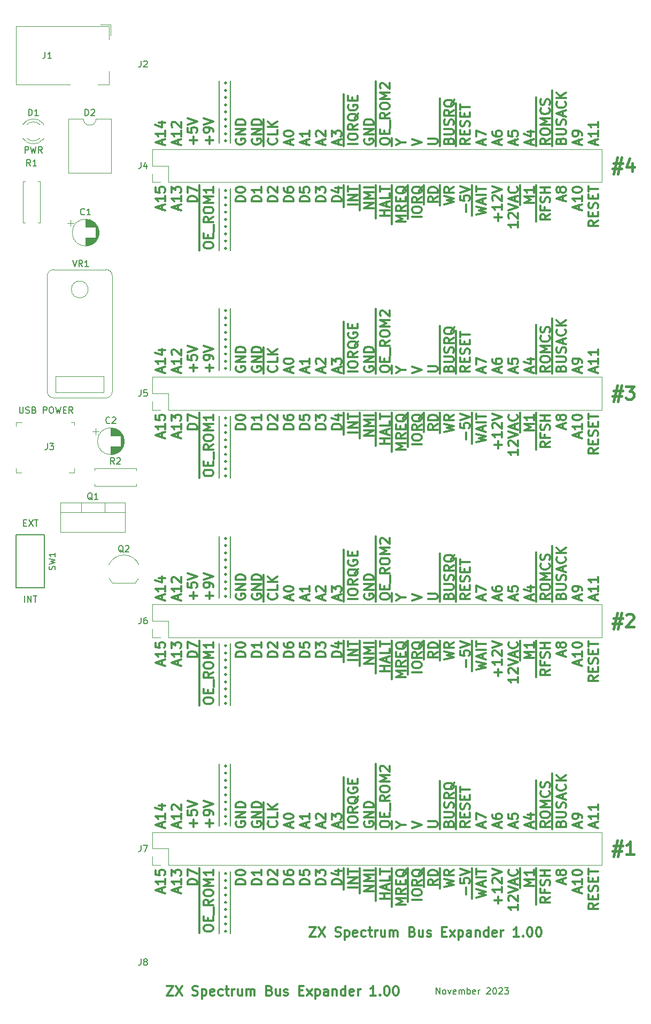
<source format=gbr>
%TF.GenerationSoftware,KiCad,Pcbnew,5.1.12~sunspark9.18*%
%TF.CreationDate,2023-11-23T01:00:00+01:00*%
%TF.ProjectId,ZX_Spectrum_Bus_Expander_1.00,5a585f53-7065-4637-9472-756d5f427573,1.00*%
%TF.SameCoordinates,Original*%
%TF.FileFunction,Legend,Top*%
%TF.FilePolarity,Positive*%
%FSLAX46Y46*%
G04 Gerber Fmt 4.6, Leading zero omitted, Abs format (unit mm)*
G04 Created by KiCad (PCBNEW 5.1.12~sunspark9.18) date 2023-11-23 01:00:00*
%MOMM*%
%LPD*%
G01*
G04 APERTURE LIST*
%ADD10C,0.300000*%
%ADD11C,0.150000*%
%ADD12C,0.100000*%
%ADD13C,0.120000*%
%ADD14C,0.203200*%
%ADD15C,0.400000*%
G04 APERTURE END LIST*
D10*
X62777571Y-21201142D02*
X64277571Y-20701142D01*
X62777571Y-20201142D01*
X55229000Y-20201142D02*
X55157571Y-20344000D01*
X55157571Y-20558285D01*
X55229000Y-20772571D01*
X55371857Y-20915428D01*
X55514714Y-20986857D01*
X55800428Y-21058285D01*
X56014714Y-21058285D01*
X56300428Y-20986857D01*
X56443285Y-20915428D01*
X56586142Y-20772571D01*
X56657571Y-20558285D01*
X56657571Y-20415428D01*
X56586142Y-20201142D01*
X56514714Y-20129714D01*
X56014714Y-20129714D01*
X56014714Y-20415428D01*
X56657571Y-19486857D02*
X55157571Y-19486857D01*
X56657571Y-18629714D01*
X55157571Y-18629714D01*
X56657571Y-17915428D02*
X55157571Y-17915428D01*
X55157571Y-17558285D01*
X55229000Y-17344000D01*
X55371857Y-17201142D01*
X55514714Y-17129714D01*
X55800428Y-17058285D01*
X56014714Y-17058285D01*
X56300428Y-17129714D01*
X56443285Y-17201142D01*
X56586142Y-17344000D01*
X56657571Y-17558285D01*
X56657571Y-17915428D01*
X28717571Y-30095428D02*
X27217571Y-30095428D01*
X27217571Y-29738285D01*
X27289000Y-29524000D01*
X27431857Y-29381142D01*
X27574714Y-29309714D01*
X27860428Y-29238285D01*
X28074714Y-29238285D01*
X28360428Y-29309714D01*
X28503285Y-29381142D01*
X28646142Y-29524000D01*
X28717571Y-29738285D01*
X28717571Y-30095428D01*
X27217571Y-28738285D02*
X27217571Y-27738285D01*
X28717571Y-28381142D01*
X89249000Y-31381142D02*
X89249000Y-30666857D01*
X89677571Y-31524000D02*
X88177571Y-31024000D01*
X89677571Y-30524000D01*
X89677571Y-29238285D02*
X89677571Y-30095428D01*
X89677571Y-29666857D02*
X88177571Y-29666857D01*
X88391857Y-29809714D01*
X88534714Y-29952571D01*
X88606142Y-30095428D01*
X88177571Y-28309714D02*
X88177571Y-28166857D01*
X88249000Y-28024000D01*
X88320428Y-27952571D01*
X88463285Y-27881142D01*
X88749000Y-27809714D01*
X89106142Y-27809714D01*
X89391857Y-27881142D01*
X89534714Y-27952571D01*
X89606142Y-28024000D01*
X89677571Y-28166857D01*
X89677571Y-28309714D01*
X89606142Y-28452571D01*
X89534714Y-28524000D01*
X89391857Y-28595428D01*
X89106142Y-28666857D01*
X88749000Y-28666857D01*
X88463285Y-28595428D01*
X88320428Y-28524000D01*
X88249000Y-28452571D01*
X88177571Y-28309714D01*
X28146142Y-20986857D02*
X28146142Y-19844000D01*
X28717571Y-20415428D02*
X27574714Y-20415428D01*
X27217571Y-18415428D02*
X27217571Y-19129714D01*
X27931857Y-19201142D01*
X27860428Y-19129714D01*
X27789000Y-18986857D01*
X27789000Y-18629714D01*
X27860428Y-18486857D01*
X27931857Y-18415428D01*
X28074714Y-18344000D01*
X28431857Y-18344000D01*
X28574714Y-18415428D01*
X28646142Y-18486857D01*
X28717571Y-18629714D01*
X28717571Y-18986857D01*
X28646142Y-19129714D01*
X28574714Y-19201142D01*
X27217571Y-17915428D02*
X28717571Y-17415428D01*
X27217571Y-16915428D01*
X33154714Y-37499285D02*
X33226142Y-37570714D01*
X33297571Y-37499285D01*
X33226142Y-37427857D01*
X33154714Y-37499285D01*
X33297571Y-37499285D01*
X33154714Y-36356428D02*
X33226142Y-36427857D01*
X33297571Y-36356428D01*
X33226142Y-36285000D01*
X33154714Y-36356428D01*
X33297571Y-36356428D01*
X33154714Y-35213571D02*
X33226142Y-35285000D01*
X33297571Y-35213571D01*
X33226142Y-35142142D01*
X33154714Y-35213571D01*
X33297571Y-35213571D01*
X33154714Y-34070714D02*
X33226142Y-34142142D01*
X33297571Y-34070714D01*
X33226142Y-33999285D01*
X33154714Y-34070714D01*
X33297571Y-34070714D01*
X33154714Y-32927857D02*
X33226142Y-32999285D01*
X33297571Y-32927857D01*
X33226142Y-32856428D01*
X33154714Y-32927857D01*
X33297571Y-32927857D01*
X33154714Y-31785000D02*
X33226142Y-31856428D01*
X33297571Y-31785000D01*
X33226142Y-31713571D01*
X33154714Y-31785000D01*
X33297571Y-31785000D01*
X33154714Y-30642142D02*
X33226142Y-30713571D01*
X33297571Y-30642142D01*
X33226142Y-30570714D01*
X33154714Y-30642142D01*
X33297571Y-30642142D01*
X33154714Y-29499285D02*
X33226142Y-29570714D01*
X33297571Y-29499285D01*
X33226142Y-29427857D01*
X33154714Y-29499285D01*
X33297571Y-29499285D01*
X33154714Y-28356428D02*
X33226142Y-28427857D01*
X33297571Y-28356428D01*
X33226142Y-28285000D01*
X33154714Y-28356428D01*
X33297571Y-28356428D01*
X37449000Y-20201142D02*
X37377571Y-20344000D01*
X37377571Y-20558285D01*
X37449000Y-20772571D01*
X37591857Y-20915428D01*
X37734714Y-20986857D01*
X38020428Y-21058285D01*
X38234714Y-21058285D01*
X38520428Y-20986857D01*
X38663285Y-20915428D01*
X38806142Y-20772571D01*
X38877571Y-20558285D01*
X38877571Y-20415428D01*
X38806142Y-20201142D01*
X38734714Y-20129714D01*
X38234714Y-20129714D01*
X38234714Y-20415428D01*
X38877571Y-19486857D02*
X37377571Y-19486857D01*
X38877571Y-18629714D01*
X37377571Y-18629714D01*
X38877571Y-17915428D02*
X37377571Y-17915428D01*
X37377571Y-17558285D01*
X37449000Y-17344000D01*
X37591857Y-17201142D01*
X37734714Y-17129714D01*
X38020428Y-17058285D01*
X38234714Y-17058285D01*
X38520428Y-17129714D01*
X38663285Y-17201142D01*
X38806142Y-17344000D01*
X38877571Y-17558285D01*
X38877571Y-17915428D01*
X91789000Y-21058285D02*
X91789000Y-20344000D01*
X92217571Y-21201142D02*
X90717571Y-20701142D01*
X92217571Y-20201142D01*
X92217571Y-18915428D02*
X92217571Y-19772571D01*
X92217571Y-19344000D02*
X90717571Y-19344000D01*
X90931857Y-19486857D01*
X91074714Y-19629714D01*
X91146142Y-19772571D01*
X92217571Y-17486857D02*
X92217571Y-18344000D01*
X92217571Y-17915428D02*
X90717571Y-17915428D01*
X90931857Y-18058285D01*
X91074714Y-18201142D01*
X91146142Y-18344000D01*
X51577571Y-30095428D02*
X50077571Y-30095428D01*
X50077571Y-29738285D01*
X50149000Y-29524000D01*
X50291857Y-29381142D01*
X50434714Y-29309714D01*
X50720428Y-29238285D01*
X50934714Y-29238285D01*
X51220428Y-29309714D01*
X51363285Y-29381142D01*
X51506142Y-29524000D01*
X51577571Y-29738285D01*
X51577571Y-30095428D01*
X50577571Y-27952571D02*
X51577571Y-27952571D01*
X50006142Y-28309714D02*
X51077571Y-28666857D01*
X51077571Y-27738285D01*
X33154714Y-20510571D02*
X33226142Y-20582000D01*
X33297571Y-20510571D01*
X33226142Y-20439142D01*
X33154714Y-20510571D01*
X33297571Y-20510571D01*
X33154714Y-19367714D02*
X33226142Y-19439142D01*
X33297571Y-19367714D01*
X33226142Y-19296285D01*
X33154714Y-19367714D01*
X33297571Y-19367714D01*
X33154714Y-18224857D02*
X33226142Y-18296285D01*
X33297571Y-18224857D01*
X33226142Y-18153428D01*
X33154714Y-18224857D01*
X33297571Y-18224857D01*
X33154714Y-17082000D02*
X33226142Y-17153428D01*
X33297571Y-17082000D01*
X33226142Y-17010571D01*
X33154714Y-17082000D01*
X33297571Y-17082000D01*
X33154714Y-15939142D02*
X33226142Y-16010571D01*
X33297571Y-15939142D01*
X33226142Y-15867714D01*
X33154714Y-15939142D01*
X33297571Y-15939142D01*
X33154714Y-14796285D02*
X33226142Y-14867714D01*
X33297571Y-14796285D01*
X33226142Y-14724857D01*
X33154714Y-14796285D01*
X33297571Y-14796285D01*
X33154714Y-13653428D02*
X33226142Y-13724857D01*
X33297571Y-13653428D01*
X33226142Y-13582000D01*
X33154714Y-13653428D01*
X33297571Y-13653428D01*
X33154714Y-12510571D02*
X33226142Y-12582000D01*
X33297571Y-12510571D01*
X33226142Y-12439142D01*
X33154714Y-12510571D01*
X33297571Y-12510571D01*
X33154714Y-11367714D02*
X33226142Y-11439142D01*
X33297571Y-11367714D01*
X33226142Y-11296285D01*
X33154714Y-11367714D01*
X33297571Y-11367714D01*
D11*
X34008000Y-11019000D02*
X34008000Y-20829000D01*
D10*
X79909000Y-30666857D02*
X79909000Y-28952571D01*
X82057571Y-30309714D02*
X80557571Y-30309714D01*
X81629000Y-29809714D01*
X80557571Y-29309714D01*
X82057571Y-29309714D01*
X79909000Y-28952571D02*
X79909000Y-27524000D01*
X82057571Y-27809714D02*
X82057571Y-28666857D01*
X82057571Y-28238285D02*
X80557571Y-28238285D01*
X80771857Y-28381142D01*
X80914714Y-28524000D01*
X80986142Y-28666857D01*
X82449000Y-21344000D02*
X82449000Y-19844000D01*
X84597571Y-20129714D02*
X83883285Y-20629714D01*
X84597571Y-20986857D02*
X83097571Y-20986857D01*
X83097571Y-20415428D01*
X83169000Y-20272571D01*
X83240428Y-20201142D01*
X83383285Y-20129714D01*
X83597571Y-20129714D01*
X83740428Y-20201142D01*
X83811857Y-20272571D01*
X83883285Y-20415428D01*
X83883285Y-20986857D01*
X82449000Y-19844000D02*
X82449000Y-18272571D01*
X83097571Y-19201142D02*
X83097571Y-18915428D01*
X83169000Y-18772571D01*
X83311857Y-18629714D01*
X83597571Y-18558285D01*
X84097571Y-18558285D01*
X84383285Y-18629714D01*
X84526142Y-18772571D01*
X84597571Y-18915428D01*
X84597571Y-19201142D01*
X84526142Y-19344000D01*
X84383285Y-19486857D01*
X84097571Y-19558285D01*
X83597571Y-19558285D01*
X83311857Y-19486857D01*
X83169000Y-19344000D01*
X83097571Y-19201142D01*
X82449000Y-18272571D02*
X82449000Y-16558285D01*
X84597571Y-17915428D02*
X83097571Y-17915428D01*
X84169000Y-17415428D01*
X83097571Y-16915428D01*
X84597571Y-16915428D01*
X82449000Y-16558285D02*
X82449000Y-15058285D01*
X84454714Y-15344000D02*
X84526142Y-15415428D01*
X84597571Y-15629714D01*
X84597571Y-15772571D01*
X84526142Y-15986857D01*
X84383285Y-16129714D01*
X84240428Y-16201142D01*
X83954714Y-16272571D01*
X83740428Y-16272571D01*
X83454714Y-16201142D01*
X83311857Y-16129714D01*
X83169000Y-15986857D01*
X83097571Y-15772571D01*
X83097571Y-15629714D01*
X83169000Y-15415428D01*
X83240428Y-15344000D01*
X82449000Y-15058285D02*
X82449000Y-13629714D01*
X84526142Y-14772571D02*
X84597571Y-14558285D01*
X84597571Y-14201142D01*
X84526142Y-14058285D01*
X84454714Y-13986857D01*
X84311857Y-13915428D01*
X84169000Y-13915428D01*
X84026142Y-13986857D01*
X83954714Y-14058285D01*
X83883285Y-14201142D01*
X83811857Y-14486857D01*
X83740428Y-14629714D01*
X83669000Y-14701142D01*
X83526142Y-14772571D01*
X83383285Y-14772571D01*
X83240428Y-14701142D01*
X83169000Y-14629714D01*
X83097571Y-14486857D01*
X83097571Y-14129714D01*
X83169000Y-13915428D01*
X54509000Y-31524000D02*
X54509000Y-29952571D01*
X56657571Y-31166857D02*
X55157571Y-31166857D01*
X56657571Y-30309714D01*
X55157571Y-30309714D01*
X54509000Y-29952571D02*
X54509000Y-28238285D01*
X56657571Y-29595428D02*
X55157571Y-29595428D01*
X56229000Y-29095428D01*
X55157571Y-28595428D01*
X56657571Y-28595428D01*
X54509000Y-28238285D02*
X54509000Y-27524000D01*
X56657571Y-27881142D02*
X55157571Y-27881142D01*
X41417571Y-30095428D02*
X39917571Y-30095428D01*
X39917571Y-29738285D01*
X39989000Y-29524000D01*
X40131857Y-29381142D01*
X40274714Y-29309714D01*
X40560428Y-29238285D01*
X40774714Y-29238285D01*
X41060428Y-29309714D01*
X41203285Y-29381142D01*
X41346142Y-29524000D01*
X41417571Y-29738285D01*
X41417571Y-30095428D01*
X40060428Y-28666857D02*
X39989000Y-28595428D01*
X39917571Y-28452571D01*
X39917571Y-28095428D01*
X39989000Y-27952571D01*
X40060428Y-27881142D01*
X40203285Y-27809714D01*
X40346142Y-27809714D01*
X40560428Y-27881142D01*
X41417571Y-28738285D01*
X41417571Y-27809714D01*
X39269000Y-21344000D02*
X39269000Y-19844000D01*
X41274714Y-20129714D02*
X41346142Y-20201142D01*
X41417571Y-20415428D01*
X41417571Y-20558285D01*
X41346142Y-20772571D01*
X41203285Y-20915428D01*
X41060428Y-20986857D01*
X40774714Y-21058285D01*
X40560428Y-21058285D01*
X40274714Y-20986857D01*
X40131857Y-20915428D01*
X39989000Y-20772571D01*
X39917571Y-20558285D01*
X39917571Y-20415428D01*
X39989000Y-20201142D01*
X40060428Y-20129714D01*
X39269000Y-19844000D02*
X39269000Y-18629714D01*
X41417571Y-18772571D02*
X41417571Y-19486857D01*
X39917571Y-19486857D01*
X39269000Y-18629714D02*
X39269000Y-17129714D01*
X41417571Y-18272571D02*
X39917571Y-18272571D01*
X41417571Y-17415428D02*
X40560428Y-18058285D01*
X39917571Y-17415428D02*
X40774714Y-18272571D01*
D11*
X32230000Y-11019000D02*
X32230000Y-20829000D01*
D10*
X57049000Y-32738285D02*
X57049000Y-31166857D01*
X59197571Y-32381142D02*
X57697571Y-32381142D01*
X58411857Y-32381142D02*
X58411857Y-31524000D01*
X59197571Y-31524000D02*
X57697571Y-31524000D01*
X57049000Y-31166857D02*
X57049000Y-29881142D01*
X58769000Y-30881142D02*
X58769000Y-30166857D01*
X59197571Y-31024000D02*
X57697571Y-30524000D01*
X59197571Y-30024000D01*
X57049000Y-29881142D02*
X57049000Y-28666857D01*
X59197571Y-28809714D02*
X59197571Y-29524000D01*
X57697571Y-29524000D01*
X57049000Y-28666857D02*
X57049000Y-27524000D01*
X57697571Y-28524000D02*
X57697571Y-27666857D01*
X59197571Y-28095428D02*
X57697571Y-28095428D01*
X51969000Y-21344000D02*
X51969000Y-20629714D01*
X54117571Y-20986857D02*
X52617571Y-20986857D01*
X51969000Y-20629714D02*
X51969000Y-19058285D01*
X52617571Y-19986857D02*
X52617571Y-19701142D01*
X52689000Y-19558285D01*
X52831857Y-19415428D01*
X53117571Y-19344000D01*
X53617571Y-19344000D01*
X53903285Y-19415428D01*
X54046142Y-19558285D01*
X54117571Y-19701142D01*
X54117571Y-19986857D01*
X54046142Y-20129714D01*
X53903285Y-20272571D01*
X53617571Y-20344000D01*
X53117571Y-20344000D01*
X52831857Y-20272571D01*
X52689000Y-20129714D01*
X52617571Y-19986857D01*
X51969000Y-19058285D02*
X51969000Y-17558285D01*
X54117571Y-17844000D02*
X53403285Y-18344000D01*
X54117571Y-18701142D02*
X52617571Y-18701142D01*
X52617571Y-18129714D01*
X52689000Y-17986857D01*
X52760428Y-17915428D01*
X52903285Y-17844000D01*
X53117571Y-17844000D01*
X53260428Y-17915428D01*
X53331857Y-17986857D01*
X53403285Y-18129714D01*
X53403285Y-18701142D01*
X51969000Y-17558285D02*
X51969000Y-15986857D01*
X54260428Y-16201142D02*
X54189000Y-16344000D01*
X54046142Y-16486857D01*
X53831857Y-16701142D01*
X53760428Y-16844000D01*
X53760428Y-16986857D01*
X54117571Y-16915428D02*
X54046142Y-17058285D01*
X53903285Y-17201142D01*
X53617571Y-17272571D01*
X53117571Y-17272571D01*
X52831857Y-17201142D01*
X52689000Y-17058285D01*
X52617571Y-16915428D01*
X52617571Y-16629714D01*
X52689000Y-16486857D01*
X52831857Y-16344000D01*
X53117571Y-16272571D01*
X53617571Y-16272571D01*
X53903285Y-16344000D01*
X54046142Y-16486857D01*
X54117571Y-16629714D01*
X54117571Y-16915428D01*
X51969000Y-15986857D02*
X51969000Y-14486857D01*
X52689000Y-14844000D02*
X52617571Y-14986857D01*
X52617571Y-15201142D01*
X52689000Y-15415428D01*
X52831857Y-15558285D01*
X52974714Y-15629714D01*
X53260428Y-15701142D01*
X53474714Y-15701142D01*
X53760428Y-15629714D01*
X53903285Y-15558285D01*
X54046142Y-15415428D01*
X54117571Y-15201142D01*
X54117571Y-15058285D01*
X54046142Y-14844000D01*
X53974714Y-14772571D01*
X53474714Y-14772571D01*
X53474714Y-15058285D01*
X51969000Y-14486857D02*
X51969000Y-13129714D01*
X53331857Y-14129714D02*
X53331857Y-13629714D01*
X54117571Y-13415428D02*
X54117571Y-14129714D01*
X52617571Y-14129714D01*
X52617571Y-13415428D01*
D11*
X34008000Y-28029000D02*
X34008000Y-37839000D01*
D10*
X48609000Y-21058285D02*
X48609000Y-20344000D01*
X49037571Y-21201142D02*
X47537571Y-20701142D01*
X49037571Y-20201142D01*
X47680428Y-19772571D02*
X47609000Y-19701142D01*
X47537571Y-19558285D01*
X47537571Y-19201142D01*
X47609000Y-19058285D01*
X47680428Y-18986857D01*
X47823285Y-18915428D01*
X47966142Y-18915428D01*
X48180428Y-18986857D01*
X49037571Y-19844000D01*
X49037571Y-18915428D01*
X67209000Y-21344000D02*
X67209000Y-19844000D01*
X68571857Y-20486857D02*
X68643285Y-20272571D01*
X68714714Y-20201142D01*
X68857571Y-20129714D01*
X69071857Y-20129714D01*
X69214714Y-20201142D01*
X69286142Y-20272571D01*
X69357571Y-20415428D01*
X69357571Y-20986857D01*
X67857571Y-20986857D01*
X67857571Y-20486857D01*
X67929000Y-20344000D01*
X68000428Y-20272571D01*
X68143285Y-20201142D01*
X68286142Y-20201142D01*
X68429000Y-20272571D01*
X68500428Y-20344000D01*
X68571857Y-20486857D01*
X68571857Y-20986857D01*
X67209000Y-19844000D02*
X67209000Y-18272571D01*
X67857571Y-19486857D02*
X69071857Y-19486857D01*
X69214714Y-19415428D01*
X69286142Y-19344000D01*
X69357571Y-19201142D01*
X69357571Y-18915428D01*
X69286142Y-18772571D01*
X69214714Y-18701142D01*
X69071857Y-18629714D01*
X67857571Y-18629714D01*
X67209000Y-18272571D02*
X67209000Y-16844000D01*
X69286142Y-17986857D02*
X69357571Y-17772571D01*
X69357571Y-17415428D01*
X69286142Y-17272571D01*
X69214714Y-17201142D01*
X69071857Y-17129714D01*
X68929000Y-17129714D01*
X68786142Y-17201142D01*
X68714714Y-17272571D01*
X68643285Y-17415428D01*
X68571857Y-17701142D01*
X68500428Y-17844000D01*
X68429000Y-17915428D01*
X68286142Y-17986857D01*
X68143285Y-17986857D01*
X68000428Y-17915428D01*
X67929000Y-17844000D01*
X67857571Y-17701142D01*
X67857571Y-17344000D01*
X67929000Y-17129714D01*
X67209000Y-16844000D02*
X67209000Y-15344000D01*
X69357571Y-15629714D02*
X68643285Y-16129714D01*
X69357571Y-16486857D02*
X67857571Y-16486857D01*
X67857571Y-15915428D01*
X67929000Y-15772571D01*
X68000428Y-15701142D01*
X68143285Y-15629714D01*
X68357571Y-15629714D01*
X68500428Y-15701142D01*
X68571857Y-15772571D01*
X68643285Y-15915428D01*
X68643285Y-16486857D01*
X67209000Y-15344000D02*
X67209000Y-13772571D01*
X69500428Y-13986857D02*
X69429000Y-14129714D01*
X69286142Y-14272571D01*
X69071857Y-14486857D01*
X69000428Y-14629714D01*
X69000428Y-14772571D01*
X69357571Y-14701142D02*
X69286142Y-14844000D01*
X69143285Y-14986857D01*
X68857571Y-15058285D01*
X68357571Y-15058285D01*
X68071857Y-14986857D01*
X67929000Y-14844000D01*
X67857571Y-14701142D01*
X67857571Y-14415428D01*
X67929000Y-14272571D01*
X68071857Y-14129714D01*
X68357571Y-14058285D01*
X68857571Y-14058285D01*
X69143285Y-14129714D01*
X69286142Y-14272571D01*
X69357571Y-14415428D01*
X69357571Y-14701142D01*
X67209000Y-30738285D02*
X67209000Y-29024000D01*
X67857571Y-30524000D02*
X69357571Y-30166857D01*
X68286142Y-29881142D01*
X69357571Y-29595428D01*
X67857571Y-29238285D01*
X67209000Y-29024000D02*
X67209000Y-27524000D01*
X69357571Y-27809714D02*
X68643285Y-28309714D01*
X69357571Y-28666857D02*
X67857571Y-28666857D01*
X67857571Y-28095428D01*
X67929000Y-27952571D01*
X68000428Y-27881142D01*
X68143285Y-27809714D01*
X68357571Y-27809714D01*
X68500428Y-27881142D01*
X68571857Y-27952571D01*
X68643285Y-28095428D01*
X68643285Y-28666857D01*
X23209000Y-21058285D02*
X23209000Y-20344000D01*
X23637571Y-21201142D02*
X22137571Y-20701142D01*
X23637571Y-20201142D01*
X23637571Y-18915428D02*
X23637571Y-19772571D01*
X23637571Y-19344000D02*
X22137571Y-19344000D01*
X22351857Y-19486857D01*
X22494714Y-19629714D01*
X22566142Y-19772571D01*
X22637571Y-17629714D02*
X23637571Y-17629714D01*
X22066142Y-17986857D02*
X23137571Y-18344000D01*
X23137571Y-17415428D01*
X76406142Y-33166857D02*
X76406142Y-32024000D01*
X76977571Y-32595428D02*
X75834714Y-32595428D01*
X76977571Y-30524000D02*
X76977571Y-31381142D01*
X76977571Y-30952571D02*
X75477571Y-30952571D01*
X75691857Y-31095428D01*
X75834714Y-31238285D01*
X75906142Y-31381142D01*
X75620428Y-29952571D02*
X75549000Y-29881142D01*
X75477571Y-29738285D01*
X75477571Y-29381142D01*
X75549000Y-29238285D01*
X75620428Y-29166857D01*
X75763285Y-29095428D01*
X75906142Y-29095428D01*
X76120428Y-29166857D01*
X76977571Y-30024000D01*
X76977571Y-29095428D01*
X75477571Y-28666857D02*
X76977571Y-28166857D01*
X75477571Y-27666857D01*
X79517571Y-33309714D02*
X79517571Y-34166857D01*
X79517571Y-33738285D02*
X78017571Y-33738285D01*
X78231857Y-33881142D01*
X78374714Y-34024000D01*
X78446142Y-34166857D01*
X78160428Y-32738285D02*
X78089000Y-32666857D01*
X78017571Y-32524000D01*
X78017571Y-32166857D01*
X78089000Y-32024000D01*
X78160428Y-31952571D01*
X78303285Y-31881142D01*
X78446142Y-31881142D01*
X78660428Y-31952571D01*
X79517571Y-32809714D01*
X79517571Y-31881142D01*
X78017571Y-31452571D02*
X79517571Y-30952571D01*
X78017571Y-30452571D01*
X79089000Y-30024000D02*
X79089000Y-29309714D01*
X79517571Y-30166857D02*
X78017571Y-29666857D01*
X79517571Y-29166857D01*
X79374714Y-27809714D02*
X79446142Y-27881142D01*
X79517571Y-28095428D01*
X79517571Y-28238285D01*
X79446142Y-28452571D01*
X79303285Y-28595428D01*
X79160428Y-28666857D01*
X78874714Y-28738285D01*
X78660428Y-28738285D01*
X78374714Y-28666857D01*
X78231857Y-28595428D01*
X78089000Y-28452571D01*
X78017571Y-28238285D01*
X78017571Y-28095428D01*
X78089000Y-27881142D01*
X78160428Y-27809714D01*
X36337571Y-30095428D02*
X34837571Y-30095428D01*
X34837571Y-29738285D01*
X34909000Y-29524000D01*
X35051857Y-29381142D01*
X35194714Y-29309714D01*
X35480428Y-29238285D01*
X35694714Y-29238285D01*
X35980428Y-29309714D01*
X36123285Y-29381142D01*
X36266142Y-29524000D01*
X36337571Y-29738285D01*
X36337571Y-30095428D01*
X34837571Y-28309714D02*
X34837571Y-28166857D01*
X34909000Y-28024000D01*
X34980428Y-27952571D01*
X35123285Y-27881142D01*
X35409000Y-27809714D01*
X35766142Y-27809714D01*
X36051857Y-27881142D01*
X36194714Y-27952571D01*
X36266142Y-28024000D01*
X36337571Y-28166857D01*
X36337571Y-28309714D01*
X36266142Y-28452571D01*
X36194714Y-28524000D01*
X36051857Y-28595428D01*
X35766142Y-28666857D01*
X35409000Y-28666857D01*
X35123285Y-28595428D01*
X34980428Y-28524000D01*
X34909000Y-28452571D01*
X34837571Y-28309714D01*
X43529000Y-21058285D02*
X43529000Y-20344000D01*
X43957571Y-21201142D02*
X42457571Y-20701142D01*
X43957571Y-20201142D01*
X42457571Y-19415428D02*
X42457571Y-19272571D01*
X42529000Y-19129714D01*
X42600428Y-19058285D01*
X42743285Y-18986857D01*
X43029000Y-18915428D01*
X43386142Y-18915428D01*
X43671857Y-18986857D01*
X43814714Y-19058285D01*
X43886142Y-19129714D01*
X43957571Y-19272571D01*
X43957571Y-19415428D01*
X43886142Y-19558285D01*
X43814714Y-19629714D01*
X43671857Y-19701142D01*
X43386142Y-19772571D01*
X43029000Y-19772571D01*
X42743285Y-19701142D01*
X42600428Y-19629714D01*
X42529000Y-19558285D01*
X42457571Y-19415428D01*
X46497571Y-30095428D02*
X44997571Y-30095428D01*
X44997571Y-29738285D01*
X45069000Y-29524000D01*
X45211857Y-29381142D01*
X45354714Y-29309714D01*
X45640428Y-29238285D01*
X45854714Y-29238285D01*
X46140428Y-29309714D01*
X46283285Y-29381142D01*
X46426142Y-29524000D01*
X46497571Y-29738285D01*
X46497571Y-30095428D01*
X44997571Y-27881142D02*
X44997571Y-28595428D01*
X45711857Y-28666857D01*
X45640428Y-28595428D01*
X45569000Y-28452571D01*
X45569000Y-28095428D01*
X45640428Y-27952571D01*
X45711857Y-27881142D01*
X45854714Y-27809714D01*
X46211857Y-27809714D01*
X46354714Y-27881142D01*
X46426142Y-27952571D01*
X46497571Y-28095428D01*
X46497571Y-28452571D01*
X46426142Y-28595428D01*
X46354714Y-28666857D01*
X62129000Y-32881142D02*
X62129000Y-32166857D01*
X64277571Y-32524000D02*
X62777571Y-32524000D01*
X62129000Y-32166857D02*
X62129000Y-30595428D01*
X62777571Y-31524000D02*
X62777571Y-31238285D01*
X62849000Y-31095428D01*
X62991857Y-30952571D01*
X63277571Y-30881142D01*
X63777571Y-30881142D01*
X64063285Y-30952571D01*
X64206142Y-31095428D01*
X64277571Y-31238285D01*
X64277571Y-31524000D01*
X64206142Y-31666857D01*
X64063285Y-31809714D01*
X63777571Y-31881142D01*
X63277571Y-31881142D01*
X62991857Y-31809714D01*
X62849000Y-31666857D01*
X62777571Y-31524000D01*
X62129000Y-30595428D02*
X62129000Y-29095428D01*
X64277571Y-29381142D02*
X63563285Y-29881142D01*
X64277571Y-30238285D02*
X62777571Y-30238285D01*
X62777571Y-29666857D01*
X62849000Y-29524000D01*
X62920428Y-29452571D01*
X63063285Y-29381142D01*
X63277571Y-29381142D01*
X63420428Y-29452571D01*
X63491857Y-29524000D01*
X63563285Y-29666857D01*
X63563285Y-30238285D01*
X62129000Y-29095428D02*
X62129000Y-27524000D01*
X64420428Y-27738285D02*
X64349000Y-27881142D01*
X64206142Y-28024000D01*
X63991857Y-28238285D01*
X63920428Y-28381142D01*
X63920428Y-28524000D01*
X64277571Y-28452571D02*
X64206142Y-28595428D01*
X64063285Y-28738285D01*
X63777571Y-28809714D01*
X63277571Y-28809714D01*
X62991857Y-28738285D01*
X62849000Y-28595428D01*
X62777571Y-28452571D01*
X62777571Y-28166857D01*
X62849000Y-28024000D01*
X62991857Y-27881142D01*
X63277571Y-27809714D01*
X63777571Y-27809714D01*
X64063285Y-27881142D01*
X64206142Y-28024000D01*
X64277571Y-28166857D01*
X64277571Y-28452571D01*
X84989000Y-21344000D02*
X84989000Y-19844000D01*
X86351857Y-20486857D02*
X86423285Y-20272571D01*
X86494714Y-20201142D01*
X86637571Y-20129714D01*
X86851857Y-20129714D01*
X86994714Y-20201142D01*
X87066142Y-20272571D01*
X87137571Y-20415428D01*
X87137571Y-20986857D01*
X85637571Y-20986857D01*
X85637571Y-20486857D01*
X85709000Y-20344000D01*
X85780428Y-20272571D01*
X85923285Y-20201142D01*
X86066142Y-20201142D01*
X86209000Y-20272571D01*
X86280428Y-20344000D01*
X86351857Y-20486857D01*
X86351857Y-20986857D01*
X84989000Y-19844000D02*
X84989000Y-18272571D01*
X85637571Y-19486857D02*
X86851857Y-19486857D01*
X86994714Y-19415428D01*
X87066142Y-19344000D01*
X87137571Y-19201142D01*
X87137571Y-18915428D01*
X87066142Y-18772571D01*
X86994714Y-18701142D01*
X86851857Y-18629714D01*
X85637571Y-18629714D01*
X84989000Y-18272571D02*
X84989000Y-16844000D01*
X87066142Y-17986857D02*
X87137571Y-17772571D01*
X87137571Y-17415428D01*
X87066142Y-17272571D01*
X86994714Y-17201142D01*
X86851857Y-17129714D01*
X86709000Y-17129714D01*
X86566142Y-17201142D01*
X86494714Y-17272571D01*
X86423285Y-17415428D01*
X86351857Y-17701142D01*
X86280428Y-17844000D01*
X86209000Y-17915428D01*
X86066142Y-17986857D01*
X85923285Y-17986857D01*
X85780428Y-17915428D01*
X85709000Y-17844000D01*
X85637571Y-17701142D01*
X85637571Y-17344000D01*
X85709000Y-17129714D01*
X84989000Y-16844000D02*
X84989000Y-15558285D01*
X86709000Y-16558285D02*
X86709000Y-15844000D01*
X87137571Y-16701142D02*
X85637571Y-16201142D01*
X87137571Y-15701142D01*
X84989000Y-15558285D02*
X84989000Y-14058285D01*
X86994714Y-14344000D02*
X87066142Y-14415428D01*
X87137571Y-14629714D01*
X87137571Y-14772571D01*
X87066142Y-14986857D01*
X86923285Y-15129714D01*
X86780428Y-15201142D01*
X86494714Y-15272571D01*
X86280428Y-15272571D01*
X85994714Y-15201142D01*
X85851857Y-15129714D01*
X85709000Y-14986857D01*
X85637571Y-14772571D01*
X85637571Y-14629714D01*
X85709000Y-14415428D01*
X85780428Y-14344000D01*
X84989000Y-14058285D02*
X84989000Y-12558285D01*
X87137571Y-13701142D02*
X85637571Y-13701142D01*
X87137571Y-12844000D02*
X86280428Y-13486857D01*
X85637571Y-12844000D02*
X86494714Y-13701142D01*
X25749000Y-21058285D02*
X25749000Y-20344000D01*
X26177571Y-21201142D02*
X24677571Y-20701142D01*
X26177571Y-20201142D01*
X26177571Y-18915428D02*
X26177571Y-19772571D01*
X26177571Y-19344000D02*
X24677571Y-19344000D01*
X24891857Y-19486857D01*
X25034714Y-19629714D01*
X25106142Y-19772571D01*
X24820428Y-18344000D02*
X24749000Y-18272571D01*
X24677571Y-18129714D01*
X24677571Y-17772571D01*
X24749000Y-17629714D01*
X24820428Y-17558285D01*
X24963285Y-17486857D01*
X25106142Y-17486857D01*
X25320428Y-17558285D01*
X26177571Y-18415428D01*
X26177571Y-17486857D01*
X38877571Y-30095428D02*
X37377571Y-30095428D01*
X37377571Y-29738285D01*
X37449000Y-29524000D01*
X37591857Y-29381142D01*
X37734714Y-29309714D01*
X38020428Y-29238285D01*
X38234714Y-29238285D01*
X38520428Y-29309714D01*
X38663285Y-29381142D01*
X38806142Y-29524000D01*
X38877571Y-29738285D01*
X38877571Y-30095428D01*
X38877571Y-27809714D02*
X38877571Y-28666857D01*
X38877571Y-28238285D02*
X37377571Y-28238285D01*
X37591857Y-28381142D01*
X37734714Y-28524000D01*
X37806142Y-28666857D01*
X65317571Y-20986857D02*
X66531857Y-20986857D01*
X66674714Y-20915428D01*
X66746142Y-20844000D01*
X66817571Y-20701142D01*
X66817571Y-20415428D01*
X66746142Y-20272571D01*
X66674714Y-20201142D01*
X66531857Y-20129714D01*
X65317571Y-20129714D01*
X25749000Y-31381142D02*
X25749000Y-30666857D01*
X26177571Y-31524000D02*
X24677571Y-31024000D01*
X26177571Y-30524000D01*
X26177571Y-29238285D02*
X26177571Y-30095428D01*
X26177571Y-29666857D02*
X24677571Y-29666857D01*
X24891857Y-29809714D01*
X25034714Y-29952571D01*
X25106142Y-30095428D01*
X24677571Y-28738285D02*
X24677571Y-27809714D01*
X25249000Y-28309714D01*
X25249000Y-28095428D01*
X25320428Y-27952571D01*
X25391857Y-27881142D01*
X25534714Y-27809714D01*
X25891857Y-27809714D01*
X26034714Y-27881142D01*
X26106142Y-27952571D01*
X26177571Y-28095428D01*
X26177571Y-28524000D01*
X26106142Y-28666857D01*
X26034714Y-28738285D01*
X74009000Y-21058285D02*
X74009000Y-20344000D01*
X74437571Y-21201142D02*
X72937571Y-20701142D01*
X74437571Y-20201142D01*
X72937571Y-19844000D02*
X72937571Y-18844000D01*
X74437571Y-19486857D01*
X92217571Y-33095428D02*
X91503285Y-33595428D01*
X92217571Y-33952571D02*
X90717571Y-33952571D01*
X90717571Y-33381142D01*
X90789000Y-33238285D01*
X90860428Y-33166857D01*
X91003285Y-33095428D01*
X91217571Y-33095428D01*
X91360428Y-33166857D01*
X91431857Y-33238285D01*
X91503285Y-33381142D01*
X91503285Y-33952571D01*
X91431857Y-32452571D02*
X91431857Y-31952571D01*
X92217571Y-31738285D02*
X92217571Y-32452571D01*
X90717571Y-32452571D01*
X90717571Y-31738285D01*
X92146142Y-31166857D02*
X92217571Y-30952571D01*
X92217571Y-30595428D01*
X92146142Y-30452571D01*
X92074714Y-30381142D01*
X91931857Y-30309714D01*
X91789000Y-30309714D01*
X91646142Y-30381142D01*
X91574714Y-30452571D01*
X91503285Y-30595428D01*
X91431857Y-30881142D01*
X91360428Y-31024000D01*
X91289000Y-31095428D01*
X91146142Y-31166857D01*
X91003285Y-31166857D01*
X90860428Y-31095428D01*
X90789000Y-31024000D01*
X90717571Y-30881142D01*
X90717571Y-30524000D01*
X90789000Y-30309714D01*
X91431857Y-29666857D02*
X91431857Y-29166857D01*
X92217571Y-28952571D02*
X92217571Y-29666857D01*
X90717571Y-29666857D01*
X90717571Y-28952571D01*
X90717571Y-28524000D02*
X90717571Y-27666857D01*
X92217571Y-28095428D02*
X90717571Y-28095428D01*
X72289000Y-32381142D02*
X72289000Y-30666857D01*
X72937571Y-32166857D02*
X74437571Y-31809714D01*
X73366142Y-31524000D01*
X74437571Y-31238285D01*
X72937571Y-30881142D01*
X72289000Y-30666857D02*
X72289000Y-29381142D01*
X74009000Y-30381142D02*
X74009000Y-29666857D01*
X74437571Y-30524000D02*
X72937571Y-30024000D01*
X74437571Y-29524000D01*
X72289000Y-29381142D02*
X72289000Y-28666857D01*
X74437571Y-29024000D02*
X72937571Y-29024000D01*
X72289000Y-28666857D02*
X72289000Y-27524000D01*
X72937571Y-28524000D02*
X72937571Y-27666857D01*
X74437571Y-28095428D02*
X72937571Y-28095428D01*
X69749000Y-21344000D02*
X69749000Y-19844000D01*
X71897571Y-20129714D02*
X71183285Y-20629714D01*
X71897571Y-20986857D02*
X70397571Y-20986857D01*
X70397571Y-20415428D01*
X70469000Y-20272571D01*
X70540428Y-20201142D01*
X70683285Y-20129714D01*
X70897571Y-20129714D01*
X71040428Y-20201142D01*
X71111857Y-20272571D01*
X71183285Y-20415428D01*
X71183285Y-20986857D01*
X69749000Y-19844000D02*
X69749000Y-18486857D01*
X71111857Y-19486857D02*
X71111857Y-18986857D01*
X71897571Y-18772571D02*
X71897571Y-19486857D01*
X70397571Y-19486857D01*
X70397571Y-18772571D01*
X69749000Y-18486857D02*
X69749000Y-17058285D01*
X71826142Y-18201142D02*
X71897571Y-17986857D01*
X71897571Y-17629714D01*
X71826142Y-17486857D01*
X71754714Y-17415428D01*
X71611857Y-17344000D01*
X71469000Y-17344000D01*
X71326142Y-17415428D01*
X71254714Y-17486857D01*
X71183285Y-17629714D01*
X71111857Y-17915428D01*
X71040428Y-18058285D01*
X70969000Y-18129714D01*
X70826142Y-18201142D01*
X70683285Y-18201142D01*
X70540428Y-18129714D01*
X70469000Y-18058285D01*
X70397571Y-17915428D01*
X70397571Y-17558285D01*
X70469000Y-17344000D01*
X69749000Y-17058285D02*
X69749000Y-15701142D01*
X71111857Y-16701142D02*
X71111857Y-16201142D01*
X71897571Y-15986857D02*
X71897571Y-16701142D01*
X70397571Y-16701142D01*
X70397571Y-15986857D01*
X69749000Y-15701142D02*
X69749000Y-14558285D01*
X70397571Y-15558285D02*
X70397571Y-14701142D01*
X71897571Y-15129714D02*
X70397571Y-15129714D01*
X51969000Y-30952571D02*
X51969000Y-30238285D01*
X54117571Y-30595428D02*
X52617571Y-30595428D01*
X51969000Y-30238285D02*
X51969000Y-28666857D01*
X54117571Y-29881142D02*
X52617571Y-29881142D01*
X54117571Y-29024000D01*
X52617571Y-29024000D01*
X51969000Y-28666857D02*
X51969000Y-27524000D01*
X52617571Y-28524000D02*
X52617571Y-27666857D01*
X54117571Y-28095428D02*
X52617571Y-28095428D01*
X57049000Y-21344000D02*
X57049000Y-19772571D01*
X57697571Y-20701142D02*
X57697571Y-20415428D01*
X57769000Y-20272571D01*
X57911857Y-20129714D01*
X58197571Y-20058285D01*
X58697571Y-20058285D01*
X58983285Y-20129714D01*
X59126142Y-20272571D01*
X59197571Y-20415428D01*
X59197571Y-20701142D01*
X59126142Y-20844000D01*
X58983285Y-20986857D01*
X58697571Y-21058285D01*
X58197571Y-21058285D01*
X57911857Y-20986857D01*
X57769000Y-20844000D01*
X57697571Y-20701142D01*
X57049000Y-19772571D02*
X57049000Y-18415428D01*
X58411857Y-19415428D02*
X58411857Y-18915428D01*
X59197571Y-18701142D02*
X59197571Y-19415428D01*
X57697571Y-19415428D01*
X57697571Y-18701142D01*
X57049000Y-18415428D02*
X57049000Y-17272571D01*
X59340428Y-18415428D02*
X59340428Y-17272571D01*
X57049000Y-17272571D02*
X57049000Y-15772571D01*
X59197571Y-16058285D02*
X58483285Y-16558285D01*
X59197571Y-16915428D02*
X57697571Y-16915428D01*
X57697571Y-16344000D01*
X57769000Y-16201142D01*
X57840428Y-16129714D01*
X57983285Y-16058285D01*
X58197571Y-16058285D01*
X58340428Y-16129714D01*
X58411857Y-16201142D01*
X58483285Y-16344000D01*
X58483285Y-16915428D01*
X57049000Y-15772571D02*
X57049000Y-14201142D01*
X57697571Y-15129714D02*
X57697571Y-14844000D01*
X57769000Y-14701142D01*
X57911857Y-14558285D01*
X58197571Y-14486857D01*
X58697571Y-14486857D01*
X58983285Y-14558285D01*
X59126142Y-14701142D01*
X59197571Y-14844000D01*
X59197571Y-15129714D01*
X59126142Y-15272571D01*
X58983285Y-15415428D01*
X58697571Y-15486857D01*
X58197571Y-15486857D01*
X57911857Y-15415428D01*
X57769000Y-15272571D01*
X57697571Y-15129714D01*
X57049000Y-14201142D02*
X57049000Y-12486857D01*
X59197571Y-13844000D02*
X57697571Y-13844000D01*
X58769000Y-13344000D01*
X57697571Y-12844000D01*
X59197571Y-12844000D01*
X57049000Y-12486857D02*
X57049000Y-11058285D01*
X57840428Y-12201142D02*
X57769000Y-12129714D01*
X57697571Y-11986857D01*
X57697571Y-11629714D01*
X57769000Y-11486857D01*
X57840428Y-11415428D01*
X57983285Y-11344000D01*
X58126142Y-11344000D01*
X58340428Y-11415428D01*
X59197571Y-12272571D01*
X59197571Y-11344000D01*
X43957571Y-30095428D02*
X42457571Y-30095428D01*
X42457571Y-29738285D01*
X42529000Y-29524000D01*
X42671857Y-29381142D01*
X42814714Y-29309714D01*
X43100428Y-29238285D01*
X43314714Y-29238285D01*
X43600428Y-29309714D01*
X43743285Y-29381142D01*
X43886142Y-29524000D01*
X43957571Y-29738285D01*
X43957571Y-30095428D01*
X42457571Y-27952571D02*
X42457571Y-28238285D01*
X42529000Y-28381142D01*
X42600428Y-28452571D01*
X42814714Y-28595428D01*
X43100428Y-28666857D01*
X43671857Y-28666857D01*
X43814714Y-28595428D01*
X43886142Y-28524000D01*
X43957571Y-28381142D01*
X43957571Y-28095428D01*
X43886142Y-27952571D01*
X43814714Y-27881142D01*
X43671857Y-27809714D01*
X43314714Y-27809714D01*
X43171857Y-27881142D01*
X43100428Y-27952571D01*
X43029000Y-28095428D01*
X43029000Y-28381142D01*
X43100428Y-28524000D01*
X43171857Y-28595428D01*
X43314714Y-28666857D01*
X34909000Y-20201142D02*
X34837571Y-20344000D01*
X34837571Y-20558285D01*
X34909000Y-20772571D01*
X35051857Y-20915428D01*
X35194714Y-20986857D01*
X35480428Y-21058285D01*
X35694714Y-21058285D01*
X35980428Y-20986857D01*
X36123285Y-20915428D01*
X36266142Y-20772571D01*
X36337571Y-20558285D01*
X36337571Y-20415428D01*
X36266142Y-20201142D01*
X36194714Y-20129714D01*
X35694714Y-20129714D01*
X35694714Y-20415428D01*
X36337571Y-19486857D02*
X34837571Y-19486857D01*
X36337571Y-18629714D01*
X34837571Y-18629714D01*
X36337571Y-17915428D02*
X34837571Y-17915428D01*
X34837571Y-17558285D01*
X34909000Y-17344000D01*
X35051857Y-17201142D01*
X35194714Y-17129714D01*
X35480428Y-17058285D01*
X35694714Y-17058285D01*
X35980428Y-17129714D01*
X36123285Y-17201142D01*
X36266142Y-17344000D01*
X36337571Y-17558285D01*
X36337571Y-17915428D01*
X86709000Y-29952571D02*
X86709000Y-29238285D01*
X87137571Y-30095428D02*
X85637571Y-29595428D01*
X87137571Y-29095428D01*
X86280428Y-28381142D02*
X86209000Y-28524000D01*
X86137571Y-28595428D01*
X85994714Y-28666857D01*
X85923285Y-28666857D01*
X85780428Y-28595428D01*
X85709000Y-28524000D01*
X85637571Y-28381142D01*
X85637571Y-28095428D01*
X85709000Y-27952571D01*
X85780428Y-27881142D01*
X85923285Y-27809714D01*
X85994714Y-27809714D01*
X86137571Y-27881142D01*
X86209000Y-27952571D01*
X86280428Y-28095428D01*
X86280428Y-28381142D01*
X86351857Y-28524000D01*
X86423285Y-28595428D01*
X86566142Y-28666857D01*
X86851857Y-28666857D01*
X86994714Y-28595428D01*
X87066142Y-28524000D01*
X87137571Y-28381142D01*
X87137571Y-28095428D01*
X87066142Y-27952571D01*
X86994714Y-27881142D01*
X86851857Y-27809714D01*
X86566142Y-27809714D01*
X86423285Y-27881142D01*
X86351857Y-27952571D01*
X86280428Y-28095428D01*
X79089000Y-21058285D02*
X79089000Y-20344000D01*
X79517571Y-21201142D02*
X78017571Y-20701142D01*
X79517571Y-20201142D01*
X78017571Y-18986857D02*
X78017571Y-19701142D01*
X78731857Y-19772571D01*
X78660428Y-19701142D01*
X78589000Y-19558285D01*
X78589000Y-19201142D01*
X78660428Y-19058285D01*
X78731857Y-18986857D01*
X78874714Y-18915428D01*
X79231857Y-18915428D01*
X79374714Y-18986857D01*
X79446142Y-19058285D01*
X79517571Y-19201142D01*
X79517571Y-19558285D01*
X79446142Y-19701142D01*
X79374714Y-19772571D01*
D11*
X32230000Y-28029000D02*
X32230000Y-37839000D01*
D10*
X29109000Y-37809714D02*
X29109000Y-36238285D01*
X29757571Y-37166857D02*
X29757571Y-36881142D01*
X29829000Y-36738285D01*
X29971857Y-36595428D01*
X30257571Y-36524000D01*
X30757571Y-36524000D01*
X31043285Y-36595428D01*
X31186142Y-36738285D01*
X31257571Y-36881142D01*
X31257571Y-37166857D01*
X31186142Y-37309714D01*
X31043285Y-37452571D01*
X30757571Y-37524000D01*
X30257571Y-37524000D01*
X29971857Y-37452571D01*
X29829000Y-37309714D01*
X29757571Y-37166857D01*
X29109000Y-36238285D02*
X29109000Y-34881142D01*
X30471857Y-35881142D02*
X30471857Y-35381142D01*
X31257571Y-35166857D02*
X31257571Y-35881142D01*
X29757571Y-35881142D01*
X29757571Y-35166857D01*
X29109000Y-34881142D02*
X29109000Y-33738285D01*
X31400428Y-34881142D02*
X31400428Y-33738285D01*
X29109000Y-33738285D02*
X29109000Y-32238285D01*
X31257571Y-32524000D02*
X30543285Y-33024000D01*
X31257571Y-33381142D02*
X29757571Y-33381142D01*
X29757571Y-32809714D01*
X29829000Y-32666857D01*
X29900428Y-32595428D01*
X30043285Y-32524000D01*
X30257571Y-32524000D01*
X30400428Y-32595428D01*
X30471857Y-32666857D01*
X30543285Y-32809714D01*
X30543285Y-33381142D01*
X29109000Y-32238285D02*
X29109000Y-30666857D01*
X29757571Y-31595428D02*
X29757571Y-31309714D01*
X29829000Y-31166857D01*
X29971857Y-31024000D01*
X30257571Y-30952571D01*
X30757571Y-30952571D01*
X31043285Y-31024000D01*
X31186142Y-31166857D01*
X31257571Y-31309714D01*
X31257571Y-31595428D01*
X31186142Y-31738285D01*
X31043285Y-31881142D01*
X30757571Y-31952571D01*
X30257571Y-31952571D01*
X29971857Y-31881142D01*
X29829000Y-31738285D01*
X29757571Y-31595428D01*
X29109000Y-30666857D02*
X29109000Y-28952571D01*
X31257571Y-30309714D02*
X29757571Y-30309714D01*
X30829000Y-29809714D01*
X29757571Y-29309714D01*
X31257571Y-29309714D01*
X29109000Y-28952571D02*
X29109000Y-27524000D01*
X31257571Y-27809714D02*
X31257571Y-28666857D01*
X31257571Y-28238285D02*
X29757571Y-28238285D01*
X29971857Y-28381142D01*
X30114714Y-28524000D01*
X30186142Y-28666857D01*
X76549000Y-21058285D02*
X76549000Y-20344000D01*
X76977571Y-21201142D02*
X75477571Y-20701142D01*
X76977571Y-20201142D01*
X75477571Y-19058285D02*
X75477571Y-19344000D01*
X75549000Y-19486857D01*
X75620428Y-19558285D01*
X75834714Y-19701142D01*
X76120428Y-19772571D01*
X76691857Y-19772571D01*
X76834714Y-19701142D01*
X76906142Y-19629714D01*
X76977571Y-19486857D01*
X76977571Y-19201142D01*
X76906142Y-19058285D01*
X76834714Y-18986857D01*
X76691857Y-18915428D01*
X76334714Y-18915428D01*
X76191857Y-18986857D01*
X76120428Y-19058285D01*
X76049000Y-19201142D01*
X76049000Y-19486857D01*
X76120428Y-19629714D01*
X76191857Y-19701142D01*
X76334714Y-19772571D01*
X59589000Y-33666857D02*
X59589000Y-31952571D01*
X61737571Y-33309714D02*
X60237571Y-33309714D01*
X61309000Y-32809714D01*
X60237571Y-32309714D01*
X61737571Y-32309714D01*
X59589000Y-31952571D02*
X59589000Y-30452571D01*
X61737571Y-30738285D02*
X61023285Y-31238285D01*
X61737571Y-31595428D02*
X60237571Y-31595428D01*
X60237571Y-31024000D01*
X60309000Y-30881142D01*
X60380428Y-30809714D01*
X60523285Y-30738285D01*
X60737571Y-30738285D01*
X60880428Y-30809714D01*
X60951857Y-30881142D01*
X61023285Y-31024000D01*
X61023285Y-31595428D01*
X59589000Y-30452571D02*
X59589000Y-29095428D01*
X60951857Y-30095428D02*
X60951857Y-29595428D01*
X61737571Y-29381142D02*
X61737571Y-30095428D01*
X60237571Y-30095428D01*
X60237571Y-29381142D01*
X59589000Y-29095428D02*
X59589000Y-27524000D01*
X61880428Y-27738285D02*
X61809000Y-27881142D01*
X61666142Y-28024000D01*
X61451857Y-28238285D01*
X61380428Y-28381142D01*
X61380428Y-28524000D01*
X61737571Y-28452571D02*
X61666142Y-28595428D01*
X61523285Y-28738285D01*
X61237571Y-28809714D01*
X60737571Y-28809714D01*
X60451857Y-28738285D01*
X60309000Y-28595428D01*
X60237571Y-28452571D01*
X60237571Y-28166857D01*
X60309000Y-28024000D01*
X60451857Y-27881142D01*
X60737571Y-27809714D01*
X61237571Y-27809714D01*
X61523285Y-27881142D01*
X61666142Y-28024000D01*
X61737571Y-28166857D01*
X61737571Y-28452571D01*
X71326142Y-31738285D02*
X71326142Y-30595428D01*
X70397571Y-29166857D02*
X70397571Y-29881142D01*
X71111857Y-29952571D01*
X71040428Y-29881142D01*
X70969000Y-29738285D01*
X70969000Y-29381142D01*
X71040428Y-29238285D01*
X71111857Y-29166857D01*
X71254714Y-29095428D01*
X71611857Y-29095428D01*
X71754714Y-29166857D01*
X71826142Y-29238285D01*
X71897571Y-29381142D01*
X71897571Y-29738285D01*
X71826142Y-29881142D01*
X71754714Y-29952571D01*
X70397571Y-28666857D02*
X71897571Y-28166857D01*
X70397571Y-27666857D01*
X49037571Y-30095428D02*
X47537571Y-30095428D01*
X47537571Y-29738285D01*
X47609000Y-29524000D01*
X47751857Y-29381142D01*
X47894714Y-29309714D01*
X48180428Y-29238285D01*
X48394714Y-29238285D01*
X48680428Y-29309714D01*
X48823285Y-29381142D01*
X48966142Y-29524000D01*
X49037571Y-29738285D01*
X49037571Y-30095428D01*
X47537571Y-28738285D02*
X47537571Y-27809714D01*
X48109000Y-28309714D01*
X48109000Y-28095428D01*
X48180428Y-27952571D01*
X48251857Y-27881142D01*
X48394714Y-27809714D01*
X48751857Y-27809714D01*
X48894714Y-27881142D01*
X48966142Y-27952571D01*
X49037571Y-28095428D01*
X49037571Y-28524000D01*
X48966142Y-28666857D01*
X48894714Y-28738285D01*
X46069000Y-21058285D02*
X46069000Y-20344000D01*
X46497571Y-21201142D02*
X44997571Y-20701142D01*
X46497571Y-20201142D01*
X46497571Y-18915428D02*
X46497571Y-19772571D01*
X46497571Y-19344000D02*
X44997571Y-19344000D01*
X45211857Y-19486857D01*
X45354714Y-19629714D01*
X45426142Y-19772571D01*
X59589000Y-21344000D02*
X59589000Y-20058285D01*
X61023285Y-20701142D02*
X61737571Y-20701142D01*
X60237571Y-21201142D02*
X61023285Y-20701142D01*
X60237571Y-20201142D01*
X89249000Y-21058285D02*
X89249000Y-20344000D01*
X89677571Y-21201142D02*
X88177571Y-20701142D01*
X89677571Y-20201142D01*
X89677571Y-19629714D02*
X89677571Y-19344000D01*
X89606142Y-19201142D01*
X89534714Y-19129714D01*
X89320428Y-18986857D01*
X89034714Y-18915428D01*
X88463285Y-18915428D01*
X88320428Y-18986857D01*
X88249000Y-19058285D01*
X88177571Y-19201142D01*
X88177571Y-19486857D01*
X88249000Y-19629714D01*
X88320428Y-19701142D01*
X88463285Y-19772571D01*
X88820428Y-19772571D01*
X88963285Y-19701142D01*
X89034714Y-19629714D01*
X89106142Y-19486857D01*
X89106142Y-19201142D01*
X89034714Y-19058285D01*
X88963285Y-18986857D01*
X88820428Y-18915428D01*
X64669000Y-30524000D02*
X64669000Y-29024000D01*
X66817571Y-29309714D02*
X66103285Y-29809714D01*
X66817571Y-30166857D02*
X65317571Y-30166857D01*
X65317571Y-29595428D01*
X65389000Y-29452571D01*
X65460428Y-29381142D01*
X65603285Y-29309714D01*
X65817571Y-29309714D01*
X65960428Y-29381142D01*
X66031857Y-29452571D01*
X66103285Y-29595428D01*
X66103285Y-30166857D01*
X64669000Y-29024000D02*
X64669000Y-27524000D01*
X66817571Y-28666857D02*
X65317571Y-28666857D01*
X65317571Y-28309714D01*
X65389000Y-28095428D01*
X65531857Y-27952571D01*
X65674714Y-27881142D01*
X65960428Y-27809714D01*
X66174714Y-27809714D01*
X66460428Y-27881142D01*
X66603285Y-27952571D01*
X66746142Y-28095428D01*
X66817571Y-28309714D01*
X66817571Y-28666857D01*
X51149000Y-21058285D02*
X51149000Y-20344000D01*
X51577571Y-21201142D02*
X50077571Y-20701142D01*
X51577571Y-20201142D01*
X50077571Y-19844000D02*
X50077571Y-18915428D01*
X50649000Y-19415428D01*
X50649000Y-19201142D01*
X50720428Y-19058285D01*
X50791857Y-18986857D01*
X50934714Y-18915428D01*
X51291857Y-18915428D01*
X51434714Y-18986857D01*
X51506142Y-19058285D01*
X51577571Y-19201142D01*
X51577571Y-19629714D01*
X51506142Y-19772571D01*
X51434714Y-19844000D01*
X23209000Y-31381142D02*
X23209000Y-30666857D01*
X23637571Y-31524000D02*
X22137571Y-31024000D01*
X23637571Y-30524000D01*
X23637571Y-29238285D02*
X23637571Y-30095428D01*
X23637571Y-29666857D02*
X22137571Y-29666857D01*
X22351857Y-29809714D01*
X22494714Y-29952571D01*
X22566142Y-30095428D01*
X22137571Y-27881142D02*
X22137571Y-28595428D01*
X22851857Y-28666857D01*
X22780428Y-28595428D01*
X22709000Y-28452571D01*
X22709000Y-28095428D01*
X22780428Y-27952571D01*
X22851857Y-27881142D01*
X22994714Y-27809714D01*
X23351857Y-27809714D01*
X23494714Y-27881142D01*
X23566142Y-27952571D01*
X23637571Y-28095428D01*
X23637571Y-28452571D01*
X23566142Y-28595428D01*
X23494714Y-28666857D01*
X81629000Y-21058285D02*
X81629000Y-20344000D01*
X82057571Y-21201142D02*
X80557571Y-20701142D01*
X82057571Y-20201142D01*
X81057571Y-19058285D02*
X82057571Y-19058285D01*
X80486142Y-19415428D02*
X81557571Y-19772571D01*
X81557571Y-18844000D01*
X82449000Y-33309714D02*
X82449000Y-31809714D01*
X84597571Y-32095428D02*
X83883285Y-32595428D01*
X84597571Y-32952571D02*
X83097571Y-32952571D01*
X83097571Y-32381142D01*
X83169000Y-32238285D01*
X83240428Y-32166857D01*
X83383285Y-32095428D01*
X83597571Y-32095428D01*
X83740428Y-32166857D01*
X83811857Y-32238285D01*
X83883285Y-32381142D01*
X83883285Y-32952571D01*
X82449000Y-31809714D02*
X82449000Y-30524000D01*
X83811857Y-30952571D02*
X83811857Y-31452571D01*
X84597571Y-31452571D02*
X83097571Y-31452571D01*
X83097571Y-30738285D01*
X82449000Y-30524000D02*
X82449000Y-29095428D01*
X84526142Y-30238285D02*
X84597571Y-30024000D01*
X84597571Y-29666857D01*
X84526142Y-29524000D01*
X84454714Y-29452571D01*
X84311857Y-29381142D01*
X84169000Y-29381142D01*
X84026142Y-29452571D01*
X83954714Y-29524000D01*
X83883285Y-29666857D01*
X83811857Y-29952571D01*
X83740428Y-30095428D01*
X83669000Y-30166857D01*
X83526142Y-30238285D01*
X83383285Y-30238285D01*
X83240428Y-30166857D01*
X83169000Y-30095428D01*
X83097571Y-29952571D01*
X83097571Y-29595428D01*
X83169000Y-29381142D01*
X82449000Y-29095428D02*
X82449000Y-27524000D01*
X84597571Y-28738285D02*
X83097571Y-28738285D01*
X83811857Y-28738285D02*
X83811857Y-27881142D01*
X84597571Y-27881142D02*
X83097571Y-27881142D01*
X30686142Y-20986857D02*
X30686142Y-19844000D01*
X31257571Y-20415428D02*
X30114714Y-20415428D01*
X31257571Y-19058285D02*
X31257571Y-18772571D01*
X31186142Y-18629714D01*
X31114714Y-18558285D01*
X30900428Y-18415428D01*
X30614714Y-18344000D01*
X30043285Y-18344000D01*
X29900428Y-18415428D01*
X29829000Y-18486857D01*
X29757571Y-18629714D01*
X29757571Y-18915428D01*
X29829000Y-19058285D01*
X29900428Y-19129714D01*
X30043285Y-19201142D01*
X30400428Y-19201142D01*
X30543285Y-19129714D01*
X30614714Y-19058285D01*
X30686142Y-18915428D01*
X30686142Y-18629714D01*
X30614714Y-18486857D01*
X30543285Y-18415428D01*
X30400428Y-18344000D01*
X29757571Y-17915428D02*
X31257571Y-17415428D01*
X29757571Y-16915428D01*
X46069000Y-57058285D02*
X46069000Y-56344000D01*
X46497571Y-57201142D02*
X44997571Y-56701142D01*
X46497571Y-56201142D01*
X46497571Y-54915428D02*
X46497571Y-55772571D01*
X46497571Y-55344000D02*
X44997571Y-55344000D01*
X45211857Y-55486857D01*
X45354714Y-55629714D01*
X45426142Y-55772571D01*
X72289000Y-68381142D02*
X72289000Y-66666857D01*
X72937571Y-68166857D02*
X74437571Y-67809714D01*
X73366142Y-67524000D01*
X74437571Y-67238285D01*
X72937571Y-66881142D01*
X72289000Y-66666857D02*
X72289000Y-65381142D01*
X74009000Y-66381142D02*
X74009000Y-65666857D01*
X74437571Y-66524000D02*
X72937571Y-66024000D01*
X74437571Y-65524000D01*
X72289000Y-65381142D02*
X72289000Y-64666857D01*
X74437571Y-65024000D02*
X72937571Y-65024000D01*
X72289000Y-64666857D02*
X72289000Y-63524000D01*
X72937571Y-64524000D02*
X72937571Y-63666857D01*
X74437571Y-64095428D02*
X72937571Y-64095428D01*
X39269000Y-57344000D02*
X39269000Y-55844000D01*
X41274714Y-56129714D02*
X41346142Y-56201142D01*
X41417571Y-56415428D01*
X41417571Y-56558285D01*
X41346142Y-56772571D01*
X41203285Y-56915428D01*
X41060428Y-56986857D01*
X40774714Y-57058285D01*
X40560428Y-57058285D01*
X40274714Y-56986857D01*
X40131857Y-56915428D01*
X39989000Y-56772571D01*
X39917571Y-56558285D01*
X39917571Y-56415428D01*
X39989000Y-56201142D01*
X40060428Y-56129714D01*
X39269000Y-55844000D02*
X39269000Y-54629714D01*
X41417571Y-54772571D02*
X41417571Y-55486857D01*
X39917571Y-55486857D01*
X39269000Y-54629714D02*
X39269000Y-53129714D01*
X41417571Y-54272571D02*
X39917571Y-54272571D01*
X41417571Y-53415428D02*
X40560428Y-54058285D01*
X39917571Y-53415428D02*
X40774714Y-54272571D01*
X48609000Y-57058285D02*
X48609000Y-56344000D01*
X49037571Y-57201142D02*
X47537571Y-56701142D01*
X49037571Y-56201142D01*
X47680428Y-55772571D02*
X47609000Y-55701142D01*
X47537571Y-55558285D01*
X47537571Y-55201142D01*
X47609000Y-55058285D01*
X47680428Y-54986857D01*
X47823285Y-54915428D01*
X47966142Y-54915428D01*
X48180428Y-54986857D01*
X49037571Y-55844000D01*
X49037571Y-54915428D01*
X59589000Y-57344000D02*
X59589000Y-56058285D01*
X61023285Y-56701142D02*
X61737571Y-56701142D01*
X60237571Y-57201142D02*
X61023285Y-56701142D01*
X60237571Y-56201142D01*
X76406142Y-69166857D02*
X76406142Y-68024000D01*
X76977571Y-68595428D02*
X75834714Y-68595428D01*
X76977571Y-66524000D02*
X76977571Y-67381142D01*
X76977571Y-66952571D02*
X75477571Y-66952571D01*
X75691857Y-67095428D01*
X75834714Y-67238285D01*
X75906142Y-67381142D01*
X75620428Y-65952571D02*
X75549000Y-65881142D01*
X75477571Y-65738285D01*
X75477571Y-65381142D01*
X75549000Y-65238285D01*
X75620428Y-65166857D01*
X75763285Y-65095428D01*
X75906142Y-65095428D01*
X76120428Y-65166857D01*
X76977571Y-66024000D01*
X76977571Y-65095428D01*
X75477571Y-64666857D02*
X76977571Y-64166857D01*
X75477571Y-63666857D01*
X33154714Y-73499285D02*
X33226142Y-73570714D01*
X33297571Y-73499285D01*
X33226142Y-73427857D01*
X33154714Y-73499285D01*
X33297571Y-73499285D01*
X33154714Y-72356428D02*
X33226142Y-72427857D01*
X33297571Y-72356428D01*
X33226142Y-72285000D01*
X33154714Y-72356428D01*
X33297571Y-72356428D01*
X33154714Y-71213571D02*
X33226142Y-71285000D01*
X33297571Y-71213571D01*
X33226142Y-71142142D01*
X33154714Y-71213571D01*
X33297571Y-71213571D01*
X33154714Y-70070714D02*
X33226142Y-70142142D01*
X33297571Y-70070714D01*
X33226142Y-69999285D01*
X33154714Y-70070714D01*
X33297571Y-70070714D01*
X33154714Y-68927857D02*
X33226142Y-68999285D01*
X33297571Y-68927857D01*
X33226142Y-68856428D01*
X33154714Y-68927857D01*
X33297571Y-68927857D01*
X33154714Y-67785000D02*
X33226142Y-67856428D01*
X33297571Y-67785000D01*
X33226142Y-67713571D01*
X33154714Y-67785000D01*
X33297571Y-67785000D01*
X33154714Y-66642142D02*
X33226142Y-66713571D01*
X33297571Y-66642142D01*
X33226142Y-66570714D01*
X33154714Y-66642142D01*
X33297571Y-66642142D01*
X33154714Y-65499285D02*
X33226142Y-65570714D01*
X33297571Y-65499285D01*
X33226142Y-65427857D01*
X33154714Y-65499285D01*
X33297571Y-65499285D01*
X33154714Y-64356428D02*
X33226142Y-64427857D01*
X33297571Y-64356428D01*
X33226142Y-64285000D01*
X33154714Y-64356428D01*
X33297571Y-64356428D01*
X89249000Y-67381142D02*
X89249000Y-66666857D01*
X89677571Y-67524000D02*
X88177571Y-67024000D01*
X89677571Y-66524000D01*
X89677571Y-65238285D02*
X89677571Y-66095428D01*
X89677571Y-65666857D02*
X88177571Y-65666857D01*
X88391857Y-65809714D01*
X88534714Y-65952571D01*
X88606142Y-66095428D01*
X88177571Y-64309714D02*
X88177571Y-64166857D01*
X88249000Y-64024000D01*
X88320428Y-63952571D01*
X88463285Y-63881142D01*
X88749000Y-63809714D01*
X89106142Y-63809714D01*
X89391857Y-63881142D01*
X89534714Y-63952571D01*
X89606142Y-64024000D01*
X89677571Y-64166857D01*
X89677571Y-64309714D01*
X89606142Y-64452571D01*
X89534714Y-64524000D01*
X89391857Y-64595428D01*
X89106142Y-64666857D01*
X88749000Y-64666857D01*
X88463285Y-64595428D01*
X88320428Y-64524000D01*
X88249000Y-64452571D01*
X88177571Y-64309714D01*
X30686142Y-56986857D02*
X30686142Y-55844000D01*
X31257571Y-56415428D02*
X30114714Y-56415428D01*
X31257571Y-55058285D02*
X31257571Y-54772571D01*
X31186142Y-54629714D01*
X31114714Y-54558285D01*
X30900428Y-54415428D01*
X30614714Y-54344000D01*
X30043285Y-54344000D01*
X29900428Y-54415428D01*
X29829000Y-54486857D01*
X29757571Y-54629714D01*
X29757571Y-54915428D01*
X29829000Y-55058285D01*
X29900428Y-55129714D01*
X30043285Y-55201142D01*
X30400428Y-55201142D01*
X30543285Y-55129714D01*
X30614714Y-55058285D01*
X30686142Y-54915428D01*
X30686142Y-54629714D01*
X30614714Y-54486857D01*
X30543285Y-54415428D01*
X30400428Y-54344000D01*
X29757571Y-53915428D02*
X31257571Y-53415428D01*
X29757571Y-52915428D01*
X65317571Y-56986857D02*
X66531857Y-56986857D01*
X66674714Y-56915428D01*
X66746142Y-56844000D01*
X66817571Y-56701142D01*
X66817571Y-56415428D01*
X66746142Y-56272571D01*
X66674714Y-56201142D01*
X66531857Y-56129714D01*
X65317571Y-56129714D01*
X79517571Y-69309714D02*
X79517571Y-70166857D01*
X79517571Y-69738285D02*
X78017571Y-69738285D01*
X78231857Y-69881142D01*
X78374714Y-70024000D01*
X78446142Y-70166857D01*
X78160428Y-68738285D02*
X78089000Y-68666857D01*
X78017571Y-68524000D01*
X78017571Y-68166857D01*
X78089000Y-68024000D01*
X78160428Y-67952571D01*
X78303285Y-67881142D01*
X78446142Y-67881142D01*
X78660428Y-67952571D01*
X79517571Y-68809714D01*
X79517571Y-67881142D01*
X78017571Y-67452571D02*
X79517571Y-66952571D01*
X78017571Y-66452571D01*
X79089000Y-66024000D02*
X79089000Y-65309714D01*
X79517571Y-66166857D02*
X78017571Y-65666857D01*
X79517571Y-65166857D01*
X79374714Y-63809714D02*
X79446142Y-63881142D01*
X79517571Y-64095428D01*
X79517571Y-64238285D01*
X79446142Y-64452571D01*
X79303285Y-64595428D01*
X79160428Y-64666857D01*
X78874714Y-64738285D01*
X78660428Y-64738285D01*
X78374714Y-64666857D01*
X78231857Y-64595428D01*
X78089000Y-64452571D01*
X78017571Y-64238285D01*
X78017571Y-64095428D01*
X78089000Y-63881142D01*
X78160428Y-63809714D01*
X43529000Y-57058285D02*
X43529000Y-56344000D01*
X43957571Y-57201142D02*
X42457571Y-56701142D01*
X43957571Y-56201142D01*
X42457571Y-55415428D02*
X42457571Y-55272571D01*
X42529000Y-55129714D01*
X42600428Y-55058285D01*
X42743285Y-54986857D01*
X43029000Y-54915428D01*
X43386142Y-54915428D01*
X43671857Y-54986857D01*
X43814714Y-55058285D01*
X43886142Y-55129714D01*
X43957571Y-55272571D01*
X43957571Y-55415428D01*
X43886142Y-55558285D01*
X43814714Y-55629714D01*
X43671857Y-55701142D01*
X43386142Y-55772571D01*
X43029000Y-55772571D01*
X42743285Y-55701142D01*
X42600428Y-55629714D01*
X42529000Y-55558285D01*
X42457571Y-55415428D01*
X33154714Y-56510571D02*
X33226142Y-56582000D01*
X33297571Y-56510571D01*
X33226142Y-56439142D01*
X33154714Y-56510571D01*
X33297571Y-56510571D01*
X33154714Y-55367714D02*
X33226142Y-55439142D01*
X33297571Y-55367714D01*
X33226142Y-55296285D01*
X33154714Y-55367714D01*
X33297571Y-55367714D01*
X33154714Y-54224857D02*
X33226142Y-54296285D01*
X33297571Y-54224857D01*
X33226142Y-54153428D01*
X33154714Y-54224857D01*
X33297571Y-54224857D01*
X33154714Y-53082000D02*
X33226142Y-53153428D01*
X33297571Y-53082000D01*
X33226142Y-53010571D01*
X33154714Y-53082000D01*
X33297571Y-53082000D01*
X33154714Y-51939142D02*
X33226142Y-52010571D01*
X33297571Y-51939142D01*
X33226142Y-51867714D01*
X33154714Y-51939142D01*
X33297571Y-51939142D01*
X33154714Y-50796285D02*
X33226142Y-50867714D01*
X33297571Y-50796285D01*
X33226142Y-50724857D01*
X33154714Y-50796285D01*
X33297571Y-50796285D01*
X33154714Y-49653428D02*
X33226142Y-49724857D01*
X33297571Y-49653428D01*
X33226142Y-49582000D01*
X33154714Y-49653428D01*
X33297571Y-49653428D01*
X33154714Y-48510571D02*
X33226142Y-48582000D01*
X33297571Y-48510571D01*
X33226142Y-48439142D01*
X33154714Y-48510571D01*
X33297571Y-48510571D01*
X33154714Y-47367714D02*
X33226142Y-47439142D01*
X33297571Y-47367714D01*
X33226142Y-47296285D01*
X33154714Y-47367714D01*
X33297571Y-47367714D01*
X51969000Y-66952571D02*
X51969000Y-66238285D01*
X54117571Y-66595428D02*
X52617571Y-66595428D01*
X51969000Y-66238285D02*
X51969000Y-64666857D01*
X54117571Y-65881142D02*
X52617571Y-65881142D01*
X54117571Y-65024000D01*
X52617571Y-65024000D01*
X51969000Y-64666857D02*
X51969000Y-63524000D01*
X52617571Y-64524000D02*
X52617571Y-63666857D01*
X54117571Y-64095428D02*
X52617571Y-64095428D01*
X34909000Y-56201142D02*
X34837571Y-56344000D01*
X34837571Y-56558285D01*
X34909000Y-56772571D01*
X35051857Y-56915428D01*
X35194714Y-56986857D01*
X35480428Y-57058285D01*
X35694714Y-57058285D01*
X35980428Y-56986857D01*
X36123285Y-56915428D01*
X36266142Y-56772571D01*
X36337571Y-56558285D01*
X36337571Y-56415428D01*
X36266142Y-56201142D01*
X36194714Y-56129714D01*
X35694714Y-56129714D01*
X35694714Y-56415428D01*
X36337571Y-55486857D02*
X34837571Y-55486857D01*
X36337571Y-54629714D01*
X34837571Y-54629714D01*
X36337571Y-53915428D02*
X34837571Y-53915428D01*
X34837571Y-53558285D01*
X34909000Y-53344000D01*
X35051857Y-53201142D01*
X35194714Y-53129714D01*
X35480428Y-53058285D01*
X35694714Y-53058285D01*
X35980428Y-53129714D01*
X36123285Y-53201142D01*
X36266142Y-53344000D01*
X36337571Y-53558285D01*
X36337571Y-53915428D01*
X79909000Y-66666857D02*
X79909000Y-64952571D01*
X82057571Y-66309714D02*
X80557571Y-66309714D01*
X81629000Y-65809714D01*
X80557571Y-65309714D01*
X82057571Y-65309714D01*
X79909000Y-64952571D02*
X79909000Y-63524000D01*
X82057571Y-63809714D02*
X82057571Y-64666857D01*
X82057571Y-64238285D02*
X80557571Y-64238285D01*
X80771857Y-64381142D01*
X80914714Y-64524000D01*
X80986142Y-64666857D01*
X91789000Y-57058285D02*
X91789000Y-56344000D01*
X92217571Y-57201142D02*
X90717571Y-56701142D01*
X92217571Y-56201142D01*
X92217571Y-54915428D02*
X92217571Y-55772571D01*
X92217571Y-55344000D02*
X90717571Y-55344000D01*
X90931857Y-55486857D01*
X91074714Y-55629714D01*
X91146142Y-55772571D01*
X92217571Y-53486857D02*
X92217571Y-54344000D01*
X92217571Y-53915428D02*
X90717571Y-53915428D01*
X90931857Y-54058285D01*
X91074714Y-54201142D01*
X91146142Y-54344000D01*
X37449000Y-56201142D02*
X37377571Y-56344000D01*
X37377571Y-56558285D01*
X37449000Y-56772571D01*
X37591857Y-56915428D01*
X37734714Y-56986857D01*
X38020428Y-57058285D01*
X38234714Y-57058285D01*
X38520428Y-56986857D01*
X38663285Y-56915428D01*
X38806142Y-56772571D01*
X38877571Y-56558285D01*
X38877571Y-56415428D01*
X38806142Y-56201142D01*
X38734714Y-56129714D01*
X38234714Y-56129714D01*
X38234714Y-56415428D01*
X38877571Y-55486857D02*
X37377571Y-55486857D01*
X38877571Y-54629714D01*
X37377571Y-54629714D01*
X38877571Y-53915428D02*
X37377571Y-53915428D01*
X37377571Y-53558285D01*
X37449000Y-53344000D01*
X37591857Y-53201142D01*
X37734714Y-53129714D01*
X38020428Y-53058285D01*
X38234714Y-53058285D01*
X38520428Y-53129714D01*
X38663285Y-53201142D01*
X38806142Y-53344000D01*
X38877571Y-53558285D01*
X38877571Y-53915428D01*
X38877571Y-66095428D02*
X37377571Y-66095428D01*
X37377571Y-65738285D01*
X37449000Y-65524000D01*
X37591857Y-65381142D01*
X37734714Y-65309714D01*
X38020428Y-65238285D01*
X38234714Y-65238285D01*
X38520428Y-65309714D01*
X38663285Y-65381142D01*
X38806142Y-65524000D01*
X38877571Y-65738285D01*
X38877571Y-66095428D01*
X38877571Y-63809714D02*
X38877571Y-64666857D01*
X38877571Y-64238285D02*
X37377571Y-64238285D01*
X37591857Y-64381142D01*
X37734714Y-64524000D01*
X37806142Y-64666857D01*
X92217571Y-69095428D02*
X91503285Y-69595428D01*
X92217571Y-69952571D02*
X90717571Y-69952571D01*
X90717571Y-69381142D01*
X90789000Y-69238285D01*
X90860428Y-69166857D01*
X91003285Y-69095428D01*
X91217571Y-69095428D01*
X91360428Y-69166857D01*
X91431857Y-69238285D01*
X91503285Y-69381142D01*
X91503285Y-69952571D01*
X91431857Y-68452571D02*
X91431857Y-67952571D01*
X92217571Y-67738285D02*
X92217571Y-68452571D01*
X90717571Y-68452571D01*
X90717571Y-67738285D01*
X92146142Y-67166857D02*
X92217571Y-66952571D01*
X92217571Y-66595428D01*
X92146142Y-66452571D01*
X92074714Y-66381142D01*
X91931857Y-66309714D01*
X91789000Y-66309714D01*
X91646142Y-66381142D01*
X91574714Y-66452571D01*
X91503285Y-66595428D01*
X91431857Y-66881142D01*
X91360428Y-67024000D01*
X91289000Y-67095428D01*
X91146142Y-67166857D01*
X91003285Y-67166857D01*
X90860428Y-67095428D01*
X90789000Y-67024000D01*
X90717571Y-66881142D01*
X90717571Y-66524000D01*
X90789000Y-66309714D01*
X91431857Y-65666857D02*
X91431857Y-65166857D01*
X92217571Y-64952571D02*
X92217571Y-65666857D01*
X90717571Y-65666857D01*
X90717571Y-64952571D01*
X90717571Y-64524000D02*
X90717571Y-63666857D01*
X92217571Y-64095428D02*
X90717571Y-64095428D01*
X86709000Y-65952571D02*
X86709000Y-65238285D01*
X87137571Y-66095428D02*
X85637571Y-65595428D01*
X87137571Y-65095428D01*
X86280428Y-64381142D02*
X86209000Y-64524000D01*
X86137571Y-64595428D01*
X85994714Y-64666857D01*
X85923285Y-64666857D01*
X85780428Y-64595428D01*
X85709000Y-64524000D01*
X85637571Y-64381142D01*
X85637571Y-64095428D01*
X85709000Y-63952571D01*
X85780428Y-63881142D01*
X85923285Y-63809714D01*
X85994714Y-63809714D01*
X86137571Y-63881142D01*
X86209000Y-63952571D01*
X86280428Y-64095428D01*
X86280428Y-64381142D01*
X86351857Y-64524000D01*
X86423285Y-64595428D01*
X86566142Y-64666857D01*
X86851857Y-64666857D01*
X86994714Y-64595428D01*
X87066142Y-64524000D01*
X87137571Y-64381142D01*
X87137571Y-64095428D01*
X87066142Y-63952571D01*
X86994714Y-63881142D01*
X86851857Y-63809714D01*
X86566142Y-63809714D01*
X86423285Y-63881142D01*
X86351857Y-63952571D01*
X86280428Y-64095428D01*
X59589000Y-69666857D02*
X59589000Y-67952571D01*
X61737571Y-69309714D02*
X60237571Y-69309714D01*
X61309000Y-68809714D01*
X60237571Y-68309714D01*
X61737571Y-68309714D01*
X59589000Y-67952571D02*
X59589000Y-66452571D01*
X61737571Y-66738285D02*
X61023285Y-67238285D01*
X61737571Y-67595428D02*
X60237571Y-67595428D01*
X60237571Y-67024000D01*
X60309000Y-66881142D01*
X60380428Y-66809714D01*
X60523285Y-66738285D01*
X60737571Y-66738285D01*
X60880428Y-66809714D01*
X60951857Y-66881142D01*
X61023285Y-67024000D01*
X61023285Y-67595428D01*
X59589000Y-66452571D02*
X59589000Y-65095428D01*
X60951857Y-66095428D02*
X60951857Y-65595428D01*
X61737571Y-65381142D02*
X61737571Y-66095428D01*
X60237571Y-66095428D01*
X60237571Y-65381142D01*
X59589000Y-65095428D02*
X59589000Y-63524000D01*
X61880428Y-63738285D02*
X61809000Y-63881142D01*
X61666142Y-64024000D01*
X61451857Y-64238285D01*
X61380428Y-64381142D01*
X61380428Y-64524000D01*
X61737571Y-64452571D02*
X61666142Y-64595428D01*
X61523285Y-64738285D01*
X61237571Y-64809714D01*
X60737571Y-64809714D01*
X60451857Y-64738285D01*
X60309000Y-64595428D01*
X60237571Y-64452571D01*
X60237571Y-64166857D01*
X60309000Y-64024000D01*
X60451857Y-63881142D01*
X60737571Y-63809714D01*
X61237571Y-63809714D01*
X61523285Y-63881142D01*
X61666142Y-64024000D01*
X61737571Y-64166857D01*
X61737571Y-64452571D01*
X41417571Y-66095428D02*
X39917571Y-66095428D01*
X39917571Y-65738285D01*
X39989000Y-65524000D01*
X40131857Y-65381142D01*
X40274714Y-65309714D01*
X40560428Y-65238285D01*
X40774714Y-65238285D01*
X41060428Y-65309714D01*
X41203285Y-65381142D01*
X41346142Y-65524000D01*
X41417571Y-65738285D01*
X41417571Y-66095428D01*
X40060428Y-64666857D02*
X39989000Y-64595428D01*
X39917571Y-64452571D01*
X39917571Y-64095428D01*
X39989000Y-63952571D01*
X40060428Y-63881142D01*
X40203285Y-63809714D01*
X40346142Y-63809714D01*
X40560428Y-63881142D01*
X41417571Y-64738285D01*
X41417571Y-63809714D01*
X57049000Y-68738285D02*
X57049000Y-67166857D01*
X59197571Y-68381142D02*
X57697571Y-68381142D01*
X58411857Y-68381142D02*
X58411857Y-67524000D01*
X59197571Y-67524000D02*
X57697571Y-67524000D01*
X57049000Y-67166857D02*
X57049000Y-65881142D01*
X58769000Y-66881142D02*
X58769000Y-66166857D01*
X59197571Y-67024000D02*
X57697571Y-66524000D01*
X59197571Y-66024000D01*
X57049000Y-65881142D02*
X57049000Y-64666857D01*
X59197571Y-64809714D02*
X59197571Y-65524000D01*
X57697571Y-65524000D01*
X57049000Y-64666857D02*
X57049000Y-63524000D01*
X57697571Y-64524000D02*
X57697571Y-63666857D01*
X59197571Y-64095428D02*
X57697571Y-64095428D01*
X81629000Y-57058285D02*
X81629000Y-56344000D01*
X82057571Y-57201142D02*
X80557571Y-56701142D01*
X82057571Y-56201142D01*
X81057571Y-55058285D02*
X82057571Y-55058285D01*
X80486142Y-55415428D02*
X81557571Y-55772571D01*
X81557571Y-54844000D01*
X25749000Y-57058285D02*
X25749000Y-56344000D01*
X26177571Y-57201142D02*
X24677571Y-56701142D01*
X26177571Y-56201142D01*
X26177571Y-54915428D02*
X26177571Y-55772571D01*
X26177571Y-55344000D02*
X24677571Y-55344000D01*
X24891857Y-55486857D01*
X25034714Y-55629714D01*
X25106142Y-55772571D01*
X24820428Y-54344000D02*
X24749000Y-54272571D01*
X24677571Y-54129714D01*
X24677571Y-53772571D01*
X24749000Y-53629714D01*
X24820428Y-53558285D01*
X24963285Y-53486857D01*
X25106142Y-53486857D01*
X25320428Y-53558285D01*
X26177571Y-54415428D01*
X26177571Y-53486857D01*
X69749000Y-57344000D02*
X69749000Y-55844000D01*
X71897571Y-56129714D02*
X71183285Y-56629714D01*
X71897571Y-56986857D02*
X70397571Y-56986857D01*
X70397571Y-56415428D01*
X70469000Y-56272571D01*
X70540428Y-56201142D01*
X70683285Y-56129714D01*
X70897571Y-56129714D01*
X71040428Y-56201142D01*
X71111857Y-56272571D01*
X71183285Y-56415428D01*
X71183285Y-56986857D01*
X69749000Y-55844000D02*
X69749000Y-54486857D01*
X71111857Y-55486857D02*
X71111857Y-54986857D01*
X71897571Y-54772571D02*
X71897571Y-55486857D01*
X70397571Y-55486857D01*
X70397571Y-54772571D01*
X69749000Y-54486857D02*
X69749000Y-53058285D01*
X71826142Y-54201142D02*
X71897571Y-53986857D01*
X71897571Y-53629714D01*
X71826142Y-53486857D01*
X71754714Y-53415428D01*
X71611857Y-53344000D01*
X71469000Y-53344000D01*
X71326142Y-53415428D01*
X71254714Y-53486857D01*
X71183285Y-53629714D01*
X71111857Y-53915428D01*
X71040428Y-54058285D01*
X70969000Y-54129714D01*
X70826142Y-54201142D01*
X70683285Y-54201142D01*
X70540428Y-54129714D01*
X70469000Y-54058285D01*
X70397571Y-53915428D01*
X70397571Y-53558285D01*
X70469000Y-53344000D01*
X69749000Y-53058285D02*
X69749000Y-51701142D01*
X71111857Y-52701142D02*
X71111857Y-52201142D01*
X71897571Y-51986857D02*
X71897571Y-52701142D01*
X70397571Y-52701142D01*
X70397571Y-51986857D01*
X69749000Y-51701142D02*
X69749000Y-50558285D01*
X70397571Y-51558285D02*
X70397571Y-50701142D01*
X71897571Y-51129714D02*
X70397571Y-51129714D01*
X71326142Y-67738285D02*
X71326142Y-66595428D01*
X70397571Y-65166857D02*
X70397571Y-65881142D01*
X71111857Y-65952571D01*
X71040428Y-65881142D01*
X70969000Y-65738285D01*
X70969000Y-65381142D01*
X71040428Y-65238285D01*
X71111857Y-65166857D01*
X71254714Y-65095428D01*
X71611857Y-65095428D01*
X71754714Y-65166857D01*
X71826142Y-65238285D01*
X71897571Y-65381142D01*
X71897571Y-65738285D01*
X71826142Y-65881142D01*
X71754714Y-65952571D01*
X70397571Y-64666857D02*
X71897571Y-64166857D01*
X70397571Y-63666857D01*
X25749000Y-67381142D02*
X25749000Y-66666857D01*
X26177571Y-67524000D02*
X24677571Y-67024000D01*
X26177571Y-66524000D01*
X26177571Y-65238285D02*
X26177571Y-66095428D01*
X26177571Y-65666857D02*
X24677571Y-65666857D01*
X24891857Y-65809714D01*
X25034714Y-65952571D01*
X25106142Y-66095428D01*
X24677571Y-64738285D02*
X24677571Y-63809714D01*
X25249000Y-64309714D01*
X25249000Y-64095428D01*
X25320428Y-63952571D01*
X25391857Y-63881142D01*
X25534714Y-63809714D01*
X25891857Y-63809714D01*
X26034714Y-63881142D01*
X26106142Y-63952571D01*
X26177571Y-64095428D01*
X26177571Y-64524000D01*
X26106142Y-64666857D01*
X26034714Y-64738285D01*
X74009000Y-57058285D02*
X74009000Y-56344000D01*
X74437571Y-57201142D02*
X72937571Y-56701142D01*
X74437571Y-56201142D01*
X72937571Y-55844000D02*
X72937571Y-54844000D01*
X74437571Y-55486857D01*
X54509000Y-67524000D02*
X54509000Y-65952571D01*
X56657571Y-67166857D02*
X55157571Y-67166857D01*
X56657571Y-66309714D01*
X55157571Y-66309714D01*
X54509000Y-65952571D02*
X54509000Y-64238285D01*
X56657571Y-65595428D02*
X55157571Y-65595428D01*
X56229000Y-65095428D01*
X55157571Y-64595428D01*
X56657571Y-64595428D01*
X54509000Y-64238285D02*
X54509000Y-63524000D01*
X56657571Y-63881142D02*
X55157571Y-63881142D01*
X62777571Y-57201142D02*
X64277571Y-56701142D01*
X62777571Y-56201142D01*
D11*
X32230000Y-47019000D02*
X32230000Y-56829000D01*
D10*
X28146142Y-56986857D02*
X28146142Y-55844000D01*
X28717571Y-56415428D02*
X27574714Y-56415428D01*
X27217571Y-54415428D02*
X27217571Y-55129714D01*
X27931857Y-55201142D01*
X27860428Y-55129714D01*
X27789000Y-54986857D01*
X27789000Y-54629714D01*
X27860428Y-54486857D01*
X27931857Y-54415428D01*
X28074714Y-54344000D01*
X28431857Y-54344000D01*
X28574714Y-54415428D01*
X28646142Y-54486857D01*
X28717571Y-54629714D01*
X28717571Y-54986857D01*
X28646142Y-55129714D01*
X28574714Y-55201142D01*
X27217571Y-53915428D02*
X28717571Y-53415428D01*
X27217571Y-52915428D01*
D11*
X32230000Y-64029000D02*
X32230000Y-73839000D01*
X34008000Y-47019000D02*
X34008000Y-56829000D01*
D10*
X43957571Y-66095428D02*
X42457571Y-66095428D01*
X42457571Y-65738285D01*
X42529000Y-65524000D01*
X42671857Y-65381142D01*
X42814714Y-65309714D01*
X43100428Y-65238285D01*
X43314714Y-65238285D01*
X43600428Y-65309714D01*
X43743285Y-65381142D01*
X43886142Y-65524000D01*
X43957571Y-65738285D01*
X43957571Y-66095428D01*
X42457571Y-63952571D02*
X42457571Y-64238285D01*
X42529000Y-64381142D01*
X42600428Y-64452571D01*
X42814714Y-64595428D01*
X43100428Y-64666857D01*
X43671857Y-64666857D01*
X43814714Y-64595428D01*
X43886142Y-64524000D01*
X43957571Y-64381142D01*
X43957571Y-64095428D01*
X43886142Y-63952571D01*
X43814714Y-63881142D01*
X43671857Y-63809714D01*
X43314714Y-63809714D01*
X43171857Y-63881142D01*
X43100428Y-63952571D01*
X43029000Y-64095428D01*
X43029000Y-64381142D01*
X43100428Y-64524000D01*
X43171857Y-64595428D01*
X43314714Y-64666857D01*
X51969000Y-57344000D02*
X51969000Y-56629714D01*
X54117571Y-56986857D02*
X52617571Y-56986857D01*
X51969000Y-56629714D02*
X51969000Y-55058285D01*
X52617571Y-55986857D02*
X52617571Y-55701142D01*
X52689000Y-55558285D01*
X52831857Y-55415428D01*
X53117571Y-55344000D01*
X53617571Y-55344000D01*
X53903285Y-55415428D01*
X54046142Y-55558285D01*
X54117571Y-55701142D01*
X54117571Y-55986857D01*
X54046142Y-56129714D01*
X53903285Y-56272571D01*
X53617571Y-56344000D01*
X53117571Y-56344000D01*
X52831857Y-56272571D01*
X52689000Y-56129714D01*
X52617571Y-55986857D01*
X51969000Y-55058285D02*
X51969000Y-53558285D01*
X54117571Y-53844000D02*
X53403285Y-54344000D01*
X54117571Y-54701142D02*
X52617571Y-54701142D01*
X52617571Y-54129714D01*
X52689000Y-53986857D01*
X52760428Y-53915428D01*
X52903285Y-53844000D01*
X53117571Y-53844000D01*
X53260428Y-53915428D01*
X53331857Y-53986857D01*
X53403285Y-54129714D01*
X53403285Y-54701142D01*
X51969000Y-53558285D02*
X51969000Y-51986857D01*
X54260428Y-52201142D02*
X54189000Y-52344000D01*
X54046142Y-52486857D01*
X53831857Y-52701142D01*
X53760428Y-52844000D01*
X53760428Y-52986857D01*
X54117571Y-52915428D02*
X54046142Y-53058285D01*
X53903285Y-53201142D01*
X53617571Y-53272571D01*
X53117571Y-53272571D01*
X52831857Y-53201142D01*
X52689000Y-53058285D01*
X52617571Y-52915428D01*
X52617571Y-52629714D01*
X52689000Y-52486857D01*
X52831857Y-52344000D01*
X53117571Y-52272571D01*
X53617571Y-52272571D01*
X53903285Y-52344000D01*
X54046142Y-52486857D01*
X54117571Y-52629714D01*
X54117571Y-52915428D01*
X51969000Y-51986857D02*
X51969000Y-50486857D01*
X52689000Y-50844000D02*
X52617571Y-50986857D01*
X52617571Y-51201142D01*
X52689000Y-51415428D01*
X52831857Y-51558285D01*
X52974714Y-51629714D01*
X53260428Y-51701142D01*
X53474714Y-51701142D01*
X53760428Y-51629714D01*
X53903285Y-51558285D01*
X54046142Y-51415428D01*
X54117571Y-51201142D01*
X54117571Y-51058285D01*
X54046142Y-50844000D01*
X53974714Y-50772571D01*
X53474714Y-50772571D01*
X53474714Y-51058285D01*
X51969000Y-50486857D02*
X51969000Y-49129714D01*
X53331857Y-50129714D02*
X53331857Y-49629714D01*
X54117571Y-49415428D02*
X54117571Y-50129714D01*
X52617571Y-50129714D01*
X52617571Y-49415428D01*
X82449000Y-69309714D02*
X82449000Y-67809714D01*
X84597571Y-68095428D02*
X83883285Y-68595428D01*
X84597571Y-68952571D02*
X83097571Y-68952571D01*
X83097571Y-68381142D01*
X83169000Y-68238285D01*
X83240428Y-68166857D01*
X83383285Y-68095428D01*
X83597571Y-68095428D01*
X83740428Y-68166857D01*
X83811857Y-68238285D01*
X83883285Y-68381142D01*
X83883285Y-68952571D01*
X82449000Y-67809714D02*
X82449000Y-66524000D01*
X83811857Y-66952571D02*
X83811857Y-67452571D01*
X84597571Y-67452571D02*
X83097571Y-67452571D01*
X83097571Y-66738285D01*
X82449000Y-66524000D02*
X82449000Y-65095428D01*
X84526142Y-66238285D02*
X84597571Y-66024000D01*
X84597571Y-65666857D01*
X84526142Y-65524000D01*
X84454714Y-65452571D01*
X84311857Y-65381142D01*
X84169000Y-65381142D01*
X84026142Y-65452571D01*
X83954714Y-65524000D01*
X83883285Y-65666857D01*
X83811857Y-65952571D01*
X83740428Y-66095428D01*
X83669000Y-66166857D01*
X83526142Y-66238285D01*
X83383285Y-66238285D01*
X83240428Y-66166857D01*
X83169000Y-66095428D01*
X83097571Y-65952571D01*
X83097571Y-65595428D01*
X83169000Y-65381142D01*
X82449000Y-65095428D02*
X82449000Y-63524000D01*
X84597571Y-64738285D02*
X83097571Y-64738285D01*
X83811857Y-64738285D02*
X83811857Y-63881142D01*
X84597571Y-63881142D02*
X83097571Y-63881142D01*
X46497571Y-66095428D02*
X44997571Y-66095428D01*
X44997571Y-65738285D01*
X45069000Y-65524000D01*
X45211857Y-65381142D01*
X45354714Y-65309714D01*
X45640428Y-65238285D01*
X45854714Y-65238285D01*
X46140428Y-65309714D01*
X46283285Y-65381142D01*
X46426142Y-65524000D01*
X46497571Y-65738285D01*
X46497571Y-66095428D01*
X44997571Y-63881142D02*
X44997571Y-64595428D01*
X45711857Y-64666857D01*
X45640428Y-64595428D01*
X45569000Y-64452571D01*
X45569000Y-64095428D01*
X45640428Y-63952571D01*
X45711857Y-63881142D01*
X45854714Y-63809714D01*
X46211857Y-63809714D01*
X46354714Y-63881142D01*
X46426142Y-63952571D01*
X46497571Y-64095428D01*
X46497571Y-64452571D01*
X46426142Y-64595428D01*
X46354714Y-64666857D01*
D11*
X34008000Y-64029000D02*
X34008000Y-73839000D01*
D10*
X67209000Y-66738285D02*
X67209000Y-65024000D01*
X67857571Y-66524000D02*
X69357571Y-66166857D01*
X68286142Y-65881142D01*
X69357571Y-65595428D01*
X67857571Y-65238285D01*
X67209000Y-65024000D02*
X67209000Y-63524000D01*
X69357571Y-63809714D02*
X68643285Y-64309714D01*
X69357571Y-64666857D02*
X67857571Y-64666857D01*
X67857571Y-64095428D01*
X67929000Y-63952571D01*
X68000428Y-63881142D01*
X68143285Y-63809714D01*
X68357571Y-63809714D01*
X68500428Y-63881142D01*
X68571857Y-63952571D01*
X68643285Y-64095428D01*
X68643285Y-64666857D01*
X62129000Y-68881142D02*
X62129000Y-68166857D01*
X64277571Y-68524000D02*
X62777571Y-68524000D01*
X62129000Y-68166857D02*
X62129000Y-66595428D01*
X62777571Y-67524000D02*
X62777571Y-67238285D01*
X62849000Y-67095428D01*
X62991857Y-66952571D01*
X63277571Y-66881142D01*
X63777571Y-66881142D01*
X64063285Y-66952571D01*
X64206142Y-67095428D01*
X64277571Y-67238285D01*
X64277571Y-67524000D01*
X64206142Y-67666857D01*
X64063285Y-67809714D01*
X63777571Y-67881142D01*
X63277571Y-67881142D01*
X62991857Y-67809714D01*
X62849000Y-67666857D01*
X62777571Y-67524000D01*
X62129000Y-66595428D02*
X62129000Y-65095428D01*
X64277571Y-65381142D02*
X63563285Y-65881142D01*
X64277571Y-66238285D02*
X62777571Y-66238285D01*
X62777571Y-65666857D01*
X62849000Y-65524000D01*
X62920428Y-65452571D01*
X63063285Y-65381142D01*
X63277571Y-65381142D01*
X63420428Y-65452571D01*
X63491857Y-65524000D01*
X63563285Y-65666857D01*
X63563285Y-66238285D01*
X62129000Y-65095428D02*
X62129000Y-63524000D01*
X64420428Y-63738285D02*
X64349000Y-63881142D01*
X64206142Y-64024000D01*
X63991857Y-64238285D01*
X63920428Y-64381142D01*
X63920428Y-64524000D01*
X64277571Y-64452571D02*
X64206142Y-64595428D01*
X64063285Y-64738285D01*
X63777571Y-64809714D01*
X63277571Y-64809714D01*
X62991857Y-64738285D01*
X62849000Y-64595428D01*
X62777571Y-64452571D01*
X62777571Y-64166857D01*
X62849000Y-64024000D01*
X62991857Y-63881142D01*
X63277571Y-63809714D01*
X63777571Y-63809714D01*
X64063285Y-63881142D01*
X64206142Y-64024000D01*
X64277571Y-64166857D01*
X64277571Y-64452571D01*
X51577571Y-66095428D02*
X50077571Y-66095428D01*
X50077571Y-65738285D01*
X50149000Y-65524000D01*
X50291857Y-65381142D01*
X50434714Y-65309714D01*
X50720428Y-65238285D01*
X50934714Y-65238285D01*
X51220428Y-65309714D01*
X51363285Y-65381142D01*
X51506142Y-65524000D01*
X51577571Y-65738285D01*
X51577571Y-66095428D01*
X50577571Y-63952571D02*
X51577571Y-63952571D01*
X50006142Y-64309714D02*
X51077571Y-64666857D01*
X51077571Y-63738285D01*
X23209000Y-67381142D02*
X23209000Y-66666857D01*
X23637571Y-67524000D02*
X22137571Y-67024000D01*
X23637571Y-66524000D01*
X23637571Y-65238285D02*
X23637571Y-66095428D01*
X23637571Y-65666857D02*
X22137571Y-65666857D01*
X22351857Y-65809714D01*
X22494714Y-65952571D01*
X22566142Y-66095428D01*
X22137571Y-63881142D02*
X22137571Y-64595428D01*
X22851857Y-64666857D01*
X22780428Y-64595428D01*
X22709000Y-64452571D01*
X22709000Y-64095428D01*
X22780428Y-63952571D01*
X22851857Y-63881142D01*
X22994714Y-63809714D01*
X23351857Y-63809714D01*
X23494714Y-63881142D01*
X23566142Y-63952571D01*
X23637571Y-64095428D01*
X23637571Y-64452571D01*
X23566142Y-64595428D01*
X23494714Y-64666857D01*
X64669000Y-66524000D02*
X64669000Y-65024000D01*
X66817571Y-65309714D02*
X66103285Y-65809714D01*
X66817571Y-66166857D02*
X65317571Y-66166857D01*
X65317571Y-65595428D01*
X65389000Y-65452571D01*
X65460428Y-65381142D01*
X65603285Y-65309714D01*
X65817571Y-65309714D01*
X65960428Y-65381142D01*
X66031857Y-65452571D01*
X66103285Y-65595428D01*
X66103285Y-66166857D01*
X64669000Y-65024000D02*
X64669000Y-63524000D01*
X66817571Y-64666857D02*
X65317571Y-64666857D01*
X65317571Y-64309714D01*
X65389000Y-64095428D01*
X65531857Y-63952571D01*
X65674714Y-63881142D01*
X65960428Y-63809714D01*
X66174714Y-63809714D01*
X66460428Y-63881142D01*
X66603285Y-63952571D01*
X66746142Y-64095428D01*
X66817571Y-64309714D01*
X66817571Y-64666857D01*
X51149000Y-57058285D02*
X51149000Y-56344000D01*
X51577571Y-57201142D02*
X50077571Y-56701142D01*
X51577571Y-56201142D01*
X50077571Y-55844000D02*
X50077571Y-54915428D01*
X50649000Y-55415428D01*
X50649000Y-55201142D01*
X50720428Y-55058285D01*
X50791857Y-54986857D01*
X50934714Y-54915428D01*
X51291857Y-54915428D01*
X51434714Y-54986857D01*
X51506142Y-55058285D01*
X51577571Y-55201142D01*
X51577571Y-55629714D01*
X51506142Y-55772571D01*
X51434714Y-55844000D01*
X79089000Y-57058285D02*
X79089000Y-56344000D01*
X79517571Y-57201142D02*
X78017571Y-56701142D01*
X79517571Y-56201142D01*
X78017571Y-54986857D02*
X78017571Y-55701142D01*
X78731857Y-55772571D01*
X78660428Y-55701142D01*
X78589000Y-55558285D01*
X78589000Y-55201142D01*
X78660428Y-55058285D01*
X78731857Y-54986857D01*
X78874714Y-54915428D01*
X79231857Y-54915428D01*
X79374714Y-54986857D01*
X79446142Y-55058285D01*
X79517571Y-55201142D01*
X79517571Y-55558285D01*
X79446142Y-55701142D01*
X79374714Y-55772571D01*
X28717571Y-66095428D02*
X27217571Y-66095428D01*
X27217571Y-65738285D01*
X27289000Y-65524000D01*
X27431857Y-65381142D01*
X27574714Y-65309714D01*
X27860428Y-65238285D01*
X28074714Y-65238285D01*
X28360428Y-65309714D01*
X28503285Y-65381142D01*
X28646142Y-65524000D01*
X28717571Y-65738285D01*
X28717571Y-66095428D01*
X27217571Y-64738285D02*
X27217571Y-63738285D01*
X28717571Y-64381142D01*
X67209000Y-57344000D02*
X67209000Y-55844000D01*
X68571857Y-56486857D02*
X68643285Y-56272571D01*
X68714714Y-56201142D01*
X68857571Y-56129714D01*
X69071857Y-56129714D01*
X69214714Y-56201142D01*
X69286142Y-56272571D01*
X69357571Y-56415428D01*
X69357571Y-56986857D01*
X67857571Y-56986857D01*
X67857571Y-56486857D01*
X67929000Y-56344000D01*
X68000428Y-56272571D01*
X68143285Y-56201142D01*
X68286142Y-56201142D01*
X68429000Y-56272571D01*
X68500428Y-56344000D01*
X68571857Y-56486857D01*
X68571857Y-56986857D01*
X67209000Y-55844000D02*
X67209000Y-54272571D01*
X67857571Y-55486857D02*
X69071857Y-55486857D01*
X69214714Y-55415428D01*
X69286142Y-55344000D01*
X69357571Y-55201142D01*
X69357571Y-54915428D01*
X69286142Y-54772571D01*
X69214714Y-54701142D01*
X69071857Y-54629714D01*
X67857571Y-54629714D01*
X67209000Y-54272571D02*
X67209000Y-52844000D01*
X69286142Y-53986857D02*
X69357571Y-53772571D01*
X69357571Y-53415428D01*
X69286142Y-53272571D01*
X69214714Y-53201142D01*
X69071857Y-53129714D01*
X68929000Y-53129714D01*
X68786142Y-53201142D01*
X68714714Y-53272571D01*
X68643285Y-53415428D01*
X68571857Y-53701142D01*
X68500428Y-53844000D01*
X68429000Y-53915428D01*
X68286142Y-53986857D01*
X68143285Y-53986857D01*
X68000428Y-53915428D01*
X67929000Y-53844000D01*
X67857571Y-53701142D01*
X67857571Y-53344000D01*
X67929000Y-53129714D01*
X67209000Y-52844000D02*
X67209000Y-51344000D01*
X69357571Y-51629714D02*
X68643285Y-52129714D01*
X69357571Y-52486857D02*
X67857571Y-52486857D01*
X67857571Y-51915428D01*
X67929000Y-51772571D01*
X68000428Y-51701142D01*
X68143285Y-51629714D01*
X68357571Y-51629714D01*
X68500428Y-51701142D01*
X68571857Y-51772571D01*
X68643285Y-51915428D01*
X68643285Y-52486857D01*
X67209000Y-51344000D02*
X67209000Y-49772571D01*
X69500428Y-49986857D02*
X69429000Y-50129714D01*
X69286142Y-50272571D01*
X69071857Y-50486857D01*
X69000428Y-50629714D01*
X69000428Y-50772571D01*
X69357571Y-50701142D02*
X69286142Y-50844000D01*
X69143285Y-50986857D01*
X68857571Y-51058285D01*
X68357571Y-51058285D01*
X68071857Y-50986857D01*
X67929000Y-50844000D01*
X67857571Y-50701142D01*
X67857571Y-50415428D01*
X67929000Y-50272571D01*
X68071857Y-50129714D01*
X68357571Y-50058285D01*
X68857571Y-50058285D01*
X69143285Y-50129714D01*
X69286142Y-50272571D01*
X69357571Y-50415428D01*
X69357571Y-50701142D01*
X49037571Y-66095428D02*
X47537571Y-66095428D01*
X47537571Y-65738285D01*
X47609000Y-65524000D01*
X47751857Y-65381142D01*
X47894714Y-65309714D01*
X48180428Y-65238285D01*
X48394714Y-65238285D01*
X48680428Y-65309714D01*
X48823285Y-65381142D01*
X48966142Y-65524000D01*
X49037571Y-65738285D01*
X49037571Y-66095428D01*
X47537571Y-64738285D02*
X47537571Y-63809714D01*
X48109000Y-64309714D01*
X48109000Y-64095428D01*
X48180428Y-63952571D01*
X48251857Y-63881142D01*
X48394714Y-63809714D01*
X48751857Y-63809714D01*
X48894714Y-63881142D01*
X48966142Y-63952571D01*
X49037571Y-64095428D01*
X49037571Y-64524000D01*
X48966142Y-64666857D01*
X48894714Y-64738285D01*
X36337571Y-66095428D02*
X34837571Y-66095428D01*
X34837571Y-65738285D01*
X34909000Y-65524000D01*
X35051857Y-65381142D01*
X35194714Y-65309714D01*
X35480428Y-65238285D01*
X35694714Y-65238285D01*
X35980428Y-65309714D01*
X36123285Y-65381142D01*
X36266142Y-65524000D01*
X36337571Y-65738285D01*
X36337571Y-66095428D01*
X34837571Y-64309714D02*
X34837571Y-64166857D01*
X34909000Y-64024000D01*
X34980428Y-63952571D01*
X35123285Y-63881142D01*
X35409000Y-63809714D01*
X35766142Y-63809714D01*
X36051857Y-63881142D01*
X36194714Y-63952571D01*
X36266142Y-64024000D01*
X36337571Y-64166857D01*
X36337571Y-64309714D01*
X36266142Y-64452571D01*
X36194714Y-64524000D01*
X36051857Y-64595428D01*
X35766142Y-64666857D01*
X35409000Y-64666857D01*
X35123285Y-64595428D01*
X34980428Y-64524000D01*
X34909000Y-64452571D01*
X34837571Y-64309714D01*
X76549000Y-57058285D02*
X76549000Y-56344000D01*
X76977571Y-57201142D02*
X75477571Y-56701142D01*
X76977571Y-56201142D01*
X75477571Y-55058285D02*
X75477571Y-55344000D01*
X75549000Y-55486857D01*
X75620428Y-55558285D01*
X75834714Y-55701142D01*
X76120428Y-55772571D01*
X76691857Y-55772571D01*
X76834714Y-55701142D01*
X76906142Y-55629714D01*
X76977571Y-55486857D01*
X76977571Y-55201142D01*
X76906142Y-55058285D01*
X76834714Y-54986857D01*
X76691857Y-54915428D01*
X76334714Y-54915428D01*
X76191857Y-54986857D01*
X76120428Y-55058285D01*
X76049000Y-55201142D01*
X76049000Y-55486857D01*
X76120428Y-55629714D01*
X76191857Y-55701142D01*
X76334714Y-55772571D01*
X82449000Y-57344000D02*
X82449000Y-55844000D01*
X84597571Y-56129714D02*
X83883285Y-56629714D01*
X84597571Y-56986857D02*
X83097571Y-56986857D01*
X83097571Y-56415428D01*
X83169000Y-56272571D01*
X83240428Y-56201142D01*
X83383285Y-56129714D01*
X83597571Y-56129714D01*
X83740428Y-56201142D01*
X83811857Y-56272571D01*
X83883285Y-56415428D01*
X83883285Y-56986857D01*
X82449000Y-55844000D02*
X82449000Y-54272571D01*
X83097571Y-55201142D02*
X83097571Y-54915428D01*
X83169000Y-54772571D01*
X83311857Y-54629714D01*
X83597571Y-54558285D01*
X84097571Y-54558285D01*
X84383285Y-54629714D01*
X84526142Y-54772571D01*
X84597571Y-54915428D01*
X84597571Y-55201142D01*
X84526142Y-55344000D01*
X84383285Y-55486857D01*
X84097571Y-55558285D01*
X83597571Y-55558285D01*
X83311857Y-55486857D01*
X83169000Y-55344000D01*
X83097571Y-55201142D01*
X82449000Y-54272571D02*
X82449000Y-52558285D01*
X84597571Y-53915428D02*
X83097571Y-53915428D01*
X84169000Y-53415428D01*
X83097571Y-52915428D01*
X84597571Y-52915428D01*
X82449000Y-52558285D02*
X82449000Y-51058285D01*
X84454714Y-51344000D02*
X84526142Y-51415428D01*
X84597571Y-51629714D01*
X84597571Y-51772571D01*
X84526142Y-51986857D01*
X84383285Y-52129714D01*
X84240428Y-52201142D01*
X83954714Y-52272571D01*
X83740428Y-52272571D01*
X83454714Y-52201142D01*
X83311857Y-52129714D01*
X83169000Y-51986857D01*
X83097571Y-51772571D01*
X83097571Y-51629714D01*
X83169000Y-51415428D01*
X83240428Y-51344000D01*
X82449000Y-51058285D02*
X82449000Y-49629714D01*
X84526142Y-50772571D02*
X84597571Y-50558285D01*
X84597571Y-50201142D01*
X84526142Y-50058285D01*
X84454714Y-49986857D01*
X84311857Y-49915428D01*
X84169000Y-49915428D01*
X84026142Y-49986857D01*
X83954714Y-50058285D01*
X83883285Y-50201142D01*
X83811857Y-50486857D01*
X83740428Y-50629714D01*
X83669000Y-50701142D01*
X83526142Y-50772571D01*
X83383285Y-50772571D01*
X83240428Y-50701142D01*
X83169000Y-50629714D01*
X83097571Y-50486857D01*
X83097571Y-50129714D01*
X83169000Y-49915428D01*
X23209000Y-57058285D02*
X23209000Y-56344000D01*
X23637571Y-57201142D02*
X22137571Y-56701142D01*
X23637571Y-56201142D01*
X23637571Y-54915428D02*
X23637571Y-55772571D01*
X23637571Y-55344000D02*
X22137571Y-55344000D01*
X22351857Y-55486857D01*
X22494714Y-55629714D01*
X22566142Y-55772571D01*
X22637571Y-53629714D02*
X23637571Y-53629714D01*
X22066142Y-53986857D02*
X23137571Y-54344000D01*
X23137571Y-53415428D01*
X84989000Y-57344000D02*
X84989000Y-55844000D01*
X86351857Y-56486857D02*
X86423285Y-56272571D01*
X86494714Y-56201142D01*
X86637571Y-56129714D01*
X86851857Y-56129714D01*
X86994714Y-56201142D01*
X87066142Y-56272571D01*
X87137571Y-56415428D01*
X87137571Y-56986857D01*
X85637571Y-56986857D01*
X85637571Y-56486857D01*
X85709000Y-56344000D01*
X85780428Y-56272571D01*
X85923285Y-56201142D01*
X86066142Y-56201142D01*
X86209000Y-56272571D01*
X86280428Y-56344000D01*
X86351857Y-56486857D01*
X86351857Y-56986857D01*
X84989000Y-55844000D02*
X84989000Y-54272571D01*
X85637571Y-55486857D02*
X86851857Y-55486857D01*
X86994714Y-55415428D01*
X87066142Y-55344000D01*
X87137571Y-55201142D01*
X87137571Y-54915428D01*
X87066142Y-54772571D01*
X86994714Y-54701142D01*
X86851857Y-54629714D01*
X85637571Y-54629714D01*
X84989000Y-54272571D02*
X84989000Y-52844000D01*
X87066142Y-53986857D02*
X87137571Y-53772571D01*
X87137571Y-53415428D01*
X87066142Y-53272571D01*
X86994714Y-53201142D01*
X86851857Y-53129714D01*
X86709000Y-53129714D01*
X86566142Y-53201142D01*
X86494714Y-53272571D01*
X86423285Y-53415428D01*
X86351857Y-53701142D01*
X86280428Y-53844000D01*
X86209000Y-53915428D01*
X86066142Y-53986857D01*
X85923285Y-53986857D01*
X85780428Y-53915428D01*
X85709000Y-53844000D01*
X85637571Y-53701142D01*
X85637571Y-53344000D01*
X85709000Y-53129714D01*
X84989000Y-52844000D02*
X84989000Y-51558285D01*
X86709000Y-52558285D02*
X86709000Y-51844000D01*
X87137571Y-52701142D02*
X85637571Y-52201142D01*
X87137571Y-51701142D01*
X84989000Y-51558285D02*
X84989000Y-50058285D01*
X86994714Y-50344000D02*
X87066142Y-50415428D01*
X87137571Y-50629714D01*
X87137571Y-50772571D01*
X87066142Y-50986857D01*
X86923285Y-51129714D01*
X86780428Y-51201142D01*
X86494714Y-51272571D01*
X86280428Y-51272571D01*
X85994714Y-51201142D01*
X85851857Y-51129714D01*
X85709000Y-50986857D01*
X85637571Y-50772571D01*
X85637571Y-50629714D01*
X85709000Y-50415428D01*
X85780428Y-50344000D01*
X84989000Y-50058285D02*
X84989000Y-48558285D01*
X87137571Y-49701142D02*
X85637571Y-49701142D01*
X87137571Y-48844000D02*
X86280428Y-49486857D01*
X85637571Y-48844000D02*
X86494714Y-49701142D01*
X57049000Y-57344000D02*
X57049000Y-55772571D01*
X57697571Y-56701142D02*
X57697571Y-56415428D01*
X57769000Y-56272571D01*
X57911857Y-56129714D01*
X58197571Y-56058285D01*
X58697571Y-56058285D01*
X58983285Y-56129714D01*
X59126142Y-56272571D01*
X59197571Y-56415428D01*
X59197571Y-56701142D01*
X59126142Y-56844000D01*
X58983285Y-56986857D01*
X58697571Y-57058285D01*
X58197571Y-57058285D01*
X57911857Y-56986857D01*
X57769000Y-56844000D01*
X57697571Y-56701142D01*
X57049000Y-55772571D02*
X57049000Y-54415428D01*
X58411857Y-55415428D02*
X58411857Y-54915428D01*
X59197571Y-54701142D02*
X59197571Y-55415428D01*
X57697571Y-55415428D01*
X57697571Y-54701142D01*
X57049000Y-54415428D02*
X57049000Y-53272571D01*
X59340428Y-54415428D02*
X59340428Y-53272571D01*
X57049000Y-53272571D02*
X57049000Y-51772571D01*
X59197571Y-52058285D02*
X58483285Y-52558285D01*
X59197571Y-52915428D02*
X57697571Y-52915428D01*
X57697571Y-52344000D01*
X57769000Y-52201142D01*
X57840428Y-52129714D01*
X57983285Y-52058285D01*
X58197571Y-52058285D01*
X58340428Y-52129714D01*
X58411857Y-52201142D01*
X58483285Y-52344000D01*
X58483285Y-52915428D01*
X57049000Y-51772571D02*
X57049000Y-50201142D01*
X57697571Y-51129714D02*
X57697571Y-50844000D01*
X57769000Y-50701142D01*
X57911857Y-50558285D01*
X58197571Y-50486857D01*
X58697571Y-50486857D01*
X58983285Y-50558285D01*
X59126142Y-50701142D01*
X59197571Y-50844000D01*
X59197571Y-51129714D01*
X59126142Y-51272571D01*
X58983285Y-51415428D01*
X58697571Y-51486857D01*
X58197571Y-51486857D01*
X57911857Y-51415428D01*
X57769000Y-51272571D01*
X57697571Y-51129714D01*
X57049000Y-50201142D02*
X57049000Y-48486857D01*
X59197571Y-49844000D02*
X57697571Y-49844000D01*
X58769000Y-49344000D01*
X57697571Y-48844000D01*
X59197571Y-48844000D01*
X57049000Y-48486857D02*
X57049000Y-47058285D01*
X57840428Y-48201142D02*
X57769000Y-48129714D01*
X57697571Y-47986857D01*
X57697571Y-47629714D01*
X57769000Y-47486857D01*
X57840428Y-47415428D01*
X57983285Y-47344000D01*
X58126142Y-47344000D01*
X58340428Y-47415428D01*
X59197571Y-48272571D01*
X59197571Y-47344000D01*
X55229000Y-56201142D02*
X55157571Y-56344000D01*
X55157571Y-56558285D01*
X55229000Y-56772571D01*
X55371857Y-56915428D01*
X55514714Y-56986857D01*
X55800428Y-57058285D01*
X56014714Y-57058285D01*
X56300428Y-56986857D01*
X56443285Y-56915428D01*
X56586142Y-56772571D01*
X56657571Y-56558285D01*
X56657571Y-56415428D01*
X56586142Y-56201142D01*
X56514714Y-56129714D01*
X56014714Y-56129714D01*
X56014714Y-56415428D01*
X56657571Y-55486857D02*
X55157571Y-55486857D01*
X56657571Y-54629714D01*
X55157571Y-54629714D01*
X56657571Y-53915428D02*
X55157571Y-53915428D01*
X55157571Y-53558285D01*
X55229000Y-53344000D01*
X55371857Y-53201142D01*
X55514714Y-53129714D01*
X55800428Y-53058285D01*
X56014714Y-53058285D01*
X56300428Y-53129714D01*
X56443285Y-53201142D01*
X56586142Y-53344000D01*
X56657571Y-53558285D01*
X56657571Y-53915428D01*
X89249000Y-57058285D02*
X89249000Y-56344000D01*
X89677571Y-57201142D02*
X88177571Y-56701142D01*
X89677571Y-56201142D01*
X89677571Y-55629714D02*
X89677571Y-55344000D01*
X89606142Y-55201142D01*
X89534714Y-55129714D01*
X89320428Y-54986857D01*
X89034714Y-54915428D01*
X88463285Y-54915428D01*
X88320428Y-54986857D01*
X88249000Y-55058285D01*
X88177571Y-55201142D01*
X88177571Y-55486857D01*
X88249000Y-55629714D01*
X88320428Y-55701142D01*
X88463285Y-55772571D01*
X88820428Y-55772571D01*
X88963285Y-55701142D01*
X89034714Y-55629714D01*
X89106142Y-55486857D01*
X89106142Y-55201142D01*
X89034714Y-55058285D01*
X88963285Y-54986857D01*
X88820428Y-54915428D01*
X29109000Y-73809714D02*
X29109000Y-72238285D01*
X29757571Y-73166857D02*
X29757571Y-72881142D01*
X29829000Y-72738285D01*
X29971857Y-72595428D01*
X30257571Y-72524000D01*
X30757571Y-72524000D01*
X31043285Y-72595428D01*
X31186142Y-72738285D01*
X31257571Y-72881142D01*
X31257571Y-73166857D01*
X31186142Y-73309714D01*
X31043285Y-73452571D01*
X30757571Y-73524000D01*
X30257571Y-73524000D01*
X29971857Y-73452571D01*
X29829000Y-73309714D01*
X29757571Y-73166857D01*
X29109000Y-72238285D02*
X29109000Y-70881142D01*
X30471857Y-71881142D02*
X30471857Y-71381142D01*
X31257571Y-71166857D02*
X31257571Y-71881142D01*
X29757571Y-71881142D01*
X29757571Y-71166857D01*
X29109000Y-70881142D02*
X29109000Y-69738285D01*
X31400428Y-70881142D02*
X31400428Y-69738285D01*
X29109000Y-69738285D02*
X29109000Y-68238285D01*
X31257571Y-68524000D02*
X30543285Y-69024000D01*
X31257571Y-69381142D02*
X29757571Y-69381142D01*
X29757571Y-68809714D01*
X29829000Y-68666857D01*
X29900428Y-68595428D01*
X30043285Y-68524000D01*
X30257571Y-68524000D01*
X30400428Y-68595428D01*
X30471857Y-68666857D01*
X30543285Y-68809714D01*
X30543285Y-69381142D01*
X29109000Y-68238285D02*
X29109000Y-66666857D01*
X29757571Y-67595428D02*
X29757571Y-67309714D01*
X29829000Y-67166857D01*
X29971857Y-67024000D01*
X30257571Y-66952571D01*
X30757571Y-66952571D01*
X31043285Y-67024000D01*
X31186142Y-67166857D01*
X31257571Y-67309714D01*
X31257571Y-67595428D01*
X31186142Y-67738285D01*
X31043285Y-67881142D01*
X30757571Y-67952571D01*
X30257571Y-67952571D01*
X29971857Y-67881142D01*
X29829000Y-67738285D01*
X29757571Y-67595428D01*
X29109000Y-66666857D02*
X29109000Y-64952571D01*
X31257571Y-66309714D02*
X29757571Y-66309714D01*
X30829000Y-65809714D01*
X29757571Y-65309714D01*
X31257571Y-65309714D01*
X29109000Y-64952571D02*
X29109000Y-63524000D01*
X31257571Y-63809714D02*
X31257571Y-64666857D01*
X31257571Y-64238285D02*
X29757571Y-64238285D01*
X29971857Y-64381142D01*
X30114714Y-64524000D01*
X30186142Y-64666857D01*
D11*
X34008000Y-83019000D02*
X34008000Y-92829000D01*
X34008000Y-100029000D02*
X34008000Y-109839000D01*
D10*
X23209000Y-103381142D02*
X23209000Y-102666857D01*
X23637571Y-103524000D02*
X22137571Y-103024000D01*
X23637571Y-102524000D01*
X23637571Y-101238285D02*
X23637571Y-102095428D01*
X23637571Y-101666857D02*
X22137571Y-101666857D01*
X22351857Y-101809714D01*
X22494714Y-101952571D01*
X22566142Y-102095428D01*
X22137571Y-99881142D02*
X22137571Y-100595428D01*
X22851857Y-100666857D01*
X22780428Y-100595428D01*
X22709000Y-100452571D01*
X22709000Y-100095428D01*
X22780428Y-99952571D01*
X22851857Y-99881142D01*
X22994714Y-99809714D01*
X23351857Y-99809714D01*
X23494714Y-99881142D01*
X23566142Y-99952571D01*
X23637571Y-100095428D01*
X23637571Y-100452571D01*
X23566142Y-100595428D01*
X23494714Y-100666857D01*
X25749000Y-103381142D02*
X25749000Y-102666857D01*
X26177571Y-103524000D02*
X24677571Y-103024000D01*
X26177571Y-102524000D01*
X26177571Y-101238285D02*
X26177571Y-102095428D01*
X26177571Y-101666857D02*
X24677571Y-101666857D01*
X24891857Y-101809714D01*
X25034714Y-101952571D01*
X25106142Y-102095428D01*
X24677571Y-100738285D02*
X24677571Y-99809714D01*
X25249000Y-100309714D01*
X25249000Y-100095428D01*
X25320428Y-99952571D01*
X25391857Y-99881142D01*
X25534714Y-99809714D01*
X25891857Y-99809714D01*
X26034714Y-99881142D01*
X26106142Y-99952571D01*
X26177571Y-100095428D01*
X26177571Y-100524000D01*
X26106142Y-100666857D01*
X26034714Y-100738285D01*
X48609000Y-93058285D02*
X48609000Y-92344000D01*
X49037571Y-93201142D02*
X47537571Y-92701142D01*
X49037571Y-92201142D01*
X47680428Y-91772571D02*
X47609000Y-91701142D01*
X47537571Y-91558285D01*
X47537571Y-91201142D01*
X47609000Y-91058285D01*
X47680428Y-90986857D01*
X47823285Y-90915428D01*
X47966142Y-90915428D01*
X48180428Y-90986857D01*
X49037571Y-91844000D01*
X49037571Y-90915428D01*
X51149000Y-93058285D02*
X51149000Y-92344000D01*
X51577571Y-93201142D02*
X50077571Y-92701142D01*
X51577571Y-92201142D01*
X50077571Y-91844000D02*
X50077571Y-90915428D01*
X50649000Y-91415428D01*
X50649000Y-91201142D01*
X50720428Y-91058285D01*
X50791857Y-90986857D01*
X50934714Y-90915428D01*
X51291857Y-90915428D01*
X51434714Y-90986857D01*
X51506142Y-91058285D01*
X51577571Y-91201142D01*
X51577571Y-91629714D01*
X51506142Y-91772571D01*
X51434714Y-91844000D01*
X51969000Y-93344000D02*
X51969000Y-92629714D01*
X54117571Y-92986857D02*
X52617571Y-92986857D01*
X51969000Y-92629714D02*
X51969000Y-91058285D01*
X52617571Y-91986857D02*
X52617571Y-91701142D01*
X52689000Y-91558285D01*
X52831857Y-91415428D01*
X53117571Y-91344000D01*
X53617571Y-91344000D01*
X53903285Y-91415428D01*
X54046142Y-91558285D01*
X54117571Y-91701142D01*
X54117571Y-91986857D01*
X54046142Y-92129714D01*
X53903285Y-92272571D01*
X53617571Y-92344000D01*
X53117571Y-92344000D01*
X52831857Y-92272571D01*
X52689000Y-92129714D01*
X52617571Y-91986857D01*
X51969000Y-91058285D02*
X51969000Y-89558285D01*
X54117571Y-89844000D02*
X53403285Y-90344000D01*
X54117571Y-90701142D02*
X52617571Y-90701142D01*
X52617571Y-90129714D01*
X52689000Y-89986857D01*
X52760428Y-89915428D01*
X52903285Y-89844000D01*
X53117571Y-89844000D01*
X53260428Y-89915428D01*
X53331857Y-89986857D01*
X53403285Y-90129714D01*
X53403285Y-90701142D01*
X51969000Y-89558285D02*
X51969000Y-87986857D01*
X54260428Y-88201142D02*
X54189000Y-88344000D01*
X54046142Y-88486857D01*
X53831857Y-88701142D01*
X53760428Y-88844000D01*
X53760428Y-88986857D01*
X54117571Y-88915428D02*
X54046142Y-89058285D01*
X53903285Y-89201142D01*
X53617571Y-89272571D01*
X53117571Y-89272571D01*
X52831857Y-89201142D01*
X52689000Y-89058285D01*
X52617571Y-88915428D01*
X52617571Y-88629714D01*
X52689000Y-88486857D01*
X52831857Y-88344000D01*
X53117571Y-88272571D01*
X53617571Y-88272571D01*
X53903285Y-88344000D01*
X54046142Y-88486857D01*
X54117571Y-88629714D01*
X54117571Y-88915428D01*
X51969000Y-87986857D02*
X51969000Y-86486857D01*
X52689000Y-86844000D02*
X52617571Y-86986857D01*
X52617571Y-87201142D01*
X52689000Y-87415428D01*
X52831857Y-87558285D01*
X52974714Y-87629714D01*
X53260428Y-87701142D01*
X53474714Y-87701142D01*
X53760428Y-87629714D01*
X53903285Y-87558285D01*
X54046142Y-87415428D01*
X54117571Y-87201142D01*
X54117571Y-87058285D01*
X54046142Y-86844000D01*
X53974714Y-86772571D01*
X53474714Y-86772571D01*
X53474714Y-87058285D01*
X51969000Y-86486857D02*
X51969000Y-85129714D01*
X53331857Y-86129714D02*
X53331857Y-85629714D01*
X54117571Y-85415428D02*
X54117571Y-86129714D01*
X52617571Y-86129714D01*
X52617571Y-85415428D01*
X55229000Y-92201142D02*
X55157571Y-92344000D01*
X55157571Y-92558285D01*
X55229000Y-92772571D01*
X55371857Y-92915428D01*
X55514714Y-92986857D01*
X55800428Y-93058285D01*
X56014714Y-93058285D01*
X56300428Y-92986857D01*
X56443285Y-92915428D01*
X56586142Y-92772571D01*
X56657571Y-92558285D01*
X56657571Y-92415428D01*
X56586142Y-92201142D01*
X56514714Y-92129714D01*
X56014714Y-92129714D01*
X56014714Y-92415428D01*
X56657571Y-91486857D02*
X55157571Y-91486857D01*
X56657571Y-90629714D01*
X55157571Y-90629714D01*
X56657571Y-89915428D02*
X55157571Y-89915428D01*
X55157571Y-89558285D01*
X55229000Y-89344000D01*
X55371857Y-89201142D01*
X55514714Y-89129714D01*
X55800428Y-89058285D01*
X56014714Y-89058285D01*
X56300428Y-89129714D01*
X56443285Y-89201142D01*
X56586142Y-89344000D01*
X56657571Y-89558285D01*
X56657571Y-89915428D01*
X57049000Y-93344000D02*
X57049000Y-91772571D01*
X57697571Y-92701142D02*
X57697571Y-92415428D01*
X57769000Y-92272571D01*
X57911857Y-92129714D01*
X58197571Y-92058285D01*
X58697571Y-92058285D01*
X58983285Y-92129714D01*
X59126142Y-92272571D01*
X59197571Y-92415428D01*
X59197571Y-92701142D01*
X59126142Y-92844000D01*
X58983285Y-92986857D01*
X58697571Y-93058285D01*
X58197571Y-93058285D01*
X57911857Y-92986857D01*
X57769000Y-92844000D01*
X57697571Y-92701142D01*
X57049000Y-91772571D02*
X57049000Y-90415428D01*
X58411857Y-91415428D02*
X58411857Y-90915428D01*
X59197571Y-90701142D02*
X59197571Y-91415428D01*
X57697571Y-91415428D01*
X57697571Y-90701142D01*
X57049000Y-90415428D02*
X57049000Y-89272571D01*
X59340428Y-90415428D02*
X59340428Y-89272571D01*
X57049000Y-89272571D02*
X57049000Y-87772571D01*
X59197571Y-88058285D02*
X58483285Y-88558285D01*
X59197571Y-88915428D02*
X57697571Y-88915428D01*
X57697571Y-88344000D01*
X57769000Y-88201142D01*
X57840428Y-88129714D01*
X57983285Y-88058285D01*
X58197571Y-88058285D01*
X58340428Y-88129714D01*
X58411857Y-88201142D01*
X58483285Y-88344000D01*
X58483285Y-88915428D01*
X57049000Y-87772571D02*
X57049000Y-86201142D01*
X57697571Y-87129714D02*
X57697571Y-86844000D01*
X57769000Y-86701142D01*
X57911857Y-86558285D01*
X58197571Y-86486857D01*
X58697571Y-86486857D01*
X58983285Y-86558285D01*
X59126142Y-86701142D01*
X59197571Y-86844000D01*
X59197571Y-87129714D01*
X59126142Y-87272571D01*
X58983285Y-87415428D01*
X58697571Y-87486857D01*
X58197571Y-87486857D01*
X57911857Y-87415428D01*
X57769000Y-87272571D01*
X57697571Y-87129714D01*
X57049000Y-86201142D02*
X57049000Y-84486857D01*
X59197571Y-85844000D02*
X57697571Y-85844000D01*
X58769000Y-85344000D01*
X57697571Y-84844000D01*
X59197571Y-84844000D01*
X57049000Y-84486857D02*
X57049000Y-83058285D01*
X57840428Y-84201142D02*
X57769000Y-84129714D01*
X57697571Y-83986857D01*
X57697571Y-83629714D01*
X57769000Y-83486857D01*
X57840428Y-83415428D01*
X57983285Y-83344000D01*
X58126142Y-83344000D01*
X58340428Y-83415428D01*
X59197571Y-84272571D01*
X59197571Y-83344000D01*
X59589000Y-93344000D02*
X59589000Y-92058285D01*
X61023285Y-92701142D02*
X61737571Y-92701142D01*
X60237571Y-93201142D02*
X61023285Y-92701142D01*
X60237571Y-92201142D01*
X62777571Y-93201142D02*
X64277571Y-92701142D01*
X62777571Y-92201142D01*
X65317571Y-92986857D02*
X66531857Y-92986857D01*
X66674714Y-92915428D01*
X66746142Y-92844000D01*
X66817571Y-92701142D01*
X66817571Y-92415428D01*
X66746142Y-92272571D01*
X66674714Y-92201142D01*
X66531857Y-92129714D01*
X65317571Y-92129714D01*
X67209000Y-93344000D02*
X67209000Y-91844000D01*
X68571857Y-92486857D02*
X68643285Y-92272571D01*
X68714714Y-92201142D01*
X68857571Y-92129714D01*
X69071857Y-92129714D01*
X69214714Y-92201142D01*
X69286142Y-92272571D01*
X69357571Y-92415428D01*
X69357571Y-92986857D01*
X67857571Y-92986857D01*
X67857571Y-92486857D01*
X67929000Y-92344000D01*
X68000428Y-92272571D01*
X68143285Y-92201142D01*
X68286142Y-92201142D01*
X68429000Y-92272571D01*
X68500428Y-92344000D01*
X68571857Y-92486857D01*
X68571857Y-92986857D01*
X67209000Y-91844000D02*
X67209000Y-90272571D01*
X67857571Y-91486857D02*
X69071857Y-91486857D01*
X69214714Y-91415428D01*
X69286142Y-91344000D01*
X69357571Y-91201142D01*
X69357571Y-90915428D01*
X69286142Y-90772571D01*
X69214714Y-90701142D01*
X69071857Y-90629714D01*
X67857571Y-90629714D01*
X67209000Y-90272571D02*
X67209000Y-88844000D01*
X69286142Y-89986857D02*
X69357571Y-89772571D01*
X69357571Y-89415428D01*
X69286142Y-89272571D01*
X69214714Y-89201142D01*
X69071857Y-89129714D01*
X68929000Y-89129714D01*
X68786142Y-89201142D01*
X68714714Y-89272571D01*
X68643285Y-89415428D01*
X68571857Y-89701142D01*
X68500428Y-89844000D01*
X68429000Y-89915428D01*
X68286142Y-89986857D01*
X68143285Y-89986857D01*
X68000428Y-89915428D01*
X67929000Y-89844000D01*
X67857571Y-89701142D01*
X67857571Y-89344000D01*
X67929000Y-89129714D01*
X67209000Y-88844000D02*
X67209000Y-87344000D01*
X69357571Y-87629714D02*
X68643285Y-88129714D01*
X69357571Y-88486857D02*
X67857571Y-88486857D01*
X67857571Y-87915428D01*
X67929000Y-87772571D01*
X68000428Y-87701142D01*
X68143285Y-87629714D01*
X68357571Y-87629714D01*
X68500428Y-87701142D01*
X68571857Y-87772571D01*
X68643285Y-87915428D01*
X68643285Y-88486857D01*
X67209000Y-87344000D02*
X67209000Y-85772571D01*
X69500428Y-85986857D02*
X69429000Y-86129714D01*
X69286142Y-86272571D01*
X69071857Y-86486857D01*
X69000428Y-86629714D01*
X69000428Y-86772571D01*
X69357571Y-86701142D02*
X69286142Y-86844000D01*
X69143285Y-86986857D01*
X68857571Y-87058285D01*
X68357571Y-87058285D01*
X68071857Y-86986857D01*
X67929000Y-86844000D01*
X67857571Y-86701142D01*
X67857571Y-86415428D01*
X67929000Y-86272571D01*
X68071857Y-86129714D01*
X68357571Y-86058285D01*
X68857571Y-86058285D01*
X69143285Y-86129714D01*
X69286142Y-86272571D01*
X69357571Y-86415428D01*
X69357571Y-86701142D01*
X69749000Y-93344000D02*
X69749000Y-91844000D01*
X71897571Y-92129714D02*
X71183285Y-92629714D01*
X71897571Y-92986857D02*
X70397571Y-92986857D01*
X70397571Y-92415428D01*
X70469000Y-92272571D01*
X70540428Y-92201142D01*
X70683285Y-92129714D01*
X70897571Y-92129714D01*
X71040428Y-92201142D01*
X71111857Y-92272571D01*
X71183285Y-92415428D01*
X71183285Y-92986857D01*
X69749000Y-91844000D02*
X69749000Y-90486857D01*
X71111857Y-91486857D02*
X71111857Y-90986857D01*
X71897571Y-90772571D02*
X71897571Y-91486857D01*
X70397571Y-91486857D01*
X70397571Y-90772571D01*
X69749000Y-90486857D02*
X69749000Y-89058285D01*
X71826142Y-90201142D02*
X71897571Y-89986857D01*
X71897571Y-89629714D01*
X71826142Y-89486857D01*
X71754714Y-89415428D01*
X71611857Y-89344000D01*
X71469000Y-89344000D01*
X71326142Y-89415428D01*
X71254714Y-89486857D01*
X71183285Y-89629714D01*
X71111857Y-89915428D01*
X71040428Y-90058285D01*
X70969000Y-90129714D01*
X70826142Y-90201142D01*
X70683285Y-90201142D01*
X70540428Y-90129714D01*
X70469000Y-90058285D01*
X70397571Y-89915428D01*
X70397571Y-89558285D01*
X70469000Y-89344000D01*
X69749000Y-89058285D02*
X69749000Y-87701142D01*
X71111857Y-88701142D02*
X71111857Y-88201142D01*
X71897571Y-87986857D02*
X71897571Y-88701142D01*
X70397571Y-88701142D01*
X70397571Y-87986857D01*
X69749000Y-87701142D02*
X69749000Y-86558285D01*
X70397571Y-87558285D02*
X70397571Y-86701142D01*
X71897571Y-87129714D02*
X70397571Y-87129714D01*
X74009000Y-93058285D02*
X74009000Y-92344000D01*
X74437571Y-93201142D02*
X72937571Y-92701142D01*
X74437571Y-92201142D01*
X72937571Y-91844000D02*
X72937571Y-90844000D01*
X74437571Y-91486857D01*
X76549000Y-93058285D02*
X76549000Y-92344000D01*
X76977571Y-93201142D02*
X75477571Y-92701142D01*
X76977571Y-92201142D01*
X75477571Y-91058285D02*
X75477571Y-91344000D01*
X75549000Y-91486857D01*
X75620428Y-91558285D01*
X75834714Y-91701142D01*
X76120428Y-91772571D01*
X76691857Y-91772571D01*
X76834714Y-91701142D01*
X76906142Y-91629714D01*
X76977571Y-91486857D01*
X76977571Y-91201142D01*
X76906142Y-91058285D01*
X76834714Y-90986857D01*
X76691857Y-90915428D01*
X76334714Y-90915428D01*
X76191857Y-90986857D01*
X76120428Y-91058285D01*
X76049000Y-91201142D01*
X76049000Y-91486857D01*
X76120428Y-91629714D01*
X76191857Y-91701142D01*
X76334714Y-91772571D01*
X79089000Y-93058285D02*
X79089000Y-92344000D01*
X79517571Y-93201142D02*
X78017571Y-92701142D01*
X79517571Y-92201142D01*
X78017571Y-90986857D02*
X78017571Y-91701142D01*
X78731857Y-91772571D01*
X78660428Y-91701142D01*
X78589000Y-91558285D01*
X78589000Y-91201142D01*
X78660428Y-91058285D01*
X78731857Y-90986857D01*
X78874714Y-90915428D01*
X79231857Y-90915428D01*
X79374714Y-90986857D01*
X79446142Y-91058285D01*
X79517571Y-91201142D01*
X79517571Y-91558285D01*
X79446142Y-91701142D01*
X79374714Y-91772571D01*
X81629000Y-93058285D02*
X81629000Y-92344000D01*
X82057571Y-93201142D02*
X80557571Y-92701142D01*
X82057571Y-92201142D01*
X81057571Y-91058285D02*
X82057571Y-91058285D01*
X80486142Y-91415428D02*
X81557571Y-91772571D01*
X81557571Y-90844000D01*
X82449000Y-93344000D02*
X82449000Y-91844000D01*
X84597571Y-92129714D02*
X83883285Y-92629714D01*
X84597571Y-92986857D02*
X83097571Y-92986857D01*
X83097571Y-92415428D01*
X83169000Y-92272571D01*
X83240428Y-92201142D01*
X83383285Y-92129714D01*
X83597571Y-92129714D01*
X83740428Y-92201142D01*
X83811857Y-92272571D01*
X83883285Y-92415428D01*
X83883285Y-92986857D01*
X82449000Y-91844000D02*
X82449000Y-90272571D01*
X83097571Y-91201142D02*
X83097571Y-90915428D01*
X83169000Y-90772571D01*
X83311857Y-90629714D01*
X83597571Y-90558285D01*
X84097571Y-90558285D01*
X84383285Y-90629714D01*
X84526142Y-90772571D01*
X84597571Y-90915428D01*
X84597571Y-91201142D01*
X84526142Y-91344000D01*
X84383285Y-91486857D01*
X84097571Y-91558285D01*
X83597571Y-91558285D01*
X83311857Y-91486857D01*
X83169000Y-91344000D01*
X83097571Y-91201142D01*
X82449000Y-90272571D02*
X82449000Y-88558285D01*
X84597571Y-89915428D02*
X83097571Y-89915428D01*
X84169000Y-89415428D01*
X83097571Y-88915428D01*
X84597571Y-88915428D01*
X82449000Y-88558285D02*
X82449000Y-87058285D01*
X84454714Y-87344000D02*
X84526142Y-87415428D01*
X84597571Y-87629714D01*
X84597571Y-87772571D01*
X84526142Y-87986857D01*
X84383285Y-88129714D01*
X84240428Y-88201142D01*
X83954714Y-88272571D01*
X83740428Y-88272571D01*
X83454714Y-88201142D01*
X83311857Y-88129714D01*
X83169000Y-87986857D01*
X83097571Y-87772571D01*
X83097571Y-87629714D01*
X83169000Y-87415428D01*
X83240428Y-87344000D01*
X82449000Y-87058285D02*
X82449000Y-85629714D01*
X84526142Y-86772571D02*
X84597571Y-86558285D01*
X84597571Y-86201142D01*
X84526142Y-86058285D01*
X84454714Y-85986857D01*
X84311857Y-85915428D01*
X84169000Y-85915428D01*
X84026142Y-85986857D01*
X83954714Y-86058285D01*
X83883285Y-86201142D01*
X83811857Y-86486857D01*
X83740428Y-86629714D01*
X83669000Y-86701142D01*
X83526142Y-86772571D01*
X83383285Y-86772571D01*
X83240428Y-86701142D01*
X83169000Y-86629714D01*
X83097571Y-86486857D01*
X83097571Y-86129714D01*
X83169000Y-85915428D01*
X84989000Y-93344000D02*
X84989000Y-91844000D01*
X86351857Y-92486857D02*
X86423285Y-92272571D01*
X86494714Y-92201142D01*
X86637571Y-92129714D01*
X86851857Y-92129714D01*
X86994714Y-92201142D01*
X87066142Y-92272571D01*
X87137571Y-92415428D01*
X87137571Y-92986857D01*
X85637571Y-92986857D01*
X85637571Y-92486857D01*
X85709000Y-92344000D01*
X85780428Y-92272571D01*
X85923285Y-92201142D01*
X86066142Y-92201142D01*
X86209000Y-92272571D01*
X86280428Y-92344000D01*
X86351857Y-92486857D01*
X86351857Y-92986857D01*
X84989000Y-91844000D02*
X84989000Y-90272571D01*
X85637571Y-91486857D02*
X86851857Y-91486857D01*
X86994714Y-91415428D01*
X87066142Y-91344000D01*
X87137571Y-91201142D01*
X87137571Y-90915428D01*
X87066142Y-90772571D01*
X86994714Y-90701142D01*
X86851857Y-90629714D01*
X85637571Y-90629714D01*
X84989000Y-90272571D02*
X84989000Y-88844000D01*
X87066142Y-89986857D02*
X87137571Y-89772571D01*
X87137571Y-89415428D01*
X87066142Y-89272571D01*
X86994714Y-89201142D01*
X86851857Y-89129714D01*
X86709000Y-89129714D01*
X86566142Y-89201142D01*
X86494714Y-89272571D01*
X86423285Y-89415428D01*
X86351857Y-89701142D01*
X86280428Y-89844000D01*
X86209000Y-89915428D01*
X86066142Y-89986857D01*
X85923285Y-89986857D01*
X85780428Y-89915428D01*
X85709000Y-89844000D01*
X85637571Y-89701142D01*
X85637571Y-89344000D01*
X85709000Y-89129714D01*
X84989000Y-88844000D02*
X84989000Y-87558285D01*
X86709000Y-88558285D02*
X86709000Y-87844000D01*
X87137571Y-88701142D02*
X85637571Y-88201142D01*
X87137571Y-87701142D01*
X84989000Y-87558285D02*
X84989000Y-86058285D01*
X86994714Y-86344000D02*
X87066142Y-86415428D01*
X87137571Y-86629714D01*
X87137571Y-86772571D01*
X87066142Y-86986857D01*
X86923285Y-87129714D01*
X86780428Y-87201142D01*
X86494714Y-87272571D01*
X86280428Y-87272571D01*
X85994714Y-87201142D01*
X85851857Y-87129714D01*
X85709000Y-86986857D01*
X85637571Y-86772571D01*
X85637571Y-86629714D01*
X85709000Y-86415428D01*
X85780428Y-86344000D01*
X84989000Y-86058285D02*
X84989000Y-84558285D01*
X87137571Y-85701142D02*
X85637571Y-85701142D01*
X87137571Y-84844000D02*
X86280428Y-85486857D01*
X85637571Y-84844000D02*
X86494714Y-85701142D01*
X89249000Y-93058285D02*
X89249000Y-92344000D01*
X89677571Y-93201142D02*
X88177571Y-92701142D01*
X89677571Y-92201142D01*
X89677571Y-91629714D02*
X89677571Y-91344000D01*
X89606142Y-91201142D01*
X89534714Y-91129714D01*
X89320428Y-90986857D01*
X89034714Y-90915428D01*
X88463285Y-90915428D01*
X88320428Y-90986857D01*
X88249000Y-91058285D01*
X88177571Y-91201142D01*
X88177571Y-91486857D01*
X88249000Y-91629714D01*
X88320428Y-91701142D01*
X88463285Y-91772571D01*
X88820428Y-91772571D01*
X88963285Y-91701142D01*
X89034714Y-91629714D01*
X89106142Y-91486857D01*
X89106142Y-91201142D01*
X89034714Y-91058285D01*
X88963285Y-90986857D01*
X88820428Y-90915428D01*
X91789000Y-93058285D02*
X91789000Y-92344000D01*
X92217571Y-93201142D02*
X90717571Y-92701142D01*
X92217571Y-92201142D01*
X92217571Y-90915428D02*
X92217571Y-91772571D01*
X92217571Y-91344000D02*
X90717571Y-91344000D01*
X90931857Y-91486857D01*
X91074714Y-91629714D01*
X91146142Y-91772571D01*
X92217571Y-89486857D02*
X92217571Y-90344000D01*
X92217571Y-89915428D02*
X90717571Y-89915428D01*
X90931857Y-90058285D01*
X91074714Y-90201142D01*
X91146142Y-90344000D01*
X76406142Y-105166857D02*
X76406142Y-104024000D01*
X76977571Y-104595428D02*
X75834714Y-104595428D01*
X76977571Y-102524000D02*
X76977571Y-103381142D01*
X76977571Y-102952571D02*
X75477571Y-102952571D01*
X75691857Y-103095428D01*
X75834714Y-103238285D01*
X75906142Y-103381142D01*
X75620428Y-101952571D02*
X75549000Y-101881142D01*
X75477571Y-101738285D01*
X75477571Y-101381142D01*
X75549000Y-101238285D01*
X75620428Y-101166857D01*
X75763285Y-101095428D01*
X75906142Y-101095428D01*
X76120428Y-101166857D01*
X76977571Y-102024000D01*
X76977571Y-101095428D01*
X75477571Y-100666857D02*
X76977571Y-100166857D01*
X75477571Y-99666857D01*
X79517571Y-105309714D02*
X79517571Y-106166857D01*
X79517571Y-105738285D02*
X78017571Y-105738285D01*
X78231857Y-105881142D01*
X78374714Y-106024000D01*
X78446142Y-106166857D01*
X78160428Y-104738285D02*
X78089000Y-104666857D01*
X78017571Y-104524000D01*
X78017571Y-104166857D01*
X78089000Y-104024000D01*
X78160428Y-103952571D01*
X78303285Y-103881142D01*
X78446142Y-103881142D01*
X78660428Y-103952571D01*
X79517571Y-104809714D01*
X79517571Y-103881142D01*
X78017571Y-103452571D02*
X79517571Y-102952571D01*
X78017571Y-102452571D01*
X79089000Y-102024000D02*
X79089000Y-101309714D01*
X79517571Y-102166857D02*
X78017571Y-101666857D01*
X79517571Y-101166857D01*
X79374714Y-99809714D02*
X79446142Y-99881142D01*
X79517571Y-100095428D01*
X79517571Y-100238285D01*
X79446142Y-100452571D01*
X79303285Y-100595428D01*
X79160428Y-100666857D01*
X78874714Y-100738285D01*
X78660428Y-100738285D01*
X78374714Y-100666857D01*
X78231857Y-100595428D01*
X78089000Y-100452571D01*
X78017571Y-100238285D01*
X78017571Y-100095428D01*
X78089000Y-99881142D01*
X78160428Y-99809714D01*
X79909000Y-102666857D02*
X79909000Y-100952571D01*
X82057571Y-102309714D02*
X80557571Y-102309714D01*
X81629000Y-101809714D01*
X80557571Y-101309714D01*
X82057571Y-101309714D01*
X79909000Y-100952571D02*
X79909000Y-99524000D01*
X82057571Y-99809714D02*
X82057571Y-100666857D01*
X82057571Y-100238285D02*
X80557571Y-100238285D01*
X80771857Y-100381142D01*
X80914714Y-100524000D01*
X80986142Y-100666857D01*
X82449000Y-105309714D02*
X82449000Y-103809714D01*
X84597571Y-104095428D02*
X83883285Y-104595428D01*
X84597571Y-104952571D02*
X83097571Y-104952571D01*
X83097571Y-104381142D01*
X83169000Y-104238285D01*
X83240428Y-104166857D01*
X83383285Y-104095428D01*
X83597571Y-104095428D01*
X83740428Y-104166857D01*
X83811857Y-104238285D01*
X83883285Y-104381142D01*
X83883285Y-104952571D01*
X82449000Y-103809714D02*
X82449000Y-102524000D01*
X83811857Y-102952571D02*
X83811857Y-103452571D01*
X84597571Y-103452571D02*
X83097571Y-103452571D01*
X83097571Y-102738285D01*
X82449000Y-102524000D02*
X82449000Y-101095428D01*
X84526142Y-102238285D02*
X84597571Y-102024000D01*
X84597571Y-101666857D01*
X84526142Y-101524000D01*
X84454714Y-101452571D01*
X84311857Y-101381142D01*
X84169000Y-101381142D01*
X84026142Y-101452571D01*
X83954714Y-101524000D01*
X83883285Y-101666857D01*
X83811857Y-101952571D01*
X83740428Y-102095428D01*
X83669000Y-102166857D01*
X83526142Y-102238285D01*
X83383285Y-102238285D01*
X83240428Y-102166857D01*
X83169000Y-102095428D01*
X83097571Y-101952571D01*
X83097571Y-101595428D01*
X83169000Y-101381142D01*
X82449000Y-101095428D02*
X82449000Y-99524000D01*
X84597571Y-100738285D02*
X83097571Y-100738285D01*
X83811857Y-100738285D02*
X83811857Y-99881142D01*
X84597571Y-99881142D02*
X83097571Y-99881142D01*
X86709000Y-101952571D02*
X86709000Y-101238285D01*
X87137571Y-102095428D02*
X85637571Y-101595428D01*
X87137571Y-101095428D01*
X86280428Y-100381142D02*
X86209000Y-100524000D01*
X86137571Y-100595428D01*
X85994714Y-100666857D01*
X85923285Y-100666857D01*
X85780428Y-100595428D01*
X85709000Y-100524000D01*
X85637571Y-100381142D01*
X85637571Y-100095428D01*
X85709000Y-99952571D01*
X85780428Y-99881142D01*
X85923285Y-99809714D01*
X85994714Y-99809714D01*
X86137571Y-99881142D01*
X86209000Y-99952571D01*
X86280428Y-100095428D01*
X86280428Y-100381142D01*
X86351857Y-100524000D01*
X86423285Y-100595428D01*
X86566142Y-100666857D01*
X86851857Y-100666857D01*
X86994714Y-100595428D01*
X87066142Y-100524000D01*
X87137571Y-100381142D01*
X87137571Y-100095428D01*
X87066142Y-99952571D01*
X86994714Y-99881142D01*
X86851857Y-99809714D01*
X86566142Y-99809714D01*
X86423285Y-99881142D01*
X86351857Y-99952571D01*
X86280428Y-100095428D01*
X89249000Y-103381142D02*
X89249000Y-102666857D01*
X89677571Y-103524000D02*
X88177571Y-103024000D01*
X89677571Y-102524000D01*
X89677571Y-101238285D02*
X89677571Y-102095428D01*
X89677571Y-101666857D02*
X88177571Y-101666857D01*
X88391857Y-101809714D01*
X88534714Y-101952571D01*
X88606142Y-102095428D01*
X88177571Y-100309714D02*
X88177571Y-100166857D01*
X88249000Y-100024000D01*
X88320428Y-99952571D01*
X88463285Y-99881142D01*
X88749000Y-99809714D01*
X89106142Y-99809714D01*
X89391857Y-99881142D01*
X89534714Y-99952571D01*
X89606142Y-100024000D01*
X89677571Y-100166857D01*
X89677571Y-100309714D01*
X89606142Y-100452571D01*
X89534714Y-100524000D01*
X89391857Y-100595428D01*
X89106142Y-100666857D01*
X88749000Y-100666857D01*
X88463285Y-100595428D01*
X88320428Y-100524000D01*
X88249000Y-100452571D01*
X88177571Y-100309714D01*
X92217571Y-105095428D02*
X91503285Y-105595428D01*
X92217571Y-105952571D02*
X90717571Y-105952571D01*
X90717571Y-105381142D01*
X90789000Y-105238285D01*
X90860428Y-105166857D01*
X91003285Y-105095428D01*
X91217571Y-105095428D01*
X91360428Y-105166857D01*
X91431857Y-105238285D01*
X91503285Y-105381142D01*
X91503285Y-105952571D01*
X91431857Y-104452571D02*
X91431857Y-103952571D01*
X92217571Y-103738285D02*
X92217571Y-104452571D01*
X90717571Y-104452571D01*
X90717571Y-103738285D01*
X92146142Y-103166857D02*
X92217571Y-102952571D01*
X92217571Y-102595428D01*
X92146142Y-102452571D01*
X92074714Y-102381142D01*
X91931857Y-102309714D01*
X91789000Y-102309714D01*
X91646142Y-102381142D01*
X91574714Y-102452571D01*
X91503285Y-102595428D01*
X91431857Y-102881142D01*
X91360428Y-103024000D01*
X91289000Y-103095428D01*
X91146142Y-103166857D01*
X91003285Y-103166857D01*
X90860428Y-103095428D01*
X90789000Y-103024000D01*
X90717571Y-102881142D01*
X90717571Y-102524000D01*
X90789000Y-102309714D01*
X91431857Y-101666857D02*
X91431857Y-101166857D01*
X92217571Y-100952571D02*
X92217571Y-101666857D01*
X90717571Y-101666857D01*
X90717571Y-100952571D01*
X90717571Y-100524000D02*
X90717571Y-99666857D01*
X92217571Y-100095428D02*
X90717571Y-100095428D01*
X33154714Y-109499285D02*
X33226142Y-109570714D01*
X33297571Y-109499285D01*
X33226142Y-109427857D01*
X33154714Y-109499285D01*
X33297571Y-109499285D01*
X33154714Y-108356428D02*
X33226142Y-108427857D01*
X33297571Y-108356428D01*
X33226142Y-108285000D01*
X33154714Y-108356428D01*
X33297571Y-108356428D01*
X33154714Y-107213571D02*
X33226142Y-107285000D01*
X33297571Y-107213571D01*
X33226142Y-107142142D01*
X33154714Y-107213571D01*
X33297571Y-107213571D01*
X33154714Y-106070714D02*
X33226142Y-106142142D01*
X33297571Y-106070714D01*
X33226142Y-105999285D01*
X33154714Y-106070714D01*
X33297571Y-106070714D01*
X33154714Y-104927857D02*
X33226142Y-104999285D01*
X33297571Y-104927857D01*
X33226142Y-104856428D01*
X33154714Y-104927857D01*
X33297571Y-104927857D01*
X33154714Y-103785000D02*
X33226142Y-103856428D01*
X33297571Y-103785000D01*
X33226142Y-103713571D01*
X33154714Y-103785000D01*
X33297571Y-103785000D01*
X33154714Y-102642142D02*
X33226142Y-102713571D01*
X33297571Y-102642142D01*
X33226142Y-102570714D01*
X33154714Y-102642142D01*
X33297571Y-102642142D01*
X33154714Y-101499285D02*
X33226142Y-101570714D01*
X33297571Y-101499285D01*
X33226142Y-101427857D01*
X33154714Y-101499285D01*
X33297571Y-101499285D01*
X33154714Y-100356428D02*
X33226142Y-100427857D01*
X33297571Y-100356428D01*
X33226142Y-100285000D01*
X33154714Y-100356428D01*
X33297571Y-100356428D01*
X33154714Y-92510571D02*
X33226142Y-92582000D01*
X33297571Y-92510571D01*
X33226142Y-92439142D01*
X33154714Y-92510571D01*
X33297571Y-92510571D01*
X33154714Y-91367714D02*
X33226142Y-91439142D01*
X33297571Y-91367714D01*
X33226142Y-91296285D01*
X33154714Y-91367714D01*
X33297571Y-91367714D01*
X33154714Y-90224857D02*
X33226142Y-90296285D01*
X33297571Y-90224857D01*
X33226142Y-90153428D01*
X33154714Y-90224857D01*
X33297571Y-90224857D01*
X33154714Y-89082000D02*
X33226142Y-89153428D01*
X33297571Y-89082000D01*
X33226142Y-89010571D01*
X33154714Y-89082000D01*
X33297571Y-89082000D01*
X33154714Y-87939142D02*
X33226142Y-88010571D01*
X33297571Y-87939142D01*
X33226142Y-87867714D01*
X33154714Y-87939142D01*
X33297571Y-87939142D01*
X33154714Y-86796285D02*
X33226142Y-86867714D01*
X33297571Y-86796285D01*
X33226142Y-86724857D01*
X33154714Y-86796285D01*
X33297571Y-86796285D01*
X33154714Y-85653428D02*
X33226142Y-85724857D01*
X33297571Y-85653428D01*
X33226142Y-85582000D01*
X33154714Y-85653428D01*
X33297571Y-85653428D01*
X33154714Y-84510571D02*
X33226142Y-84582000D01*
X33297571Y-84510571D01*
X33226142Y-84439142D01*
X33154714Y-84510571D01*
X33297571Y-84510571D01*
X33154714Y-83367714D02*
X33226142Y-83439142D01*
X33297571Y-83367714D01*
X33226142Y-83296285D01*
X33154714Y-83367714D01*
X33297571Y-83367714D01*
X30686142Y-92986857D02*
X30686142Y-91844000D01*
X31257571Y-92415428D02*
X30114714Y-92415428D01*
X31257571Y-91058285D02*
X31257571Y-90772571D01*
X31186142Y-90629714D01*
X31114714Y-90558285D01*
X30900428Y-90415428D01*
X30614714Y-90344000D01*
X30043285Y-90344000D01*
X29900428Y-90415428D01*
X29829000Y-90486857D01*
X29757571Y-90629714D01*
X29757571Y-90915428D01*
X29829000Y-91058285D01*
X29900428Y-91129714D01*
X30043285Y-91201142D01*
X30400428Y-91201142D01*
X30543285Y-91129714D01*
X30614714Y-91058285D01*
X30686142Y-90915428D01*
X30686142Y-90629714D01*
X30614714Y-90486857D01*
X30543285Y-90415428D01*
X30400428Y-90344000D01*
X29757571Y-89915428D02*
X31257571Y-89415428D01*
X29757571Y-88915428D01*
X28146142Y-92986857D02*
X28146142Y-91844000D01*
X28717571Y-92415428D02*
X27574714Y-92415428D01*
X27217571Y-90415428D02*
X27217571Y-91129714D01*
X27931857Y-91201142D01*
X27860428Y-91129714D01*
X27789000Y-90986857D01*
X27789000Y-90629714D01*
X27860428Y-90486857D01*
X27931857Y-90415428D01*
X28074714Y-90344000D01*
X28431857Y-90344000D01*
X28574714Y-90415428D01*
X28646142Y-90486857D01*
X28717571Y-90629714D01*
X28717571Y-90986857D01*
X28646142Y-91129714D01*
X28574714Y-91201142D01*
X27217571Y-89915428D02*
X28717571Y-89415428D01*
X27217571Y-88915428D01*
X25749000Y-93058285D02*
X25749000Y-92344000D01*
X26177571Y-93201142D02*
X24677571Y-92701142D01*
X26177571Y-92201142D01*
X26177571Y-90915428D02*
X26177571Y-91772571D01*
X26177571Y-91344000D02*
X24677571Y-91344000D01*
X24891857Y-91486857D01*
X25034714Y-91629714D01*
X25106142Y-91772571D01*
X24820428Y-90344000D02*
X24749000Y-90272571D01*
X24677571Y-90129714D01*
X24677571Y-89772571D01*
X24749000Y-89629714D01*
X24820428Y-89558285D01*
X24963285Y-89486857D01*
X25106142Y-89486857D01*
X25320428Y-89558285D01*
X26177571Y-90415428D01*
X26177571Y-89486857D01*
X23209000Y-93058285D02*
X23209000Y-92344000D01*
X23637571Y-93201142D02*
X22137571Y-92701142D01*
X23637571Y-92201142D01*
X23637571Y-90915428D02*
X23637571Y-91772571D01*
X23637571Y-91344000D02*
X22137571Y-91344000D01*
X22351857Y-91486857D01*
X22494714Y-91629714D01*
X22566142Y-91772571D01*
X22637571Y-89629714D02*
X23637571Y-89629714D01*
X22066142Y-89986857D02*
X23137571Y-90344000D01*
X23137571Y-89415428D01*
X34909000Y-92201142D02*
X34837571Y-92344000D01*
X34837571Y-92558285D01*
X34909000Y-92772571D01*
X35051857Y-92915428D01*
X35194714Y-92986857D01*
X35480428Y-93058285D01*
X35694714Y-93058285D01*
X35980428Y-92986857D01*
X36123285Y-92915428D01*
X36266142Y-92772571D01*
X36337571Y-92558285D01*
X36337571Y-92415428D01*
X36266142Y-92201142D01*
X36194714Y-92129714D01*
X35694714Y-92129714D01*
X35694714Y-92415428D01*
X36337571Y-91486857D02*
X34837571Y-91486857D01*
X36337571Y-90629714D01*
X34837571Y-90629714D01*
X36337571Y-89915428D02*
X34837571Y-89915428D01*
X34837571Y-89558285D01*
X34909000Y-89344000D01*
X35051857Y-89201142D01*
X35194714Y-89129714D01*
X35480428Y-89058285D01*
X35694714Y-89058285D01*
X35980428Y-89129714D01*
X36123285Y-89201142D01*
X36266142Y-89344000D01*
X36337571Y-89558285D01*
X36337571Y-89915428D01*
X37449000Y-92201142D02*
X37377571Y-92344000D01*
X37377571Y-92558285D01*
X37449000Y-92772571D01*
X37591857Y-92915428D01*
X37734714Y-92986857D01*
X38020428Y-93058285D01*
X38234714Y-93058285D01*
X38520428Y-92986857D01*
X38663285Y-92915428D01*
X38806142Y-92772571D01*
X38877571Y-92558285D01*
X38877571Y-92415428D01*
X38806142Y-92201142D01*
X38734714Y-92129714D01*
X38234714Y-92129714D01*
X38234714Y-92415428D01*
X38877571Y-91486857D02*
X37377571Y-91486857D01*
X38877571Y-90629714D01*
X37377571Y-90629714D01*
X38877571Y-89915428D02*
X37377571Y-89915428D01*
X37377571Y-89558285D01*
X37449000Y-89344000D01*
X37591857Y-89201142D01*
X37734714Y-89129714D01*
X38020428Y-89058285D01*
X38234714Y-89058285D01*
X38520428Y-89129714D01*
X38663285Y-89201142D01*
X38806142Y-89344000D01*
X38877571Y-89558285D01*
X38877571Y-89915428D01*
X39269000Y-93344000D02*
X39269000Y-91844000D01*
X41274714Y-92129714D02*
X41346142Y-92201142D01*
X41417571Y-92415428D01*
X41417571Y-92558285D01*
X41346142Y-92772571D01*
X41203285Y-92915428D01*
X41060428Y-92986857D01*
X40774714Y-93058285D01*
X40560428Y-93058285D01*
X40274714Y-92986857D01*
X40131857Y-92915428D01*
X39989000Y-92772571D01*
X39917571Y-92558285D01*
X39917571Y-92415428D01*
X39989000Y-92201142D01*
X40060428Y-92129714D01*
X39269000Y-91844000D02*
X39269000Y-90629714D01*
X41417571Y-90772571D02*
X41417571Y-91486857D01*
X39917571Y-91486857D01*
X39269000Y-90629714D02*
X39269000Y-89129714D01*
X41417571Y-90272571D02*
X39917571Y-90272571D01*
X41417571Y-89415428D02*
X40560428Y-90058285D01*
X39917571Y-89415428D02*
X40774714Y-90272571D01*
X43529000Y-93058285D02*
X43529000Y-92344000D01*
X43957571Y-93201142D02*
X42457571Y-92701142D01*
X43957571Y-92201142D01*
X42457571Y-91415428D02*
X42457571Y-91272571D01*
X42529000Y-91129714D01*
X42600428Y-91058285D01*
X42743285Y-90986857D01*
X43029000Y-90915428D01*
X43386142Y-90915428D01*
X43671857Y-90986857D01*
X43814714Y-91058285D01*
X43886142Y-91129714D01*
X43957571Y-91272571D01*
X43957571Y-91415428D01*
X43886142Y-91558285D01*
X43814714Y-91629714D01*
X43671857Y-91701142D01*
X43386142Y-91772571D01*
X43029000Y-91772571D01*
X42743285Y-91701142D01*
X42600428Y-91629714D01*
X42529000Y-91558285D01*
X42457571Y-91415428D01*
X46069000Y-93058285D02*
X46069000Y-92344000D01*
X46497571Y-93201142D02*
X44997571Y-92701142D01*
X46497571Y-92201142D01*
X46497571Y-90915428D02*
X46497571Y-91772571D01*
X46497571Y-91344000D02*
X44997571Y-91344000D01*
X45211857Y-91486857D01*
X45354714Y-91629714D01*
X45426142Y-91772571D01*
X28717571Y-102095428D02*
X27217571Y-102095428D01*
X27217571Y-101738285D01*
X27289000Y-101524000D01*
X27431857Y-101381142D01*
X27574714Y-101309714D01*
X27860428Y-101238285D01*
X28074714Y-101238285D01*
X28360428Y-101309714D01*
X28503285Y-101381142D01*
X28646142Y-101524000D01*
X28717571Y-101738285D01*
X28717571Y-102095428D01*
X27217571Y-100738285D02*
X27217571Y-99738285D01*
X28717571Y-100381142D01*
X29109000Y-109809714D02*
X29109000Y-108238285D01*
X29757571Y-109166857D02*
X29757571Y-108881142D01*
X29829000Y-108738285D01*
X29971857Y-108595428D01*
X30257571Y-108524000D01*
X30757571Y-108524000D01*
X31043285Y-108595428D01*
X31186142Y-108738285D01*
X31257571Y-108881142D01*
X31257571Y-109166857D01*
X31186142Y-109309714D01*
X31043285Y-109452571D01*
X30757571Y-109524000D01*
X30257571Y-109524000D01*
X29971857Y-109452571D01*
X29829000Y-109309714D01*
X29757571Y-109166857D01*
X29109000Y-108238285D02*
X29109000Y-106881142D01*
X30471857Y-107881142D02*
X30471857Y-107381142D01*
X31257571Y-107166857D02*
X31257571Y-107881142D01*
X29757571Y-107881142D01*
X29757571Y-107166857D01*
X29109000Y-106881142D02*
X29109000Y-105738285D01*
X31400428Y-106881142D02*
X31400428Y-105738285D01*
X29109000Y-105738285D02*
X29109000Y-104238285D01*
X31257571Y-104524000D02*
X30543285Y-105024000D01*
X31257571Y-105381142D02*
X29757571Y-105381142D01*
X29757571Y-104809714D01*
X29829000Y-104666857D01*
X29900428Y-104595428D01*
X30043285Y-104524000D01*
X30257571Y-104524000D01*
X30400428Y-104595428D01*
X30471857Y-104666857D01*
X30543285Y-104809714D01*
X30543285Y-105381142D01*
X29109000Y-104238285D02*
X29109000Y-102666857D01*
X29757571Y-103595428D02*
X29757571Y-103309714D01*
X29829000Y-103166857D01*
X29971857Y-103024000D01*
X30257571Y-102952571D01*
X30757571Y-102952571D01*
X31043285Y-103024000D01*
X31186142Y-103166857D01*
X31257571Y-103309714D01*
X31257571Y-103595428D01*
X31186142Y-103738285D01*
X31043285Y-103881142D01*
X30757571Y-103952571D01*
X30257571Y-103952571D01*
X29971857Y-103881142D01*
X29829000Y-103738285D01*
X29757571Y-103595428D01*
X29109000Y-102666857D02*
X29109000Y-100952571D01*
X31257571Y-102309714D02*
X29757571Y-102309714D01*
X30829000Y-101809714D01*
X29757571Y-101309714D01*
X31257571Y-101309714D01*
X29109000Y-100952571D02*
X29109000Y-99524000D01*
X31257571Y-99809714D02*
X31257571Y-100666857D01*
X31257571Y-100238285D02*
X29757571Y-100238285D01*
X29971857Y-100381142D01*
X30114714Y-100524000D01*
X30186142Y-100666857D01*
X36337571Y-102095428D02*
X34837571Y-102095428D01*
X34837571Y-101738285D01*
X34909000Y-101524000D01*
X35051857Y-101381142D01*
X35194714Y-101309714D01*
X35480428Y-101238285D01*
X35694714Y-101238285D01*
X35980428Y-101309714D01*
X36123285Y-101381142D01*
X36266142Y-101524000D01*
X36337571Y-101738285D01*
X36337571Y-102095428D01*
X34837571Y-100309714D02*
X34837571Y-100166857D01*
X34909000Y-100024000D01*
X34980428Y-99952571D01*
X35123285Y-99881142D01*
X35409000Y-99809714D01*
X35766142Y-99809714D01*
X36051857Y-99881142D01*
X36194714Y-99952571D01*
X36266142Y-100024000D01*
X36337571Y-100166857D01*
X36337571Y-100309714D01*
X36266142Y-100452571D01*
X36194714Y-100524000D01*
X36051857Y-100595428D01*
X35766142Y-100666857D01*
X35409000Y-100666857D01*
X35123285Y-100595428D01*
X34980428Y-100524000D01*
X34909000Y-100452571D01*
X34837571Y-100309714D01*
X38877571Y-102095428D02*
X37377571Y-102095428D01*
X37377571Y-101738285D01*
X37449000Y-101524000D01*
X37591857Y-101381142D01*
X37734714Y-101309714D01*
X38020428Y-101238285D01*
X38234714Y-101238285D01*
X38520428Y-101309714D01*
X38663285Y-101381142D01*
X38806142Y-101524000D01*
X38877571Y-101738285D01*
X38877571Y-102095428D01*
X38877571Y-99809714D02*
X38877571Y-100666857D01*
X38877571Y-100238285D02*
X37377571Y-100238285D01*
X37591857Y-100381142D01*
X37734714Y-100524000D01*
X37806142Y-100666857D01*
X41417571Y-102095428D02*
X39917571Y-102095428D01*
X39917571Y-101738285D01*
X39989000Y-101524000D01*
X40131857Y-101381142D01*
X40274714Y-101309714D01*
X40560428Y-101238285D01*
X40774714Y-101238285D01*
X41060428Y-101309714D01*
X41203285Y-101381142D01*
X41346142Y-101524000D01*
X41417571Y-101738285D01*
X41417571Y-102095428D01*
X40060428Y-100666857D02*
X39989000Y-100595428D01*
X39917571Y-100452571D01*
X39917571Y-100095428D01*
X39989000Y-99952571D01*
X40060428Y-99881142D01*
X40203285Y-99809714D01*
X40346142Y-99809714D01*
X40560428Y-99881142D01*
X41417571Y-100738285D01*
X41417571Y-99809714D01*
X43957571Y-102095428D02*
X42457571Y-102095428D01*
X42457571Y-101738285D01*
X42529000Y-101524000D01*
X42671857Y-101381142D01*
X42814714Y-101309714D01*
X43100428Y-101238285D01*
X43314714Y-101238285D01*
X43600428Y-101309714D01*
X43743285Y-101381142D01*
X43886142Y-101524000D01*
X43957571Y-101738285D01*
X43957571Y-102095428D01*
X42457571Y-99952571D02*
X42457571Y-100238285D01*
X42529000Y-100381142D01*
X42600428Y-100452571D01*
X42814714Y-100595428D01*
X43100428Y-100666857D01*
X43671857Y-100666857D01*
X43814714Y-100595428D01*
X43886142Y-100524000D01*
X43957571Y-100381142D01*
X43957571Y-100095428D01*
X43886142Y-99952571D01*
X43814714Y-99881142D01*
X43671857Y-99809714D01*
X43314714Y-99809714D01*
X43171857Y-99881142D01*
X43100428Y-99952571D01*
X43029000Y-100095428D01*
X43029000Y-100381142D01*
X43100428Y-100524000D01*
X43171857Y-100595428D01*
X43314714Y-100666857D01*
X46497571Y-102095428D02*
X44997571Y-102095428D01*
X44997571Y-101738285D01*
X45069000Y-101524000D01*
X45211857Y-101381142D01*
X45354714Y-101309714D01*
X45640428Y-101238285D01*
X45854714Y-101238285D01*
X46140428Y-101309714D01*
X46283285Y-101381142D01*
X46426142Y-101524000D01*
X46497571Y-101738285D01*
X46497571Y-102095428D01*
X44997571Y-99881142D02*
X44997571Y-100595428D01*
X45711857Y-100666857D01*
X45640428Y-100595428D01*
X45569000Y-100452571D01*
X45569000Y-100095428D01*
X45640428Y-99952571D01*
X45711857Y-99881142D01*
X45854714Y-99809714D01*
X46211857Y-99809714D01*
X46354714Y-99881142D01*
X46426142Y-99952571D01*
X46497571Y-100095428D01*
X46497571Y-100452571D01*
X46426142Y-100595428D01*
X46354714Y-100666857D01*
X49037571Y-102095428D02*
X47537571Y-102095428D01*
X47537571Y-101738285D01*
X47609000Y-101524000D01*
X47751857Y-101381142D01*
X47894714Y-101309714D01*
X48180428Y-101238285D01*
X48394714Y-101238285D01*
X48680428Y-101309714D01*
X48823285Y-101381142D01*
X48966142Y-101524000D01*
X49037571Y-101738285D01*
X49037571Y-102095428D01*
X47537571Y-100738285D02*
X47537571Y-99809714D01*
X48109000Y-100309714D01*
X48109000Y-100095428D01*
X48180428Y-99952571D01*
X48251857Y-99881142D01*
X48394714Y-99809714D01*
X48751857Y-99809714D01*
X48894714Y-99881142D01*
X48966142Y-99952571D01*
X49037571Y-100095428D01*
X49037571Y-100524000D01*
X48966142Y-100666857D01*
X48894714Y-100738285D01*
X51577571Y-102095428D02*
X50077571Y-102095428D01*
X50077571Y-101738285D01*
X50149000Y-101524000D01*
X50291857Y-101381142D01*
X50434714Y-101309714D01*
X50720428Y-101238285D01*
X50934714Y-101238285D01*
X51220428Y-101309714D01*
X51363285Y-101381142D01*
X51506142Y-101524000D01*
X51577571Y-101738285D01*
X51577571Y-102095428D01*
X50577571Y-99952571D02*
X51577571Y-99952571D01*
X50006142Y-100309714D02*
X51077571Y-100666857D01*
X51077571Y-99738285D01*
X51969000Y-102952571D02*
X51969000Y-102238285D01*
X54117571Y-102595428D02*
X52617571Y-102595428D01*
X51969000Y-102238285D02*
X51969000Y-100666857D01*
X54117571Y-101881142D02*
X52617571Y-101881142D01*
X54117571Y-101024000D01*
X52617571Y-101024000D01*
X51969000Y-100666857D02*
X51969000Y-99524000D01*
X52617571Y-100524000D02*
X52617571Y-99666857D01*
X54117571Y-100095428D02*
X52617571Y-100095428D01*
X54509000Y-103524000D02*
X54509000Y-101952571D01*
X56657571Y-103166857D02*
X55157571Y-103166857D01*
X56657571Y-102309714D01*
X55157571Y-102309714D01*
X54509000Y-101952571D02*
X54509000Y-100238285D01*
X56657571Y-101595428D02*
X55157571Y-101595428D01*
X56229000Y-101095428D01*
X55157571Y-100595428D01*
X56657571Y-100595428D01*
X54509000Y-100238285D02*
X54509000Y-99524000D01*
X56657571Y-99881142D02*
X55157571Y-99881142D01*
X57049000Y-104738285D02*
X57049000Y-103166857D01*
X59197571Y-104381142D02*
X57697571Y-104381142D01*
X58411857Y-104381142D02*
X58411857Y-103524000D01*
X59197571Y-103524000D02*
X57697571Y-103524000D01*
X57049000Y-103166857D02*
X57049000Y-101881142D01*
X58769000Y-102881142D02*
X58769000Y-102166857D01*
X59197571Y-103024000D02*
X57697571Y-102524000D01*
X59197571Y-102024000D01*
X57049000Y-101881142D02*
X57049000Y-100666857D01*
X59197571Y-100809714D02*
X59197571Y-101524000D01*
X57697571Y-101524000D01*
X57049000Y-100666857D02*
X57049000Y-99524000D01*
X57697571Y-100524000D02*
X57697571Y-99666857D01*
X59197571Y-100095428D02*
X57697571Y-100095428D01*
X59589000Y-105666857D02*
X59589000Y-103952571D01*
X61737571Y-105309714D02*
X60237571Y-105309714D01*
X61309000Y-104809714D01*
X60237571Y-104309714D01*
X61737571Y-104309714D01*
X59589000Y-103952571D02*
X59589000Y-102452571D01*
X61737571Y-102738285D02*
X61023285Y-103238285D01*
X61737571Y-103595428D02*
X60237571Y-103595428D01*
X60237571Y-103024000D01*
X60309000Y-102881142D01*
X60380428Y-102809714D01*
X60523285Y-102738285D01*
X60737571Y-102738285D01*
X60880428Y-102809714D01*
X60951857Y-102881142D01*
X61023285Y-103024000D01*
X61023285Y-103595428D01*
X59589000Y-102452571D02*
X59589000Y-101095428D01*
X60951857Y-102095428D02*
X60951857Y-101595428D01*
X61737571Y-101381142D02*
X61737571Y-102095428D01*
X60237571Y-102095428D01*
X60237571Y-101381142D01*
X59589000Y-101095428D02*
X59589000Y-99524000D01*
X61880428Y-99738285D02*
X61809000Y-99881142D01*
X61666142Y-100024000D01*
X61451857Y-100238285D01*
X61380428Y-100381142D01*
X61380428Y-100524000D01*
X61737571Y-100452571D02*
X61666142Y-100595428D01*
X61523285Y-100738285D01*
X61237571Y-100809714D01*
X60737571Y-100809714D01*
X60451857Y-100738285D01*
X60309000Y-100595428D01*
X60237571Y-100452571D01*
X60237571Y-100166857D01*
X60309000Y-100024000D01*
X60451857Y-99881142D01*
X60737571Y-99809714D01*
X61237571Y-99809714D01*
X61523285Y-99881142D01*
X61666142Y-100024000D01*
X61737571Y-100166857D01*
X61737571Y-100452571D01*
X62129000Y-104881142D02*
X62129000Y-104166857D01*
X64277571Y-104524000D02*
X62777571Y-104524000D01*
X62129000Y-104166857D02*
X62129000Y-102595428D01*
X62777571Y-103524000D02*
X62777571Y-103238285D01*
X62849000Y-103095428D01*
X62991857Y-102952571D01*
X63277571Y-102881142D01*
X63777571Y-102881142D01*
X64063285Y-102952571D01*
X64206142Y-103095428D01*
X64277571Y-103238285D01*
X64277571Y-103524000D01*
X64206142Y-103666857D01*
X64063285Y-103809714D01*
X63777571Y-103881142D01*
X63277571Y-103881142D01*
X62991857Y-103809714D01*
X62849000Y-103666857D01*
X62777571Y-103524000D01*
X62129000Y-102595428D02*
X62129000Y-101095428D01*
X64277571Y-101381142D02*
X63563285Y-101881142D01*
X64277571Y-102238285D02*
X62777571Y-102238285D01*
X62777571Y-101666857D01*
X62849000Y-101524000D01*
X62920428Y-101452571D01*
X63063285Y-101381142D01*
X63277571Y-101381142D01*
X63420428Y-101452571D01*
X63491857Y-101524000D01*
X63563285Y-101666857D01*
X63563285Y-102238285D01*
X62129000Y-101095428D02*
X62129000Y-99524000D01*
X64420428Y-99738285D02*
X64349000Y-99881142D01*
X64206142Y-100024000D01*
X63991857Y-100238285D01*
X63920428Y-100381142D01*
X63920428Y-100524000D01*
X64277571Y-100452571D02*
X64206142Y-100595428D01*
X64063285Y-100738285D01*
X63777571Y-100809714D01*
X63277571Y-100809714D01*
X62991857Y-100738285D01*
X62849000Y-100595428D01*
X62777571Y-100452571D01*
X62777571Y-100166857D01*
X62849000Y-100024000D01*
X62991857Y-99881142D01*
X63277571Y-99809714D01*
X63777571Y-99809714D01*
X64063285Y-99881142D01*
X64206142Y-100024000D01*
X64277571Y-100166857D01*
X64277571Y-100452571D01*
X64669000Y-102524000D02*
X64669000Y-101024000D01*
X66817571Y-101309714D02*
X66103285Y-101809714D01*
X66817571Y-102166857D02*
X65317571Y-102166857D01*
X65317571Y-101595428D01*
X65389000Y-101452571D01*
X65460428Y-101381142D01*
X65603285Y-101309714D01*
X65817571Y-101309714D01*
X65960428Y-101381142D01*
X66031857Y-101452571D01*
X66103285Y-101595428D01*
X66103285Y-102166857D01*
X64669000Y-101024000D02*
X64669000Y-99524000D01*
X66817571Y-100666857D02*
X65317571Y-100666857D01*
X65317571Y-100309714D01*
X65389000Y-100095428D01*
X65531857Y-99952571D01*
X65674714Y-99881142D01*
X65960428Y-99809714D01*
X66174714Y-99809714D01*
X66460428Y-99881142D01*
X66603285Y-99952571D01*
X66746142Y-100095428D01*
X66817571Y-100309714D01*
X66817571Y-100666857D01*
X67209000Y-102738285D02*
X67209000Y-101024000D01*
X67857571Y-102524000D02*
X69357571Y-102166857D01*
X68286142Y-101881142D01*
X69357571Y-101595428D01*
X67857571Y-101238285D01*
X67209000Y-101024000D02*
X67209000Y-99524000D01*
X69357571Y-99809714D02*
X68643285Y-100309714D01*
X69357571Y-100666857D02*
X67857571Y-100666857D01*
X67857571Y-100095428D01*
X67929000Y-99952571D01*
X68000428Y-99881142D01*
X68143285Y-99809714D01*
X68357571Y-99809714D01*
X68500428Y-99881142D01*
X68571857Y-99952571D01*
X68643285Y-100095428D01*
X68643285Y-100666857D01*
X71326142Y-103738285D02*
X71326142Y-102595428D01*
X70397571Y-101166857D02*
X70397571Y-101881142D01*
X71111857Y-101952571D01*
X71040428Y-101881142D01*
X70969000Y-101738285D01*
X70969000Y-101381142D01*
X71040428Y-101238285D01*
X71111857Y-101166857D01*
X71254714Y-101095428D01*
X71611857Y-101095428D01*
X71754714Y-101166857D01*
X71826142Y-101238285D01*
X71897571Y-101381142D01*
X71897571Y-101738285D01*
X71826142Y-101881142D01*
X71754714Y-101952571D01*
X70397571Y-100666857D02*
X71897571Y-100166857D01*
X70397571Y-99666857D01*
X72289000Y-104381142D02*
X72289000Y-102666857D01*
X72937571Y-104166857D02*
X74437571Y-103809714D01*
X73366142Y-103524000D01*
X74437571Y-103238285D01*
X72937571Y-102881142D01*
X72289000Y-102666857D02*
X72289000Y-101381142D01*
X74009000Y-102381142D02*
X74009000Y-101666857D01*
X74437571Y-102524000D02*
X72937571Y-102024000D01*
X74437571Y-101524000D01*
X72289000Y-101381142D02*
X72289000Y-100666857D01*
X74437571Y-101024000D02*
X72937571Y-101024000D01*
X72289000Y-100666857D02*
X72289000Y-99524000D01*
X72937571Y-100524000D02*
X72937571Y-99666857D01*
X74437571Y-100095428D02*
X72937571Y-100095428D01*
D11*
X32230000Y-83019000D02*
X32230000Y-92829000D01*
X32230000Y-100029000D02*
X32230000Y-109839000D01*
X34008000Y-136029000D02*
X34008000Y-145839000D01*
X32230000Y-136029000D02*
X32230000Y-145839000D01*
X34008000Y-119019000D02*
X34008000Y-128829000D01*
X32230000Y-119019000D02*
X32230000Y-128829000D01*
D10*
X91789000Y-129058285D02*
X91789000Y-128344000D01*
X92217571Y-129201142D02*
X90717571Y-128701142D01*
X92217571Y-128201142D01*
X92217571Y-126915428D02*
X92217571Y-127772571D01*
X92217571Y-127344000D02*
X90717571Y-127344000D01*
X90931857Y-127486857D01*
X91074714Y-127629714D01*
X91146142Y-127772571D01*
X92217571Y-125486857D02*
X92217571Y-126344000D01*
X92217571Y-125915428D02*
X90717571Y-125915428D01*
X90931857Y-126058285D01*
X91074714Y-126201142D01*
X91146142Y-126344000D01*
X89249000Y-129058285D02*
X89249000Y-128344000D01*
X89677571Y-129201142D02*
X88177571Y-128701142D01*
X89677571Y-128201142D01*
X89677571Y-127629714D02*
X89677571Y-127344000D01*
X89606142Y-127201142D01*
X89534714Y-127129714D01*
X89320428Y-126986857D01*
X89034714Y-126915428D01*
X88463285Y-126915428D01*
X88320428Y-126986857D01*
X88249000Y-127058285D01*
X88177571Y-127201142D01*
X88177571Y-127486857D01*
X88249000Y-127629714D01*
X88320428Y-127701142D01*
X88463285Y-127772571D01*
X88820428Y-127772571D01*
X88963285Y-127701142D01*
X89034714Y-127629714D01*
X89106142Y-127486857D01*
X89106142Y-127201142D01*
X89034714Y-127058285D01*
X88963285Y-126986857D01*
X88820428Y-126915428D01*
X84989000Y-129344000D02*
X84989000Y-127844000D01*
X86351857Y-128486857D02*
X86423285Y-128272571D01*
X86494714Y-128201142D01*
X86637571Y-128129714D01*
X86851857Y-128129714D01*
X86994714Y-128201142D01*
X87066142Y-128272571D01*
X87137571Y-128415428D01*
X87137571Y-128986857D01*
X85637571Y-128986857D01*
X85637571Y-128486857D01*
X85709000Y-128344000D01*
X85780428Y-128272571D01*
X85923285Y-128201142D01*
X86066142Y-128201142D01*
X86209000Y-128272571D01*
X86280428Y-128344000D01*
X86351857Y-128486857D01*
X86351857Y-128986857D01*
X84989000Y-127844000D02*
X84989000Y-126272571D01*
X85637571Y-127486857D02*
X86851857Y-127486857D01*
X86994714Y-127415428D01*
X87066142Y-127344000D01*
X87137571Y-127201142D01*
X87137571Y-126915428D01*
X87066142Y-126772571D01*
X86994714Y-126701142D01*
X86851857Y-126629714D01*
X85637571Y-126629714D01*
X84989000Y-126272571D02*
X84989000Y-124844000D01*
X87066142Y-125986857D02*
X87137571Y-125772571D01*
X87137571Y-125415428D01*
X87066142Y-125272571D01*
X86994714Y-125201142D01*
X86851857Y-125129714D01*
X86709000Y-125129714D01*
X86566142Y-125201142D01*
X86494714Y-125272571D01*
X86423285Y-125415428D01*
X86351857Y-125701142D01*
X86280428Y-125844000D01*
X86209000Y-125915428D01*
X86066142Y-125986857D01*
X85923285Y-125986857D01*
X85780428Y-125915428D01*
X85709000Y-125844000D01*
X85637571Y-125701142D01*
X85637571Y-125344000D01*
X85709000Y-125129714D01*
X84989000Y-124844000D02*
X84989000Y-123558285D01*
X86709000Y-124558285D02*
X86709000Y-123844000D01*
X87137571Y-124701142D02*
X85637571Y-124201142D01*
X87137571Y-123701142D01*
X84989000Y-123558285D02*
X84989000Y-122058285D01*
X86994714Y-122344000D02*
X87066142Y-122415428D01*
X87137571Y-122629714D01*
X87137571Y-122772571D01*
X87066142Y-122986857D01*
X86923285Y-123129714D01*
X86780428Y-123201142D01*
X86494714Y-123272571D01*
X86280428Y-123272571D01*
X85994714Y-123201142D01*
X85851857Y-123129714D01*
X85709000Y-122986857D01*
X85637571Y-122772571D01*
X85637571Y-122629714D01*
X85709000Y-122415428D01*
X85780428Y-122344000D01*
X84989000Y-122058285D02*
X84989000Y-120558285D01*
X87137571Y-121701142D02*
X85637571Y-121701142D01*
X87137571Y-120844000D02*
X86280428Y-121486857D01*
X85637571Y-120844000D02*
X86494714Y-121701142D01*
X82449000Y-129344000D02*
X82449000Y-127844000D01*
X84597571Y-128129714D02*
X83883285Y-128629714D01*
X84597571Y-128986857D02*
X83097571Y-128986857D01*
X83097571Y-128415428D01*
X83169000Y-128272571D01*
X83240428Y-128201142D01*
X83383285Y-128129714D01*
X83597571Y-128129714D01*
X83740428Y-128201142D01*
X83811857Y-128272571D01*
X83883285Y-128415428D01*
X83883285Y-128986857D01*
X82449000Y-127844000D02*
X82449000Y-126272571D01*
X83097571Y-127201142D02*
X83097571Y-126915428D01*
X83169000Y-126772571D01*
X83311857Y-126629714D01*
X83597571Y-126558285D01*
X84097571Y-126558285D01*
X84383285Y-126629714D01*
X84526142Y-126772571D01*
X84597571Y-126915428D01*
X84597571Y-127201142D01*
X84526142Y-127344000D01*
X84383285Y-127486857D01*
X84097571Y-127558285D01*
X83597571Y-127558285D01*
X83311857Y-127486857D01*
X83169000Y-127344000D01*
X83097571Y-127201142D01*
X82449000Y-126272571D02*
X82449000Y-124558285D01*
X84597571Y-125915428D02*
X83097571Y-125915428D01*
X84169000Y-125415428D01*
X83097571Y-124915428D01*
X84597571Y-124915428D01*
X82449000Y-124558285D02*
X82449000Y-123058285D01*
X84454714Y-123344000D02*
X84526142Y-123415428D01*
X84597571Y-123629714D01*
X84597571Y-123772571D01*
X84526142Y-123986857D01*
X84383285Y-124129714D01*
X84240428Y-124201142D01*
X83954714Y-124272571D01*
X83740428Y-124272571D01*
X83454714Y-124201142D01*
X83311857Y-124129714D01*
X83169000Y-123986857D01*
X83097571Y-123772571D01*
X83097571Y-123629714D01*
X83169000Y-123415428D01*
X83240428Y-123344000D01*
X82449000Y-123058285D02*
X82449000Y-121629714D01*
X84526142Y-122772571D02*
X84597571Y-122558285D01*
X84597571Y-122201142D01*
X84526142Y-122058285D01*
X84454714Y-121986857D01*
X84311857Y-121915428D01*
X84169000Y-121915428D01*
X84026142Y-121986857D01*
X83954714Y-122058285D01*
X83883285Y-122201142D01*
X83811857Y-122486857D01*
X83740428Y-122629714D01*
X83669000Y-122701142D01*
X83526142Y-122772571D01*
X83383285Y-122772571D01*
X83240428Y-122701142D01*
X83169000Y-122629714D01*
X83097571Y-122486857D01*
X83097571Y-122129714D01*
X83169000Y-121915428D01*
X81629000Y-129058285D02*
X81629000Y-128344000D01*
X82057571Y-129201142D02*
X80557571Y-128701142D01*
X82057571Y-128201142D01*
X81057571Y-127058285D02*
X82057571Y-127058285D01*
X80486142Y-127415428D02*
X81557571Y-127772571D01*
X81557571Y-126844000D01*
X79089000Y-129058285D02*
X79089000Y-128344000D01*
X79517571Y-129201142D02*
X78017571Y-128701142D01*
X79517571Y-128201142D01*
X78017571Y-126986857D02*
X78017571Y-127701142D01*
X78731857Y-127772571D01*
X78660428Y-127701142D01*
X78589000Y-127558285D01*
X78589000Y-127201142D01*
X78660428Y-127058285D01*
X78731857Y-126986857D01*
X78874714Y-126915428D01*
X79231857Y-126915428D01*
X79374714Y-126986857D01*
X79446142Y-127058285D01*
X79517571Y-127201142D01*
X79517571Y-127558285D01*
X79446142Y-127701142D01*
X79374714Y-127772571D01*
X76549000Y-129058285D02*
X76549000Y-128344000D01*
X76977571Y-129201142D02*
X75477571Y-128701142D01*
X76977571Y-128201142D01*
X75477571Y-127058285D02*
X75477571Y-127344000D01*
X75549000Y-127486857D01*
X75620428Y-127558285D01*
X75834714Y-127701142D01*
X76120428Y-127772571D01*
X76691857Y-127772571D01*
X76834714Y-127701142D01*
X76906142Y-127629714D01*
X76977571Y-127486857D01*
X76977571Y-127201142D01*
X76906142Y-127058285D01*
X76834714Y-126986857D01*
X76691857Y-126915428D01*
X76334714Y-126915428D01*
X76191857Y-126986857D01*
X76120428Y-127058285D01*
X76049000Y-127201142D01*
X76049000Y-127486857D01*
X76120428Y-127629714D01*
X76191857Y-127701142D01*
X76334714Y-127772571D01*
X74009000Y-129058285D02*
X74009000Y-128344000D01*
X74437571Y-129201142D02*
X72937571Y-128701142D01*
X74437571Y-128201142D01*
X72937571Y-127844000D02*
X72937571Y-126844000D01*
X74437571Y-127486857D01*
X69749000Y-129344000D02*
X69749000Y-127844000D01*
X71897571Y-128129714D02*
X71183285Y-128629714D01*
X71897571Y-128986857D02*
X70397571Y-128986857D01*
X70397571Y-128415428D01*
X70469000Y-128272571D01*
X70540428Y-128201142D01*
X70683285Y-128129714D01*
X70897571Y-128129714D01*
X71040428Y-128201142D01*
X71111857Y-128272571D01*
X71183285Y-128415428D01*
X71183285Y-128986857D01*
X69749000Y-127844000D02*
X69749000Y-126486857D01*
X71111857Y-127486857D02*
X71111857Y-126986857D01*
X71897571Y-126772571D02*
X71897571Y-127486857D01*
X70397571Y-127486857D01*
X70397571Y-126772571D01*
X69749000Y-126486857D02*
X69749000Y-125058285D01*
X71826142Y-126201142D02*
X71897571Y-125986857D01*
X71897571Y-125629714D01*
X71826142Y-125486857D01*
X71754714Y-125415428D01*
X71611857Y-125344000D01*
X71469000Y-125344000D01*
X71326142Y-125415428D01*
X71254714Y-125486857D01*
X71183285Y-125629714D01*
X71111857Y-125915428D01*
X71040428Y-126058285D01*
X70969000Y-126129714D01*
X70826142Y-126201142D01*
X70683285Y-126201142D01*
X70540428Y-126129714D01*
X70469000Y-126058285D01*
X70397571Y-125915428D01*
X70397571Y-125558285D01*
X70469000Y-125344000D01*
X69749000Y-125058285D02*
X69749000Y-123701142D01*
X71111857Y-124701142D02*
X71111857Y-124201142D01*
X71897571Y-123986857D02*
X71897571Y-124701142D01*
X70397571Y-124701142D01*
X70397571Y-123986857D01*
X69749000Y-123701142D02*
X69749000Y-122558285D01*
X70397571Y-123558285D02*
X70397571Y-122701142D01*
X71897571Y-123129714D02*
X70397571Y-123129714D01*
X67209000Y-129344000D02*
X67209000Y-127844000D01*
X68571857Y-128486857D02*
X68643285Y-128272571D01*
X68714714Y-128201142D01*
X68857571Y-128129714D01*
X69071857Y-128129714D01*
X69214714Y-128201142D01*
X69286142Y-128272571D01*
X69357571Y-128415428D01*
X69357571Y-128986857D01*
X67857571Y-128986857D01*
X67857571Y-128486857D01*
X67929000Y-128344000D01*
X68000428Y-128272571D01*
X68143285Y-128201142D01*
X68286142Y-128201142D01*
X68429000Y-128272571D01*
X68500428Y-128344000D01*
X68571857Y-128486857D01*
X68571857Y-128986857D01*
X67209000Y-127844000D02*
X67209000Y-126272571D01*
X67857571Y-127486857D02*
X69071857Y-127486857D01*
X69214714Y-127415428D01*
X69286142Y-127344000D01*
X69357571Y-127201142D01*
X69357571Y-126915428D01*
X69286142Y-126772571D01*
X69214714Y-126701142D01*
X69071857Y-126629714D01*
X67857571Y-126629714D01*
X67209000Y-126272571D02*
X67209000Y-124844000D01*
X69286142Y-125986857D02*
X69357571Y-125772571D01*
X69357571Y-125415428D01*
X69286142Y-125272571D01*
X69214714Y-125201142D01*
X69071857Y-125129714D01*
X68929000Y-125129714D01*
X68786142Y-125201142D01*
X68714714Y-125272571D01*
X68643285Y-125415428D01*
X68571857Y-125701142D01*
X68500428Y-125844000D01*
X68429000Y-125915428D01*
X68286142Y-125986857D01*
X68143285Y-125986857D01*
X68000428Y-125915428D01*
X67929000Y-125844000D01*
X67857571Y-125701142D01*
X67857571Y-125344000D01*
X67929000Y-125129714D01*
X67209000Y-124844000D02*
X67209000Y-123344000D01*
X69357571Y-123629714D02*
X68643285Y-124129714D01*
X69357571Y-124486857D02*
X67857571Y-124486857D01*
X67857571Y-123915428D01*
X67929000Y-123772571D01*
X68000428Y-123701142D01*
X68143285Y-123629714D01*
X68357571Y-123629714D01*
X68500428Y-123701142D01*
X68571857Y-123772571D01*
X68643285Y-123915428D01*
X68643285Y-124486857D01*
X67209000Y-123344000D02*
X67209000Y-121772571D01*
X69500428Y-121986857D02*
X69429000Y-122129714D01*
X69286142Y-122272571D01*
X69071857Y-122486857D01*
X69000428Y-122629714D01*
X69000428Y-122772571D01*
X69357571Y-122701142D02*
X69286142Y-122844000D01*
X69143285Y-122986857D01*
X68857571Y-123058285D01*
X68357571Y-123058285D01*
X68071857Y-122986857D01*
X67929000Y-122844000D01*
X67857571Y-122701142D01*
X67857571Y-122415428D01*
X67929000Y-122272571D01*
X68071857Y-122129714D01*
X68357571Y-122058285D01*
X68857571Y-122058285D01*
X69143285Y-122129714D01*
X69286142Y-122272571D01*
X69357571Y-122415428D01*
X69357571Y-122701142D01*
X65317571Y-128986857D02*
X66531857Y-128986857D01*
X66674714Y-128915428D01*
X66746142Y-128844000D01*
X66817571Y-128701142D01*
X66817571Y-128415428D01*
X66746142Y-128272571D01*
X66674714Y-128201142D01*
X66531857Y-128129714D01*
X65317571Y-128129714D01*
X62777571Y-129201142D02*
X64277571Y-128701142D01*
X62777571Y-128201142D01*
X59589000Y-129344000D02*
X59589000Y-128058285D01*
X61023285Y-128701142D02*
X61737571Y-128701142D01*
X60237571Y-129201142D02*
X61023285Y-128701142D01*
X60237571Y-128201142D01*
X57049000Y-129344000D02*
X57049000Y-127772571D01*
X57697571Y-128701142D02*
X57697571Y-128415428D01*
X57769000Y-128272571D01*
X57911857Y-128129714D01*
X58197571Y-128058285D01*
X58697571Y-128058285D01*
X58983285Y-128129714D01*
X59126142Y-128272571D01*
X59197571Y-128415428D01*
X59197571Y-128701142D01*
X59126142Y-128844000D01*
X58983285Y-128986857D01*
X58697571Y-129058285D01*
X58197571Y-129058285D01*
X57911857Y-128986857D01*
X57769000Y-128844000D01*
X57697571Y-128701142D01*
X57049000Y-127772571D02*
X57049000Y-126415428D01*
X58411857Y-127415428D02*
X58411857Y-126915428D01*
X59197571Y-126701142D02*
X59197571Y-127415428D01*
X57697571Y-127415428D01*
X57697571Y-126701142D01*
X57049000Y-126415428D02*
X57049000Y-125272571D01*
X59340428Y-126415428D02*
X59340428Y-125272571D01*
X57049000Y-125272571D02*
X57049000Y-123772571D01*
X59197571Y-124058285D02*
X58483285Y-124558285D01*
X59197571Y-124915428D02*
X57697571Y-124915428D01*
X57697571Y-124344000D01*
X57769000Y-124201142D01*
X57840428Y-124129714D01*
X57983285Y-124058285D01*
X58197571Y-124058285D01*
X58340428Y-124129714D01*
X58411857Y-124201142D01*
X58483285Y-124344000D01*
X58483285Y-124915428D01*
X57049000Y-123772571D02*
X57049000Y-122201142D01*
X57697571Y-123129714D02*
X57697571Y-122844000D01*
X57769000Y-122701142D01*
X57911857Y-122558285D01*
X58197571Y-122486857D01*
X58697571Y-122486857D01*
X58983285Y-122558285D01*
X59126142Y-122701142D01*
X59197571Y-122844000D01*
X59197571Y-123129714D01*
X59126142Y-123272571D01*
X58983285Y-123415428D01*
X58697571Y-123486857D01*
X58197571Y-123486857D01*
X57911857Y-123415428D01*
X57769000Y-123272571D01*
X57697571Y-123129714D01*
X57049000Y-122201142D02*
X57049000Y-120486857D01*
X59197571Y-121844000D02*
X57697571Y-121844000D01*
X58769000Y-121344000D01*
X57697571Y-120844000D01*
X59197571Y-120844000D01*
X57049000Y-120486857D02*
X57049000Y-119058285D01*
X57840428Y-120201142D02*
X57769000Y-120129714D01*
X57697571Y-119986857D01*
X57697571Y-119629714D01*
X57769000Y-119486857D01*
X57840428Y-119415428D01*
X57983285Y-119344000D01*
X58126142Y-119344000D01*
X58340428Y-119415428D01*
X59197571Y-120272571D01*
X59197571Y-119344000D01*
X55229000Y-128201142D02*
X55157571Y-128344000D01*
X55157571Y-128558285D01*
X55229000Y-128772571D01*
X55371857Y-128915428D01*
X55514714Y-128986857D01*
X55800428Y-129058285D01*
X56014714Y-129058285D01*
X56300428Y-128986857D01*
X56443285Y-128915428D01*
X56586142Y-128772571D01*
X56657571Y-128558285D01*
X56657571Y-128415428D01*
X56586142Y-128201142D01*
X56514714Y-128129714D01*
X56014714Y-128129714D01*
X56014714Y-128415428D01*
X56657571Y-127486857D02*
X55157571Y-127486857D01*
X56657571Y-126629714D01*
X55157571Y-126629714D01*
X56657571Y-125915428D02*
X55157571Y-125915428D01*
X55157571Y-125558285D01*
X55229000Y-125344000D01*
X55371857Y-125201142D01*
X55514714Y-125129714D01*
X55800428Y-125058285D01*
X56014714Y-125058285D01*
X56300428Y-125129714D01*
X56443285Y-125201142D01*
X56586142Y-125344000D01*
X56657571Y-125558285D01*
X56657571Y-125915428D01*
X51969000Y-129344000D02*
X51969000Y-128629714D01*
X54117571Y-128986857D02*
X52617571Y-128986857D01*
X51969000Y-128629714D02*
X51969000Y-127058285D01*
X52617571Y-127986857D02*
X52617571Y-127701142D01*
X52689000Y-127558285D01*
X52831857Y-127415428D01*
X53117571Y-127344000D01*
X53617571Y-127344000D01*
X53903285Y-127415428D01*
X54046142Y-127558285D01*
X54117571Y-127701142D01*
X54117571Y-127986857D01*
X54046142Y-128129714D01*
X53903285Y-128272571D01*
X53617571Y-128344000D01*
X53117571Y-128344000D01*
X52831857Y-128272571D01*
X52689000Y-128129714D01*
X52617571Y-127986857D01*
X51969000Y-127058285D02*
X51969000Y-125558285D01*
X54117571Y-125844000D02*
X53403285Y-126344000D01*
X54117571Y-126701142D02*
X52617571Y-126701142D01*
X52617571Y-126129714D01*
X52689000Y-125986857D01*
X52760428Y-125915428D01*
X52903285Y-125844000D01*
X53117571Y-125844000D01*
X53260428Y-125915428D01*
X53331857Y-125986857D01*
X53403285Y-126129714D01*
X53403285Y-126701142D01*
X51969000Y-125558285D02*
X51969000Y-123986857D01*
X54260428Y-124201142D02*
X54189000Y-124344000D01*
X54046142Y-124486857D01*
X53831857Y-124701142D01*
X53760428Y-124844000D01*
X53760428Y-124986857D01*
X54117571Y-124915428D02*
X54046142Y-125058285D01*
X53903285Y-125201142D01*
X53617571Y-125272571D01*
X53117571Y-125272571D01*
X52831857Y-125201142D01*
X52689000Y-125058285D01*
X52617571Y-124915428D01*
X52617571Y-124629714D01*
X52689000Y-124486857D01*
X52831857Y-124344000D01*
X53117571Y-124272571D01*
X53617571Y-124272571D01*
X53903285Y-124344000D01*
X54046142Y-124486857D01*
X54117571Y-124629714D01*
X54117571Y-124915428D01*
X51969000Y-123986857D02*
X51969000Y-122486857D01*
X52689000Y-122844000D02*
X52617571Y-122986857D01*
X52617571Y-123201142D01*
X52689000Y-123415428D01*
X52831857Y-123558285D01*
X52974714Y-123629714D01*
X53260428Y-123701142D01*
X53474714Y-123701142D01*
X53760428Y-123629714D01*
X53903285Y-123558285D01*
X54046142Y-123415428D01*
X54117571Y-123201142D01*
X54117571Y-123058285D01*
X54046142Y-122844000D01*
X53974714Y-122772571D01*
X53474714Y-122772571D01*
X53474714Y-123058285D01*
X51969000Y-122486857D02*
X51969000Y-121129714D01*
X53331857Y-122129714D02*
X53331857Y-121629714D01*
X54117571Y-121415428D02*
X54117571Y-122129714D01*
X52617571Y-122129714D01*
X52617571Y-121415428D01*
X51149000Y-129058285D02*
X51149000Y-128344000D01*
X51577571Y-129201142D02*
X50077571Y-128701142D01*
X51577571Y-128201142D01*
X50077571Y-127844000D02*
X50077571Y-126915428D01*
X50649000Y-127415428D01*
X50649000Y-127201142D01*
X50720428Y-127058285D01*
X50791857Y-126986857D01*
X50934714Y-126915428D01*
X51291857Y-126915428D01*
X51434714Y-126986857D01*
X51506142Y-127058285D01*
X51577571Y-127201142D01*
X51577571Y-127629714D01*
X51506142Y-127772571D01*
X51434714Y-127844000D01*
X48609000Y-129058285D02*
X48609000Y-128344000D01*
X49037571Y-129201142D02*
X47537571Y-128701142D01*
X49037571Y-128201142D01*
X47680428Y-127772571D02*
X47609000Y-127701142D01*
X47537571Y-127558285D01*
X47537571Y-127201142D01*
X47609000Y-127058285D01*
X47680428Y-126986857D01*
X47823285Y-126915428D01*
X47966142Y-126915428D01*
X48180428Y-126986857D01*
X49037571Y-127844000D01*
X49037571Y-126915428D01*
X46069000Y-129058285D02*
X46069000Y-128344000D01*
X46497571Y-129201142D02*
X44997571Y-128701142D01*
X46497571Y-128201142D01*
X46497571Y-126915428D02*
X46497571Y-127772571D01*
X46497571Y-127344000D02*
X44997571Y-127344000D01*
X45211857Y-127486857D01*
X45354714Y-127629714D01*
X45426142Y-127772571D01*
X43529000Y-129058285D02*
X43529000Y-128344000D01*
X43957571Y-129201142D02*
X42457571Y-128701142D01*
X43957571Y-128201142D01*
X42457571Y-127415428D02*
X42457571Y-127272571D01*
X42529000Y-127129714D01*
X42600428Y-127058285D01*
X42743285Y-126986857D01*
X43029000Y-126915428D01*
X43386142Y-126915428D01*
X43671857Y-126986857D01*
X43814714Y-127058285D01*
X43886142Y-127129714D01*
X43957571Y-127272571D01*
X43957571Y-127415428D01*
X43886142Y-127558285D01*
X43814714Y-127629714D01*
X43671857Y-127701142D01*
X43386142Y-127772571D01*
X43029000Y-127772571D01*
X42743285Y-127701142D01*
X42600428Y-127629714D01*
X42529000Y-127558285D01*
X42457571Y-127415428D01*
X39269000Y-129344000D02*
X39269000Y-127844000D01*
X41274714Y-128129714D02*
X41346142Y-128201142D01*
X41417571Y-128415428D01*
X41417571Y-128558285D01*
X41346142Y-128772571D01*
X41203285Y-128915428D01*
X41060428Y-128986857D01*
X40774714Y-129058285D01*
X40560428Y-129058285D01*
X40274714Y-128986857D01*
X40131857Y-128915428D01*
X39989000Y-128772571D01*
X39917571Y-128558285D01*
X39917571Y-128415428D01*
X39989000Y-128201142D01*
X40060428Y-128129714D01*
X39269000Y-127844000D02*
X39269000Y-126629714D01*
X41417571Y-126772571D02*
X41417571Y-127486857D01*
X39917571Y-127486857D01*
X39269000Y-126629714D02*
X39269000Y-125129714D01*
X41417571Y-126272571D02*
X39917571Y-126272571D01*
X41417571Y-125415428D02*
X40560428Y-126058285D01*
X39917571Y-125415428D02*
X40774714Y-126272571D01*
X37449000Y-128201142D02*
X37377571Y-128344000D01*
X37377571Y-128558285D01*
X37449000Y-128772571D01*
X37591857Y-128915428D01*
X37734714Y-128986857D01*
X38020428Y-129058285D01*
X38234714Y-129058285D01*
X38520428Y-128986857D01*
X38663285Y-128915428D01*
X38806142Y-128772571D01*
X38877571Y-128558285D01*
X38877571Y-128415428D01*
X38806142Y-128201142D01*
X38734714Y-128129714D01*
X38234714Y-128129714D01*
X38234714Y-128415428D01*
X38877571Y-127486857D02*
X37377571Y-127486857D01*
X38877571Y-126629714D01*
X37377571Y-126629714D01*
X38877571Y-125915428D02*
X37377571Y-125915428D01*
X37377571Y-125558285D01*
X37449000Y-125344000D01*
X37591857Y-125201142D01*
X37734714Y-125129714D01*
X38020428Y-125058285D01*
X38234714Y-125058285D01*
X38520428Y-125129714D01*
X38663285Y-125201142D01*
X38806142Y-125344000D01*
X38877571Y-125558285D01*
X38877571Y-125915428D01*
X34909000Y-128201142D02*
X34837571Y-128344000D01*
X34837571Y-128558285D01*
X34909000Y-128772571D01*
X35051857Y-128915428D01*
X35194714Y-128986857D01*
X35480428Y-129058285D01*
X35694714Y-129058285D01*
X35980428Y-128986857D01*
X36123285Y-128915428D01*
X36266142Y-128772571D01*
X36337571Y-128558285D01*
X36337571Y-128415428D01*
X36266142Y-128201142D01*
X36194714Y-128129714D01*
X35694714Y-128129714D01*
X35694714Y-128415428D01*
X36337571Y-127486857D02*
X34837571Y-127486857D01*
X36337571Y-126629714D01*
X34837571Y-126629714D01*
X36337571Y-125915428D02*
X34837571Y-125915428D01*
X34837571Y-125558285D01*
X34909000Y-125344000D01*
X35051857Y-125201142D01*
X35194714Y-125129714D01*
X35480428Y-125058285D01*
X35694714Y-125058285D01*
X35980428Y-125129714D01*
X36123285Y-125201142D01*
X36266142Y-125344000D01*
X36337571Y-125558285D01*
X36337571Y-125915428D01*
X23209000Y-129058285D02*
X23209000Y-128344000D01*
X23637571Y-129201142D02*
X22137571Y-128701142D01*
X23637571Y-128201142D01*
X23637571Y-126915428D02*
X23637571Y-127772571D01*
X23637571Y-127344000D02*
X22137571Y-127344000D01*
X22351857Y-127486857D01*
X22494714Y-127629714D01*
X22566142Y-127772571D01*
X22637571Y-125629714D02*
X23637571Y-125629714D01*
X22066142Y-125986857D02*
X23137571Y-126344000D01*
X23137571Y-125415428D01*
X25749000Y-129058285D02*
X25749000Y-128344000D01*
X26177571Y-129201142D02*
X24677571Y-128701142D01*
X26177571Y-128201142D01*
X26177571Y-126915428D02*
X26177571Y-127772571D01*
X26177571Y-127344000D02*
X24677571Y-127344000D01*
X24891857Y-127486857D01*
X25034714Y-127629714D01*
X25106142Y-127772571D01*
X24820428Y-126344000D02*
X24749000Y-126272571D01*
X24677571Y-126129714D01*
X24677571Y-125772571D01*
X24749000Y-125629714D01*
X24820428Y-125558285D01*
X24963285Y-125486857D01*
X25106142Y-125486857D01*
X25320428Y-125558285D01*
X26177571Y-126415428D01*
X26177571Y-125486857D01*
X28146142Y-128986857D02*
X28146142Y-127844000D01*
X28717571Y-128415428D02*
X27574714Y-128415428D01*
X27217571Y-126415428D02*
X27217571Y-127129714D01*
X27931857Y-127201142D01*
X27860428Y-127129714D01*
X27789000Y-126986857D01*
X27789000Y-126629714D01*
X27860428Y-126486857D01*
X27931857Y-126415428D01*
X28074714Y-126344000D01*
X28431857Y-126344000D01*
X28574714Y-126415428D01*
X28646142Y-126486857D01*
X28717571Y-126629714D01*
X28717571Y-126986857D01*
X28646142Y-127129714D01*
X28574714Y-127201142D01*
X27217571Y-125915428D02*
X28717571Y-125415428D01*
X27217571Y-124915428D01*
X30686142Y-128986857D02*
X30686142Y-127844000D01*
X31257571Y-128415428D02*
X30114714Y-128415428D01*
X31257571Y-127058285D02*
X31257571Y-126772571D01*
X31186142Y-126629714D01*
X31114714Y-126558285D01*
X30900428Y-126415428D01*
X30614714Y-126344000D01*
X30043285Y-126344000D01*
X29900428Y-126415428D01*
X29829000Y-126486857D01*
X29757571Y-126629714D01*
X29757571Y-126915428D01*
X29829000Y-127058285D01*
X29900428Y-127129714D01*
X30043285Y-127201142D01*
X30400428Y-127201142D01*
X30543285Y-127129714D01*
X30614714Y-127058285D01*
X30686142Y-126915428D01*
X30686142Y-126629714D01*
X30614714Y-126486857D01*
X30543285Y-126415428D01*
X30400428Y-126344000D01*
X29757571Y-125915428D02*
X31257571Y-125415428D01*
X29757571Y-124915428D01*
X33154714Y-128510571D02*
X33226142Y-128582000D01*
X33297571Y-128510571D01*
X33226142Y-128439142D01*
X33154714Y-128510571D01*
X33297571Y-128510571D01*
X33154714Y-127367714D02*
X33226142Y-127439142D01*
X33297571Y-127367714D01*
X33226142Y-127296285D01*
X33154714Y-127367714D01*
X33297571Y-127367714D01*
X33154714Y-126224857D02*
X33226142Y-126296285D01*
X33297571Y-126224857D01*
X33226142Y-126153428D01*
X33154714Y-126224857D01*
X33297571Y-126224857D01*
X33154714Y-125082000D02*
X33226142Y-125153428D01*
X33297571Y-125082000D01*
X33226142Y-125010571D01*
X33154714Y-125082000D01*
X33297571Y-125082000D01*
X33154714Y-123939142D02*
X33226142Y-124010571D01*
X33297571Y-123939142D01*
X33226142Y-123867714D01*
X33154714Y-123939142D01*
X33297571Y-123939142D01*
X33154714Y-122796285D02*
X33226142Y-122867714D01*
X33297571Y-122796285D01*
X33226142Y-122724857D01*
X33154714Y-122796285D01*
X33297571Y-122796285D01*
X33154714Y-121653428D02*
X33226142Y-121724857D01*
X33297571Y-121653428D01*
X33226142Y-121582000D01*
X33154714Y-121653428D01*
X33297571Y-121653428D01*
X33154714Y-120510571D02*
X33226142Y-120582000D01*
X33297571Y-120510571D01*
X33226142Y-120439142D01*
X33154714Y-120510571D01*
X33297571Y-120510571D01*
X33154714Y-119367714D02*
X33226142Y-119439142D01*
X33297571Y-119367714D01*
X33226142Y-119296285D01*
X33154714Y-119367714D01*
X33297571Y-119367714D01*
X33154714Y-145499285D02*
X33226142Y-145570714D01*
X33297571Y-145499285D01*
X33226142Y-145427857D01*
X33154714Y-145499285D01*
X33297571Y-145499285D01*
X33154714Y-144356428D02*
X33226142Y-144427857D01*
X33297571Y-144356428D01*
X33226142Y-144285000D01*
X33154714Y-144356428D01*
X33297571Y-144356428D01*
X33154714Y-143213571D02*
X33226142Y-143285000D01*
X33297571Y-143213571D01*
X33226142Y-143142142D01*
X33154714Y-143213571D01*
X33297571Y-143213571D01*
X33154714Y-142070714D02*
X33226142Y-142142142D01*
X33297571Y-142070714D01*
X33226142Y-141999285D01*
X33154714Y-142070714D01*
X33297571Y-142070714D01*
X33154714Y-140927857D02*
X33226142Y-140999285D01*
X33297571Y-140927857D01*
X33226142Y-140856428D01*
X33154714Y-140927857D01*
X33297571Y-140927857D01*
X33154714Y-139785000D02*
X33226142Y-139856428D01*
X33297571Y-139785000D01*
X33226142Y-139713571D01*
X33154714Y-139785000D01*
X33297571Y-139785000D01*
X33154714Y-138642142D02*
X33226142Y-138713571D01*
X33297571Y-138642142D01*
X33226142Y-138570714D01*
X33154714Y-138642142D01*
X33297571Y-138642142D01*
X33154714Y-137499285D02*
X33226142Y-137570714D01*
X33297571Y-137499285D01*
X33226142Y-137427857D01*
X33154714Y-137499285D01*
X33297571Y-137499285D01*
X33154714Y-136356428D02*
X33226142Y-136427857D01*
X33297571Y-136356428D01*
X33226142Y-136285000D01*
X33154714Y-136356428D01*
X33297571Y-136356428D01*
X92217571Y-141095428D02*
X91503285Y-141595428D01*
X92217571Y-141952571D02*
X90717571Y-141952571D01*
X90717571Y-141381142D01*
X90789000Y-141238285D01*
X90860428Y-141166857D01*
X91003285Y-141095428D01*
X91217571Y-141095428D01*
X91360428Y-141166857D01*
X91431857Y-141238285D01*
X91503285Y-141381142D01*
X91503285Y-141952571D01*
X91431857Y-140452571D02*
X91431857Y-139952571D01*
X92217571Y-139738285D02*
X92217571Y-140452571D01*
X90717571Y-140452571D01*
X90717571Y-139738285D01*
X92146142Y-139166857D02*
X92217571Y-138952571D01*
X92217571Y-138595428D01*
X92146142Y-138452571D01*
X92074714Y-138381142D01*
X91931857Y-138309714D01*
X91789000Y-138309714D01*
X91646142Y-138381142D01*
X91574714Y-138452571D01*
X91503285Y-138595428D01*
X91431857Y-138881142D01*
X91360428Y-139024000D01*
X91289000Y-139095428D01*
X91146142Y-139166857D01*
X91003285Y-139166857D01*
X90860428Y-139095428D01*
X90789000Y-139024000D01*
X90717571Y-138881142D01*
X90717571Y-138524000D01*
X90789000Y-138309714D01*
X91431857Y-137666857D02*
X91431857Y-137166857D01*
X92217571Y-136952571D02*
X92217571Y-137666857D01*
X90717571Y-137666857D01*
X90717571Y-136952571D01*
X90717571Y-136524000D02*
X90717571Y-135666857D01*
X92217571Y-136095428D02*
X90717571Y-136095428D01*
X89249000Y-139381142D02*
X89249000Y-138666857D01*
X89677571Y-139524000D02*
X88177571Y-139024000D01*
X89677571Y-138524000D01*
X89677571Y-137238285D02*
X89677571Y-138095428D01*
X89677571Y-137666857D02*
X88177571Y-137666857D01*
X88391857Y-137809714D01*
X88534714Y-137952571D01*
X88606142Y-138095428D01*
X88177571Y-136309714D02*
X88177571Y-136166857D01*
X88249000Y-136024000D01*
X88320428Y-135952571D01*
X88463285Y-135881142D01*
X88749000Y-135809714D01*
X89106142Y-135809714D01*
X89391857Y-135881142D01*
X89534714Y-135952571D01*
X89606142Y-136024000D01*
X89677571Y-136166857D01*
X89677571Y-136309714D01*
X89606142Y-136452571D01*
X89534714Y-136524000D01*
X89391857Y-136595428D01*
X89106142Y-136666857D01*
X88749000Y-136666857D01*
X88463285Y-136595428D01*
X88320428Y-136524000D01*
X88249000Y-136452571D01*
X88177571Y-136309714D01*
X86709000Y-137952571D02*
X86709000Y-137238285D01*
X87137571Y-138095428D02*
X85637571Y-137595428D01*
X87137571Y-137095428D01*
X86280428Y-136381142D02*
X86209000Y-136524000D01*
X86137571Y-136595428D01*
X85994714Y-136666857D01*
X85923285Y-136666857D01*
X85780428Y-136595428D01*
X85709000Y-136524000D01*
X85637571Y-136381142D01*
X85637571Y-136095428D01*
X85709000Y-135952571D01*
X85780428Y-135881142D01*
X85923285Y-135809714D01*
X85994714Y-135809714D01*
X86137571Y-135881142D01*
X86209000Y-135952571D01*
X86280428Y-136095428D01*
X86280428Y-136381142D01*
X86351857Y-136524000D01*
X86423285Y-136595428D01*
X86566142Y-136666857D01*
X86851857Y-136666857D01*
X86994714Y-136595428D01*
X87066142Y-136524000D01*
X87137571Y-136381142D01*
X87137571Y-136095428D01*
X87066142Y-135952571D01*
X86994714Y-135881142D01*
X86851857Y-135809714D01*
X86566142Y-135809714D01*
X86423285Y-135881142D01*
X86351857Y-135952571D01*
X86280428Y-136095428D01*
X82449000Y-141309714D02*
X82449000Y-139809714D01*
X84597571Y-140095428D02*
X83883285Y-140595428D01*
X84597571Y-140952571D02*
X83097571Y-140952571D01*
X83097571Y-140381142D01*
X83169000Y-140238285D01*
X83240428Y-140166857D01*
X83383285Y-140095428D01*
X83597571Y-140095428D01*
X83740428Y-140166857D01*
X83811857Y-140238285D01*
X83883285Y-140381142D01*
X83883285Y-140952571D01*
X82449000Y-139809714D02*
X82449000Y-138524000D01*
X83811857Y-138952571D02*
X83811857Y-139452571D01*
X84597571Y-139452571D02*
X83097571Y-139452571D01*
X83097571Y-138738285D01*
X82449000Y-138524000D02*
X82449000Y-137095428D01*
X84526142Y-138238285D02*
X84597571Y-138024000D01*
X84597571Y-137666857D01*
X84526142Y-137524000D01*
X84454714Y-137452571D01*
X84311857Y-137381142D01*
X84169000Y-137381142D01*
X84026142Y-137452571D01*
X83954714Y-137524000D01*
X83883285Y-137666857D01*
X83811857Y-137952571D01*
X83740428Y-138095428D01*
X83669000Y-138166857D01*
X83526142Y-138238285D01*
X83383285Y-138238285D01*
X83240428Y-138166857D01*
X83169000Y-138095428D01*
X83097571Y-137952571D01*
X83097571Y-137595428D01*
X83169000Y-137381142D01*
X82449000Y-137095428D02*
X82449000Y-135524000D01*
X84597571Y-136738285D02*
X83097571Y-136738285D01*
X83811857Y-136738285D02*
X83811857Y-135881142D01*
X84597571Y-135881142D02*
X83097571Y-135881142D01*
X79909000Y-138666857D02*
X79909000Y-136952571D01*
X82057571Y-138309714D02*
X80557571Y-138309714D01*
X81629000Y-137809714D01*
X80557571Y-137309714D01*
X82057571Y-137309714D01*
X79909000Y-136952571D02*
X79909000Y-135524000D01*
X82057571Y-135809714D02*
X82057571Y-136666857D01*
X82057571Y-136238285D02*
X80557571Y-136238285D01*
X80771857Y-136381142D01*
X80914714Y-136524000D01*
X80986142Y-136666857D01*
X79517571Y-141309714D02*
X79517571Y-142166857D01*
X79517571Y-141738285D02*
X78017571Y-141738285D01*
X78231857Y-141881142D01*
X78374714Y-142024000D01*
X78446142Y-142166857D01*
X78160428Y-140738285D02*
X78089000Y-140666857D01*
X78017571Y-140524000D01*
X78017571Y-140166857D01*
X78089000Y-140024000D01*
X78160428Y-139952571D01*
X78303285Y-139881142D01*
X78446142Y-139881142D01*
X78660428Y-139952571D01*
X79517571Y-140809714D01*
X79517571Y-139881142D01*
X78017571Y-139452571D02*
X79517571Y-138952571D01*
X78017571Y-138452571D01*
X79089000Y-138024000D02*
X79089000Y-137309714D01*
X79517571Y-138166857D02*
X78017571Y-137666857D01*
X79517571Y-137166857D01*
X79374714Y-135809714D02*
X79446142Y-135881142D01*
X79517571Y-136095428D01*
X79517571Y-136238285D01*
X79446142Y-136452571D01*
X79303285Y-136595428D01*
X79160428Y-136666857D01*
X78874714Y-136738285D01*
X78660428Y-136738285D01*
X78374714Y-136666857D01*
X78231857Y-136595428D01*
X78089000Y-136452571D01*
X78017571Y-136238285D01*
X78017571Y-136095428D01*
X78089000Y-135881142D01*
X78160428Y-135809714D01*
X76406142Y-141166857D02*
X76406142Y-140024000D01*
X76977571Y-140595428D02*
X75834714Y-140595428D01*
X76977571Y-138524000D02*
X76977571Y-139381142D01*
X76977571Y-138952571D02*
X75477571Y-138952571D01*
X75691857Y-139095428D01*
X75834714Y-139238285D01*
X75906142Y-139381142D01*
X75620428Y-137952571D02*
X75549000Y-137881142D01*
X75477571Y-137738285D01*
X75477571Y-137381142D01*
X75549000Y-137238285D01*
X75620428Y-137166857D01*
X75763285Y-137095428D01*
X75906142Y-137095428D01*
X76120428Y-137166857D01*
X76977571Y-138024000D01*
X76977571Y-137095428D01*
X75477571Y-136666857D02*
X76977571Y-136166857D01*
X75477571Y-135666857D01*
X72289000Y-140381142D02*
X72289000Y-138666857D01*
X72937571Y-140166857D02*
X74437571Y-139809714D01*
X73366142Y-139524000D01*
X74437571Y-139238285D01*
X72937571Y-138881142D01*
X72289000Y-138666857D02*
X72289000Y-137381142D01*
X74009000Y-138381142D02*
X74009000Y-137666857D01*
X74437571Y-138524000D02*
X72937571Y-138024000D01*
X74437571Y-137524000D01*
X72289000Y-137381142D02*
X72289000Y-136666857D01*
X74437571Y-137024000D02*
X72937571Y-137024000D01*
X72289000Y-136666857D02*
X72289000Y-135524000D01*
X72937571Y-136524000D02*
X72937571Y-135666857D01*
X74437571Y-136095428D02*
X72937571Y-136095428D01*
X71326142Y-139738285D02*
X71326142Y-138595428D01*
X70397571Y-137166857D02*
X70397571Y-137881142D01*
X71111857Y-137952571D01*
X71040428Y-137881142D01*
X70969000Y-137738285D01*
X70969000Y-137381142D01*
X71040428Y-137238285D01*
X71111857Y-137166857D01*
X71254714Y-137095428D01*
X71611857Y-137095428D01*
X71754714Y-137166857D01*
X71826142Y-137238285D01*
X71897571Y-137381142D01*
X71897571Y-137738285D01*
X71826142Y-137881142D01*
X71754714Y-137952571D01*
X70397571Y-136666857D02*
X71897571Y-136166857D01*
X70397571Y-135666857D01*
X67209000Y-138738285D02*
X67209000Y-137024000D01*
X67857571Y-138524000D02*
X69357571Y-138166857D01*
X68286142Y-137881142D01*
X69357571Y-137595428D01*
X67857571Y-137238285D01*
X67209000Y-137024000D02*
X67209000Y-135524000D01*
X69357571Y-135809714D02*
X68643285Y-136309714D01*
X69357571Y-136666857D02*
X67857571Y-136666857D01*
X67857571Y-136095428D01*
X67929000Y-135952571D01*
X68000428Y-135881142D01*
X68143285Y-135809714D01*
X68357571Y-135809714D01*
X68500428Y-135881142D01*
X68571857Y-135952571D01*
X68643285Y-136095428D01*
X68643285Y-136666857D01*
X64669000Y-138524000D02*
X64669000Y-137024000D01*
X66817571Y-137309714D02*
X66103285Y-137809714D01*
X66817571Y-138166857D02*
X65317571Y-138166857D01*
X65317571Y-137595428D01*
X65389000Y-137452571D01*
X65460428Y-137381142D01*
X65603285Y-137309714D01*
X65817571Y-137309714D01*
X65960428Y-137381142D01*
X66031857Y-137452571D01*
X66103285Y-137595428D01*
X66103285Y-138166857D01*
X64669000Y-137024000D02*
X64669000Y-135524000D01*
X66817571Y-136666857D02*
X65317571Y-136666857D01*
X65317571Y-136309714D01*
X65389000Y-136095428D01*
X65531857Y-135952571D01*
X65674714Y-135881142D01*
X65960428Y-135809714D01*
X66174714Y-135809714D01*
X66460428Y-135881142D01*
X66603285Y-135952571D01*
X66746142Y-136095428D01*
X66817571Y-136309714D01*
X66817571Y-136666857D01*
X62129000Y-140881142D02*
X62129000Y-140166857D01*
X64277571Y-140524000D02*
X62777571Y-140524000D01*
X62129000Y-140166857D02*
X62129000Y-138595428D01*
X62777571Y-139524000D02*
X62777571Y-139238285D01*
X62849000Y-139095428D01*
X62991857Y-138952571D01*
X63277571Y-138881142D01*
X63777571Y-138881142D01*
X64063285Y-138952571D01*
X64206142Y-139095428D01*
X64277571Y-139238285D01*
X64277571Y-139524000D01*
X64206142Y-139666857D01*
X64063285Y-139809714D01*
X63777571Y-139881142D01*
X63277571Y-139881142D01*
X62991857Y-139809714D01*
X62849000Y-139666857D01*
X62777571Y-139524000D01*
X62129000Y-138595428D02*
X62129000Y-137095428D01*
X64277571Y-137381142D02*
X63563285Y-137881142D01*
X64277571Y-138238285D02*
X62777571Y-138238285D01*
X62777571Y-137666857D01*
X62849000Y-137524000D01*
X62920428Y-137452571D01*
X63063285Y-137381142D01*
X63277571Y-137381142D01*
X63420428Y-137452571D01*
X63491857Y-137524000D01*
X63563285Y-137666857D01*
X63563285Y-138238285D01*
X62129000Y-137095428D02*
X62129000Y-135524000D01*
X64420428Y-135738285D02*
X64349000Y-135881142D01*
X64206142Y-136024000D01*
X63991857Y-136238285D01*
X63920428Y-136381142D01*
X63920428Y-136524000D01*
X64277571Y-136452571D02*
X64206142Y-136595428D01*
X64063285Y-136738285D01*
X63777571Y-136809714D01*
X63277571Y-136809714D01*
X62991857Y-136738285D01*
X62849000Y-136595428D01*
X62777571Y-136452571D01*
X62777571Y-136166857D01*
X62849000Y-136024000D01*
X62991857Y-135881142D01*
X63277571Y-135809714D01*
X63777571Y-135809714D01*
X64063285Y-135881142D01*
X64206142Y-136024000D01*
X64277571Y-136166857D01*
X64277571Y-136452571D01*
X59589000Y-141666857D02*
X59589000Y-139952571D01*
X61737571Y-141309714D02*
X60237571Y-141309714D01*
X61309000Y-140809714D01*
X60237571Y-140309714D01*
X61737571Y-140309714D01*
X59589000Y-139952571D02*
X59589000Y-138452571D01*
X61737571Y-138738285D02*
X61023285Y-139238285D01*
X61737571Y-139595428D02*
X60237571Y-139595428D01*
X60237571Y-139024000D01*
X60309000Y-138881142D01*
X60380428Y-138809714D01*
X60523285Y-138738285D01*
X60737571Y-138738285D01*
X60880428Y-138809714D01*
X60951857Y-138881142D01*
X61023285Y-139024000D01*
X61023285Y-139595428D01*
X59589000Y-138452571D02*
X59589000Y-137095428D01*
X60951857Y-138095428D02*
X60951857Y-137595428D01*
X61737571Y-137381142D02*
X61737571Y-138095428D01*
X60237571Y-138095428D01*
X60237571Y-137381142D01*
X59589000Y-137095428D02*
X59589000Y-135524000D01*
X61880428Y-135738285D02*
X61809000Y-135881142D01*
X61666142Y-136024000D01*
X61451857Y-136238285D01*
X61380428Y-136381142D01*
X61380428Y-136524000D01*
X61737571Y-136452571D02*
X61666142Y-136595428D01*
X61523285Y-136738285D01*
X61237571Y-136809714D01*
X60737571Y-136809714D01*
X60451857Y-136738285D01*
X60309000Y-136595428D01*
X60237571Y-136452571D01*
X60237571Y-136166857D01*
X60309000Y-136024000D01*
X60451857Y-135881142D01*
X60737571Y-135809714D01*
X61237571Y-135809714D01*
X61523285Y-135881142D01*
X61666142Y-136024000D01*
X61737571Y-136166857D01*
X61737571Y-136452571D01*
X57049000Y-140738285D02*
X57049000Y-139166857D01*
X59197571Y-140381142D02*
X57697571Y-140381142D01*
X58411857Y-140381142D02*
X58411857Y-139524000D01*
X59197571Y-139524000D02*
X57697571Y-139524000D01*
X57049000Y-139166857D02*
X57049000Y-137881142D01*
X58769000Y-138881142D02*
X58769000Y-138166857D01*
X59197571Y-139024000D02*
X57697571Y-138524000D01*
X59197571Y-138024000D01*
X57049000Y-137881142D02*
X57049000Y-136666857D01*
X59197571Y-136809714D02*
X59197571Y-137524000D01*
X57697571Y-137524000D01*
X57049000Y-136666857D02*
X57049000Y-135524000D01*
X57697571Y-136524000D02*
X57697571Y-135666857D01*
X59197571Y-136095428D02*
X57697571Y-136095428D01*
X54509000Y-139524000D02*
X54509000Y-137952571D01*
X56657571Y-139166857D02*
X55157571Y-139166857D01*
X56657571Y-138309714D01*
X55157571Y-138309714D01*
X54509000Y-137952571D02*
X54509000Y-136238285D01*
X56657571Y-137595428D02*
X55157571Y-137595428D01*
X56229000Y-137095428D01*
X55157571Y-136595428D01*
X56657571Y-136595428D01*
X54509000Y-136238285D02*
X54509000Y-135524000D01*
X56657571Y-135881142D02*
X55157571Y-135881142D01*
X51969000Y-138952571D02*
X51969000Y-138238285D01*
X54117571Y-138595428D02*
X52617571Y-138595428D01*
X51969000Y-138238285D02*
X51969000Y-136666857D01*
X54117571Y-137881142D02*
X52617571Y-137881142D01*
X54117571Y-137024000D01*
X52617571Y-137024000D01*
X51969000Y-136666857D02*
X51969000Y-135524000D01*
X52617571Y-136524000D02*
X52617571Y-135666857D01*
X54117571Y-136095428D02*
X52617571Y-136095428D01*
X51577571Y-138095428D02*
X50077571Y-138095428D01*
X50077571Y-137738285D01*
X50149000Y-137524000D01*
X50291857Y-137381142D01*
X50434714Y-137309714D01*
X50720428Y-137238285D01*
X50934714Y-137238285D01*
X51220428Y-137309714D01*
X51363285Y-137381142D01*
X51506142Y-137524000D01*
X51577571Y-137738285D01*
X51577571Y-138095428D01*
X50577571Y-135952571D02*
X51577571Y-135952571D01*
X50006142Y-136309714D02*
X51077571Y-136666857D01*
X51077571Y-135738285D01*
X49037571Y-138095428D02*
X47537571Y-138095428D01*
X47537571Y-137738285D01*
X47609000Y-137524000D01*
X47751857Y-137381142D01*
X47894714Y-137309714D01*
X48180428Y-137238285D01*
X48394714Y-137238285D01*
X48680428Y-137309714D01*
X48823285Y-137381142D01*
X48966142Y-137524000D01*
X49037571Y-137738285D01*
X49037571Y-138095428D01*
X47537571Y-136738285D02*
X47537571Y-135809714D01*
X48109000Y-136309714D01*
X48109000Y-136095428D01*
X48180428Y-135952571D01*
X48251857Y-135881142D01*
X48394714Y-135809714D01*
X48751857Y-135809714D01*
X48894714Y-135881142D01*
X48966142Y-135952571D01*
X49037571Y-136095428D01*
X49037571Y-136524000D01*
X48966142Y-136666857D01*
X48894714Y-136738285D01*
X46497571Y-138095428D02*
X44997571Y-138095428D01*
X44997571Y-137738285D01*
X45069000Y-137524000D01*
X45211857Y-137381142D01*
X45354714Y-137309714D01*
X45640428Y-137238285D01*
X45854714Y-137238285D01*
X46140428Y-137309714D01*
X46283285Y-137381142D01*
X46426142Y-137524000D01*
X46497571Y-137738285D01*
X46497571Y-138095428D01*
X44997571Y-135881142D02*
X44997571Y-136595428D01*
X45711857Y-136666857D01*
X45640428Y-136595428D01*
X45569000Y-136452571D01*
X45569000Y-136095428D01*
X45640428Y-135952571D01*
X45711857Y-135881142D01*
X45854714Y-135809714D01*
X46211857Y-135809714D01*
X46354714Y-135881142D01*
X46426142Y-135952571D01*
X46497571Y-136095428D01*
X46497571Y-136452571D01*
X46426142Y-136595428D01*
X46354714Y-136666857D01*
X43957571Y-138095428D02*
X42457571Y-138095428D01*
X42457571Y-137738285D01*
X42529000Y-137524000D01*
X42671857Y-137381142D01*
X42814714Y-137309714D01*
X43100428Y-137238285D01*
X43314714Y-137238285D01*
X43600428Y-137309714D01*
X43743285Y-137381142D01*
X43886142Y-137524000D01*
X43957571Y-137738285D01*
X43957571Y-138095428D01*
X42457571Y-135952571D02*
X42457571Y-136238285D01*
X42529000Y-136381142D01*
X42600428Y-136452571D01*
X42814714Y-136595428D01*
X43100428Y-136666857D01*
X43671857Y-136666857D01*
X43814714Y-136595428D01*
X43886142Y-136524000D01*
X43957571Y-136381142D01*
X43957571Y-136095428D01*
X43886142Y-135952571D01*
X43814714Y-135881142D01*
X43671857Y-135809714D01*
X43314714Y-135809714D01*
X43171857Y-135881142D01*
X43100428Y-135952571D01*
X43029000Y-136095428D01*
X43029000Y-136381142D01*
X43100428Y-136524000D01*
X43171857Y-136595428D01*
X43314714Y-136666857D01*
X41417571Y-138095428D02*
X39917571Y-138095428D01*
X39917571Y-137738285D01*
X39989000Y-137524000D01*
X40131857Y-137381142D01*
X40274714Y-137309714D01*
X40560428Y-137238285D01*
X40774714Y-137238285D01*
X41060428Y-137309714D01*
X41203285Y-137381142D01*
X41346142Y-137524000D01*
X41417571Y-137738285D01*
X41417571Y-138095428D01*
X40060428Y-136666857D02*
X39989000Y-136595428D01*
X39917571Y-136452571D01*
X39917571Y-136095428D01*
X39989000Y-135952571D01*
X40060428Y-135881142D01*
X40203285Y-135809714D01*
X40346142Y-135809714D01*
X40560428Y-135881142D01*
X41417571Y-136738285D01*
X41417571Y-135809714D01*
X38877571Y-138095428D02*
X37377571Y-138095428D01*
X37377571Y-137738285D01*
X37449000Y-137524000D01*
X37591857Y-137381142D01*
X37734714Y-137309714D01*
X38020428Y-137238285D01*
X38234714Y-137238285D01*
X38520428Y-137309714D01*
X38663285Y-137381142D01*
X38806142Y-137524000D01*
X38877571Y-137738285D01*
X38877571Y-138095428D01*
X38877571Y-135809714D02*
X38877571Y-136666857D01*
X38877571Y-136238285D02*
X37377571Y-136238285D01*
X37591857Y-136381142D01*
X37734714Y-136524000D01*
X37806142Y-136666857D01*
X36337571Y-138095428D02*
X34837571Y-138095428D01*
X34837571Y-137738285D01*
X34909000Y-137524000D01*
X35051857Y-137381142D01*
X35194714Y-137309714D01*
X35480428Y-137238285D01*
X35694714Y-137238285D01*
X35980428Y-137309714D01*
X36123285Y-137381142D01*
X36266142Y-137524000D01*
X36337571Y-137738285D01*
X36337571Y-138095428D01*
X34837571Y-136309714D02*
X34837571Y-136166857D01*
X34909000Y-136024000D01*
X34980428Y-135952571D01*
X35123285Y-135881142D01*
X35409000Y-135809714D01*
X35766142Y-135809714D01*
X36051857Y-135881142D01*
X36194714Y-135952571D01*
X36266142Y-136024000D01*
X36337571Y-136166857D01*
X36337571Y-136309714D01*
X36266142Y-136452571D01*
X36194714Y-136524000D01*
X36051857Y-136595428D01*
X35766142Y-136666857D01*
X35409000Y-136666857D01*
X35123285Y-136595428D01*
X34980428Y-136524000D01*
X34909000Y-136452571D01*
X34837571Y-136309714D01*
X29109000Y-145809714D02*
X29109000Y-144238285D01*
X29757571Y-145166857D02*
X29757571Y-144881142D01*
X29829000Y-144738285D01*
X29971857Y-144595428D01*
X30257571Y-144524000D01*
X30757571Y-144524000D01*
X31043285Y-144595428D01*
X31186142Y-144738285D01*
X31257571Y-144881142D01*
X31257571Y-145166857D01*
X31186142Y-145309714D01*
X31043285Y-145452571D01*
X30757571Y-145524000D01*
X30257571Y-145524000D01*
X29971857Y-145452571D01*
X29829000Y-145309714D01*
X29757571Y-145166857D01*
X29109000Y-144238285D02*
X29109000Y-142881142D01*
X30471857Y-143881142D02*
X30471857Y-143381142D01*
X31257571Y-143166857D02*
X31257571Y-143881142D01*
X29757571Y-143881142D01*
X29757571Y-143166857D01*
X29109000Y-142881142D02*
X29109000Y-141738285D01*
X31400428Y-142881142D02*
X31400428Y-141738285D01*
X29109000Y-141738285D02*
X29109000Y-140238285D01*
X31257571Y-140524000D02*
X30543285Y-141024000D01*
X31257571Y-141381142D02*
X29757571Y-141381142D01*
X29757571Y-140809714D01*
X29829000Y-140666857D01*
X29900428Y-140595428D01*
X30043285Y-140524000D01*
X30257571Y-140524000D01*
X30400428Y-140595428D01*
X30471857Y-140666857D01*
X30543285Y-140809714D01*
X30543285Y-141381142D01*
X29109000Y-140238285D02*
X29109000Y-138666857D01*
X29757571Y-139595428D02*
X29757571Y-139309714D01*
X29829000Y-139166857D01*
X29971857Y-139024000D01*
X30257571Y-138952571D01*
X30757571Y-138952571D01*
X31043285Y-139024000D01*
X31186142Y-139166857D01*
X31257571Y-139309714D01*
X31257571Y-139595428D01*
X31186142Y-139738285D01*
X31043285Y-139881142D01*
X30757571Y-139952571D01*
X30257571Y-139952571D01*
X29971857Y-139881142D01*
X29829000Y-139738285D01*
X29757571Y-139595428D01*
X29109000Y-138666857D02*
X29109000Y-136952571D01*
X31257571Y-138309714D02*
X29757571Y-138309714D01*
X30829000Y-137809714D01*
X29757571Y-137309714D01*
X31257571Y-137309714D01*
X29109000Y-136952571D02*
X29109000Y-135524000D01*
X31257571Y-135809714D02*
X31257571Y-136666857D01*
X31257571Y-136238285D02*
X29757571Y-136238285D01*
X29971857Y-136381142D01*
X30114714Y-136524000D01*
X30186142Y-136666857D01*
X28717571Y-138095428D02*
X27217571Y-138095428D01*
X27217571Y-137738285D01*
X27289000Y-137524000D01*
X27431857Y-137381142D01*
X27574714Y-137309714D01*
X27860428Y-137238285D01*
X28074714Y-137238285D01*
X28360428Y-137309714D01*
X28503285Y-137381142D01*
X28646142Y-137524000D01*
X28717571Y-137738285D01*
X28717571Y-138095428D01*
X27217571Y-136738285D02*
X27217571Y-135738285D01*
X28717571Y-136381142D01*
X25749000Y-139381142D02*
X25749000Y-138666857D01*
X26177571Y-139524000D02*
X24677571Y-139024000D01*
X26177571Y-138524000D01*
X26177571Y-137238285D02*
X26177571Y-138095428D01*
X26177571Y-137666857D02*
X24677571Y-137666857D01*
X24891857Y-137809714D01*
X25034714Y-137952571D01*
X25106142Y-138095428D01*
X24677571Y-136738285D02*
X24677571Y-135809714D01*
X25249000Y-136309714D01*
X25249000Y-136095428D01*
X25320428Y-135952571D01*
X25391857Y-135881142D01*
X25534714Y-135809714D01*
X25891857Y-135809714D01*
X26034714Y-135881142D01*
X26106142Y-135952571D01*
X26177571Y-136095428D01*
X26177571Y-136524000D01*
X26106142Y-136666857D01*
X26034714Y-136738285D01*
X23209000Y-139381142D02*
X23209000Y-138666857D01*
X23637571Y-139524000D02*
X22137571Y-139024000D01*
X23637571Y-138524000D01*
X23637571Y-137238285D02*
X23637571Y-138095428D01*
X23637571Y-137666857D02*
X22137571Y-137666857D01*
X22351857Y-137809714D01*
X22494714Y-137952571D01*
X22566142Y-138095428D01*
X22137571Y-135881142D02*
X22137571Y-136595428D01*
X22851857Y-136666857D01*
X22780428Y-136595428D01*
X22709000Y-136452571D01*
X22709000Y-136095428D01*
X22780428Y-135952571D01*
X22851857Y-135881142D01*
X22994714Y-135809714D01*
X23351857Y-135809714D01*
X23494714Y-135881142D01*
X23566142Y-135952571D01*
X23637571Y-136095428D01*
X23637571Y-136452571D01*
X23566142Y-136595428D01*
X23494714Y-136666857D01*
X46577999Y-144873571D02*
X47577999Y-144873571D01*
X46577999Y-146373571D01*
X47577999Y-146373571D01*
X48006571Y-144873571D02*
X49006571Y-146373571D01*
X49006571Y-144873571D02*
X48006571Y-146373571D01*
X50649428Y-146302142D02*
X50863714Y-146373571D01*
X51220857Y-146373571D01*
X51363714Y-146302142D01*
X51435142Y-146230714D01*
X51506571Y-146087857D01*
X51506571Y-145945000D01*
X51435142Y-145802142D01*
X51363714Y-145730714D01*
X51220857Y-145659285D01*
X50935142Y-145587857D01*
X50792285Y-145516428D01*
X50720857Y-145445000D01*
X50649428Y-145302142D01*
X50649428Y-145159285D01*
X50720857Y-145016428D01*
X50792285Y-144945000D01*
X50935142Y-144873571D01*
X51292285Y-144873571D01*
X51506571Y-144945000D01*
X52149428Y-145373571D02*
X52149428Y-146873571D01*
X52149428Y-145445000D02*
X52292285Y-145373571D01*
X52577999Y-145373571D01*
X52720857Y-145445000D01*
X52792285Y-145516428D01*
X52863714Y-145659285D01*
X52863714Y-146087857D01*
X52792285Y-146230714D01*
X52720857Y-146302142D01*
X52577999Y-146373571D01*
X52292285Y-146373571D01*
X52149428Y-146302142D01*
X54077999Y-146302142D02*
X53935142Y-146373571D01*
X53649428Y-146373571D01*
X53506571Y-146302142D01*
X53435142Y-146159285D01*
X53435142Y-145587857D01*
X53506571Y-145445000D01*
X53649428Y-145373571D01*
X53935142Y-145373571D01*
X54077999Y-145445000D01*
X54149428Y-145587857D01*
X54149428Y-145730714D01*
X53435142Y-145873571D01*
X55435142Y-146302142D02*
X55292285Y-146373571D01*
X55006571Y-146373571D01*
X54863714Y-146302142D01*
X54792285Y-146230714D01*
X54720857Y-146087857D01*
X54720857Y-145659285D01*
X54792285Y-145516428D01*
X54863714Y-145445000D01*
X55006571Y-145373571D01*
X55292285Y-145373571D01*
X55435142Y-145445000D01*
X55863714Y-145373571D02*
X56435142Y-145373571D01*
X56077999Y-144873571D02*
X56077999Y-146159285D01*
X56149428Y-146302142D01*
X56292285Y-146373571D01*
X56435142Y-146373571D01*
X56935142Y-146373571D02*
X56935142Y-145373571D01*
X56935142Y-145659285D02*
X57006571Y-145516428D01*
X57077999Y-145445000D01*
X57220857Y-145373571D01*
X57363714Y-145373571D01*
X58506571Y-145373571D02*
X58506571Y-146373571D01*
X57863714Y-145373571D02*
X57863714Y-146159285D01*
X57935142Y-146302142D01*
X58077999Y-146373571D01*
X58292285Y-146373571D01*
X58435142Y-146302142D01*
X58506571Y-146230714D01*
X59220857Y-146373571D02*
X59220857Y-145373571D01*
X59220857Y-145516428D02*
X59292285Y-145445000D01*
X59435142Y-145373571D01*
X59649428Y-145373571D01*
X59792285Y-145445000D01*
X59863714Y-145587857D01*
X59863714Y-146373571D01*
X59863714Y-145587857D02*
X59935142Y-145445000D01*
X60077999Y-145373571D01*
X60292285Y-145373571D01*
X60435142Y-145445000D01*
X60506571Y-145587857D01*
X60506571Y-146373571D01*
X62863714Y-145587857D02*
X63077999Y-145659285D01*
X63149428Y-145730714D01*
X63220857Y-145873571D01*
X63220857Y-146087857D01*
X63149428Y-146230714D01*
X63077999Y-146302142D01*
X62935142Y-146373571D01*
X62363714Y-146373571D01*
X62363714Y-144873571D01*
X62863714Y-144873571D01*
X63006571Y-144945000D01*
X63077999Y-145016428D01*
X63149428Y-145159285D01*
X63149428Y-145302142D01*
X63077999Y-145445000D01*
X63006571Y-145516428D01*
X62863714Y-145587857D01*
X62363714Y-145587857D01*
X64506571Y-145373571D02*
X64506571Y-146373571D01*
X63863714Y-145373571D02*
X63863714Y-146159285D01*
X63935142Y-146302142D01*
X64077999Y-146373571D01*
X64292285Y-146373571D01*
X64435142Y-146302142D01*
X64506571Y-146230714D01*
X65149428Y-146302142D02*
X65292285Y-146373571D01*
X65577999Y-146373571D01*
X65720857Y-146302142D01*
X65792285Y-146159285D01*
X65792285Y-146087857D01*
X65720857Y-145945000D01*
X65577999Y-145873571D01*
X65363714Y-145873571D01*
X65220857Y-145802142D01*
X65149428Y-145659285D01*
X65149428Y-145587857D01*
X65220857Y-145445000D01*
X65363714Y-145373571D01*
X65577999Y-145373571D01*
X65720857Y-145445000D01*
X67577999Y-145587857D02*
X68077999Y-145587857D01*
X68292285Y-146373571D02*
X67577999Y-146373571D01*
X67577999Y-144873571D01*
X68292285Y-144873571D01*
X68792285Y-146373571D02*
X69577999Y-145373571D01*
X68792285Y-145373571D02*
X69577999Y-146373571D01*
X70149428Y-145373571D02*
X70149428Y-146873571D01*
X70149428Y-145445000D02*
X70292285Y-145373571D01*
X70577999Y-145373571D01*
X70720857Y-145445000D01*
X70792285Y-145516428D01*
X70863714Y-145659285D01*
X70863714Y-146087857D01*
X70792285Y-146230714D01*
X70720857Y-146302142D01*
X70577999Y-146373571D01*
X70292285Y-146373571D01*
X70149428Y-146302142D01*
X72149428Y-146373571D02*
X72149428Y-145587857D01*
X72077999Y-145445000D01*
X71935142Y-145373571D01*
X71649428Y-145373571D01*
X71506571Y-145445000D01*
X72149428Y-146302142D02*
X72006571Y-146373571D01*
X71649428Y-146373571D01*
X71506571Y-146302142D01*
X71435142Y-146159285D01*
X71435142Y-146016428D01*
X71506571Y-145873571D01*
X71649428Y-145802142D01*
X72006571Y-145802142D01*
X72149428Y-145730714D01*
X72863714Y-145373571D02*
X72863714Y-146373571D01*
X72863714Y-145516428D02*
X72935142Y-145445000D01*
X73077999Y-145373571D01*
X73292285Y-145373571D01*
X73435142Y-145445000D01*
X73506571Y-145587857D01*
X73506571Y-146373571D01*
X74863714Y-146373571D02*
X74863714Y-144873571D01*
X74863714Y-146302142D02*
X74720857Y-146373571D01*
X74435142Y-146373571D01*
X74292285Y-146302142D01*
X74220857Y-146230714D01*
X74149428Y-146087857D01*
X74149428Y-145659285D01*
X74220857Y-145516428D01*
X74292285Y-145445000D01*
X74435142Y-145373571D01*
X74720857Y-145373571D01*
X74863714Y-145445000D01*
X76149428Y-146302142D02*
X76006571Y-146373571D01*
X75720857Y-146373571D01*
X75578000Y-146302142D01*
X75506571Y-146159285D01*
X75506571Y-145587857D01*
X75578000Y-145445000D01*
X75720857Y-145373571D01*
X76006571Y-145373571D01*
X76149428Y-145445000D01*
X76220857Y-145587857D01*
X76220857Y-145730714D01*
X75506571Y-145873571D01*
X76863714Y-146373571D02*
X76863714Y-145373571D01*
X76863714Y-145659285D02*
X76935142Y-145516428D01*
X77006571Y-145445000D01*
X77149428Y-145373571D01*
X77292285Y-145373571D01*
X79720857Y-146373571D02*
X78863714Y-146373571D01*
X79292285Y-146373571D02*
X79292285Y-144873571D01*
X79149428Y-145087857D01*
X79006571Y-145230714D01*
X78863714Y-145302142D01*
X80363714Y-146230714D02*
X80435142Y-146302142D01*
X80363714Y-146373571D01*
X80292285Y-146302142D01*
X80363714Y-146230714D01*
X80363714Y-146373571D01*
X81363714Y-144873571D02*
X81506571Y-144873571D01*
X81649428Y-144945000D01*
X81720857Y-145016428D01*
X81792285Y-145159285D01*
X81863714Y-145445000D01*
X81863714Y-145802142D01*
X81792285Y-146087857D01*
X81720857Y-146230714D01*
X81649428Y-146302142D01*
X81506571Y-146373571D01*
X81363714Y-146373571D01*
X81220857Y-146302142D01*
X81149428Y-146230714D01*
X81078000Y-146087857D01*
X81006571Y-145802142D01*
X81006571Y-145445000D01*
X81078000Y-145159285D01*
X81149428Y-145016428D01*
X81220857Y-144945000D01*
X81363714Y-144873571D01*
X82792285Y-144873571D02*
X82935142Y-144873571D01*
X83077999Y-144945000D01*
X83149428Y-145016428D01*
X83220857Y-145159285D01*
X83292285Y-145445000D01*
X83292285Y-145802142D01*
X83220857Y-146087857D01*
X83149428Y-146230714D01*
X83077999Y-146302142D01*
X82935142Y-146373571D01*
X82792285Y-146373571D01*
X82649428Y-146302142D01*
X82577999Y-146230714D01*
X82506571Y-146087857D01*
X82435142Y-145802142D01*
X82435142Y-145445000D01*
X82506571Y-145159285D01*
X82577999Y-145016428D01*
X82649428Y-144945000D01*
X82792285Y-144873571D01*
X23932142Y-154178571D02*
X24932142Y-154178571D01*
X23932142Y-155678571D01*
X24932142Y-155678571D01*
X25360714Y-154178571D02*
X26360714Y-155678571D01*
X26360714Y-154178571D02*
X25360714Y-155678571D01*
X28003571Y-155607142D02*
X28217857Y-155678571D01*
X28574999Y-155678571D01*
X28717857Y-155607142D01*
X28789285Y-155535714D01*
X28860714Y-155392857D01*
X28860714Y-155250000D01*
X28789285Y-155107142D01*
X28717857Y-155035714D01*
X28574999Y-154964285D01*
X28289285Y-154892857D01*
X28146428Y-154821428D01*
X28074999Y-154750000D01*
X28003571Y-154607142D01*
X28003571Y-154464285D01*
X28074999Y-154321428D01*
X28146428Y-154250000D01*
X28289285Y-154178571D01*
X28646428Y-154178571D01*
X28860714Y-154250000D01*
X29503571Y-154678571D02*
X29503571Y-156178571D01*
X29503571Y-154750000D02*
X29646428Y-154678571D01*
X29932142Y-154678571D01*
X30074999Y-154750000D01*
X30146428Y-154821428D01*
X30217857Y-154964285D01*
X30217857Y-155392857D01*
X30146428Y-155535714D01*
X30074999Y-155607142D01*
X29932142Y-155678571D01*
X29646428Y-155678571D01*
X29503571Y-155607142D01*
X31432142Y-155607142D02*
X31289285Y-155678571D01*
X31003571Y-155678571D01*
X30860714Y-155607142D01*
X30789285Y-155464285D01*
X30789285Y-154892857D01*
X30860714Y-154750000D01*
X31003571Y-154678571D01*
X31289285Y-154678571D01*
X31432142Y-154750000D01*
X31503571Y-154892857D01*
X31503571Y-155035714D01*
X30789285Y-155178571D01*
X32789285Y-155607142D02*
X32646428Y-155678571D01*
X32360714Y-155678571D01*
X32217857Y-155607142D01*
X32146428Y-155535714D01*
X32074999Y-155392857D01*
X32074999Y-154964285D01*
X32146428Y-154821428D01*
X32217857Y-154750000D01*
X32360714Y-154678571D01*
X32646428Y-154678571D01*
X32789285Y-154750000D01*
X33217857Y-154678571D02*
X33789285Y-154678571D01*
X33432142Y-154178571D02*
X33432142Y-155464285D01*
X33503571Y-155607142D01*
X33646428Y-155678571D01*
X33789285Y-155678571D01*
X34289285Y-155678571D02*
X34289285Y-154678571D01*
X34289285Y-154964285D02*
X34360714Y-154821428D01*
X34432142Y-154750000D01*
X34574999Y-154678571D01*
X34717857Y-154678571D01*
X35860714Y-154678571D02*
X35860714Y-155678571D01*
X35217857Y-154678571D02*
X35217857Y-155464285D01*
X35289285Y-155607142D01*
X35432142Y-155678571D01*
X35646428Y-155678571D01*
X35789285Y-155607142D01*
X35860714Y-155535714D01*
X36574999Y-155678571D02*
X36574999Y-154678571D01*
X36574999Y-154821428D02*
X36646428Y-154750000D01*
X36789285Y-154678571D01*
X37003571Y-154678571D01*
X37146428Y-154750000D01*
X37217857Y-154892857D01*
X37217857Y-155678571D01*
X37217857Y-154892857D02*
X37289285Y-154750000D01*
X37432142Y-154678571D01*
X37646428Y-154678571D01*
X37789285Y-154750000D01*
X37860714Y-154892857D01*
X37860714Y-155678571D01*
X40217857Y-154892857D02*
X40432142Y-154964285D01*
X40503571Y-155035714D01*
X40574999Y-155178571D01*
X40574999Y-155392857D01*
X40503571Y-155535714D01*
X40432142Y-155607142D01*
X40289285Y-155678571D01*
X39717857Y-155678571D01*
X39717857Y-154178571D01*
X40217857Y-154178571D01*
X40360714Y-154250000D01*
X40432142Y-154321428D01*
X40503571Y-154464285D01*
X40503571Y-154607142D01*
X40432142Y-154750000D01*
X40360714Y-154821428D01*
X40217857Y-154892857D01*
X39717857Y-154892857D01*
X41860714Y-154678571D02*
X41860714Y-155678571D01*
X41217857Y-154678571D02*
X41217857Y-155464285D01*
X41289285Y-155607142D01*
X41432142Y-155678571D01*
X41646428Y-155678571D01*
X41789285Y-155607142D01*
X41860714Y-155535714D01*
X42503571Y-155607142D02*
X42646428Y-155678571D01*
X42932142Y-155678571D01*
X43075000Y-155607142D01*
X43146428Y-155464285D01*
X43146428Y-155392857D01*
X43075000Y-155250000D01*
X42932142Y-155178571D01*
X42717857Y-155178571D01*
X42575000Y-155107142D01*
X42503571Y-154964285D01*
X42503571Y-154892857D01*
X42575000Y-154750000D01*
X42717857Y-154678571D01*
X42932142Y-154678571D01*
X43075000Y-154750000D01*
X44932142Y-154892857D02*
X45432142Y-154892857D01*
X45646428Y-155678571D02*
X44932142Y-155678571D01*
X44932142Y-154178571D01*
X45646428Y-154178571D01*
X46146428Y-155678571D02*
X46932142Y-154678571D01*
X46146428Y-154678571D02*
X46932142Y-155678571D01*
X47503571Y-154678571D02*
X47503571Y-156178571D01*
X47503571Y-154750000D02*
X47646428Y-154678571D01*
X47932142Y-154678571D01*
X48074999Y-154750000D01*
X48146428Y-154821428D01*
X48217857Y-154964285D01*
X48217857Y-155392857D01*
X48146428Y-155535714D01*
X48074999Y-155607142D01*
X47932142Y-155678571D01*
X47646428Y-155678571D01*
X47503571Y-155607142D01*
X49503571Y-155678571D02*
X49503571Y-154892857D01*
X49432142Y-154750000D01*
X49289285Y-154678571D01*
X49003571Y-154678571D01*
X48860714Y-154750000D01*
X49503571Y-155607142D02*
X49360714Y-155678571D01*
X49003571Y-155678571D01*
X48860714Y-155607142D01*
X48789285Y-155464285D01*
X48789285Y-155321428D01*
X48860714Y-155178571D01*
X49003571Y-155107142D01*
X49360714Y-155107142D01*
X49503571Y-155035714D01*
X50217857Y-154678571D02*
X50217857Y-155678571D01*
X50217857Y-154821428D02*
X50289285Y-154750000D01*
X50432142Y-154678571D01*
X50646428Y-154678571D01*
X50789285Y-154750000D01*
X50860714Y-154892857D01*
X50860714Y-155678571D01*
X52217857Y-155678571D02*
X52217857Y-154178571D01*
X52217857Y-155607142D02*
X52075000Y-155678571D01*
X51789285Y-155678571D01*
X51646428Y-155607142D01*
X51575000Y-155535714D01*
X51503571Y-155392857D01*
X51503571Y-154964285D01*
X51575000Y-154821428D01*
X51646428Y-154750000D01*
X51789285Y-154678571D01*
X52075000Y-154678571D01*
X52217857Y-154750000D01*
X53503571Y-155607142D02*
X53360714Y-155678571D01*
X53075000Y-155678571D01*
X52932142Y-155607142D01*
X52860714Y-155464285D01*
X52860714Y-154892857D01*
X52932142Y-154750000D01*
X53075000Y-154678571D01*
X53360714Y-154678571D01*
X53503571Y-154750000D01*
X53575000Y-154892857D01*
X53575000Y-155035714D01*
X52860714Y-155178571D01*
X54217857Y-155678571D02*
X54217857Y-154678571D01*
X54217857Y-154964285D02*
X54289285Y-154821428D01*
X54360714Y-154750000D01*
X54503571Y-154678571D01*
X54646428Y-154678571D01*
X57075000Y-155678571D02*
X56217857Y-155678571D01*
X56646428Y-155678571D02*
X56646428Y-154178571D01*
X56503571Y-154392857D01*
X56360714Y-154535714D01*
X56217857Y-154607142D01*
X57717857Y-155535714D02*
... [34780 chars truncated]
</source>
